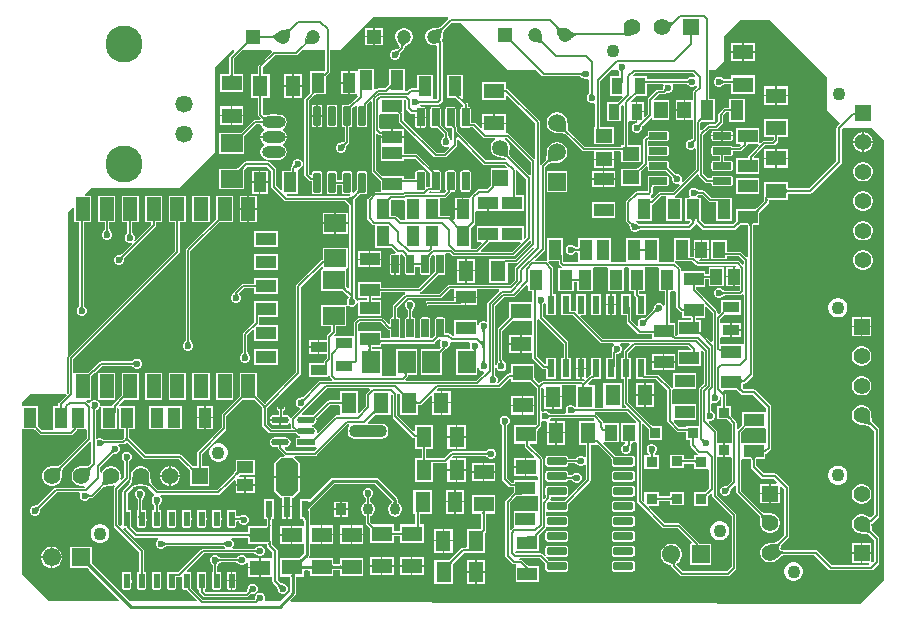
<source format=gtl>
G04*
G04 #@! TF.GenerationSoftware,Altium Limited,Altium Designer,23.2.1 (34)*
G04*
G04 Layer_Physical_Order=1*
G04 Layer_Color=255*
%FSLAX44Y44*%
%MOMM*%
G71*
G04*
G04 #@! TF.SameCoordinates,68E4E8A6-7446-48DA-AA85-862DCAE7E0FD*
G04*
G04*
G04 #@! TF.FilePolarity,Positive*
G04*
G01*
G75*
%ADD13C,0.1270*%
G04:AMPARAMS|DCode=18|XSize=0.55mm|YSize=1.25mm|CornerRadius=0.0495mm|HoleSize=0mm|Usage=FLASHONLY|Rotation=180.000|XOffset=0mm|YOffset=0mm|HoleType=Round|Shape=RoundedRectangle|*
%AMROUNDEDRECTD18*
21,1,0.5500,1.1510,0,0,180.0*
21,1,0.4510,1.2500,0,0,180.0*
1,1,0.0990,-0.2255,0.5755*
1,1,0.0990,0.2255,0.5755*
1,1,0.0990,0.2255,-0.5755*
1,1,0.0990,-0.2255,-0.5755*
%
%ADD18ROUNDEDRECTD18*%
G04:AMPARAMS|DCode=19|XSize=1.55mm|YSize=0.6mm|CornerRadius=0.051mm|HoleSize=0mm|Usage=FLASHONLY|Rotation=90.000|XOffset=0mm|YOffset=0mm|HoleType=Round|Shape=RoundedRectangle|*
%AMROUNDEDRECTD19*
21,1,1.5500,0.4980,0,0,90.0*
21,1,1.4480,0.6000,0,0,90.0*
1,1,0.1020,0.2490,0.7240*
1,1,0.1020,0.2490,-0.7240*
1,1,0.1020,-0.2490,-0.7240*
1,1,0.1020,-0.2490,0.7240*
%
%ADD19ROUNDEDRECTD19*%
%ADD20R,1.4000X0.9500*%
%ADD21R,0.9500X1.4000*%
%ADD22R,1.4500X1.2000*%
G04:AMPARAMS|DCode=23|XSize=1.55mm|YSize=0.6mm|CornerRadius=0.051mm|HoleSize=0mm|Usage=FLASHONLY|Rotation=0.000|XOffset=0mm|YOffset=0mm|HoleType=Round|Shape=RoundedRectangle|*
%AMROUNDEDRECTD23*
21,1,1.5500,0.4980,0,0,0.0*
21,1,1.4480,0.6000,0,0,0.0*
1,1,0.1020,0.7240,-0.2490*
1,1,0.1020,-0.7240,-0.2490*
1,1,0.1020,-0.7240,0.2490*
1,1,0.1020,0.7240,0.2490*
%
%ADD23ROUNDEDRECTD23*%
%ADD24R,1.1000X1.7000*%
%ADD25R,1.7000X1.1000*%
%ADD26R,1.7582X1.3055*%
%ADD27R,1.2000X1.4500*%
%ADD28R,1.9000X1.5000*%
%ADD29R,1.5000X1.9000*%
%ADD30R,1.2000X2.0000*%
%ADD31R,1.7000X1.1000*%
%ADD32R,0.6000X1.5500*%
G04:AMPARAMS|DCode=33|XSize=1.5052mm|YSize=0.5721mm|CornerRadius=0.2861mm|HoleSize=0mm|Usage=FLASHONLY|Rotation=180.000|XOffset=0mm|YOffset=0mm|HoleType=Round|Shape=RoundedRectangle|*
%AMROUNDEDRECTD33*
21,1,1.5052,0.0000,0,0,180.0*
21,1,0.9331,0.5721,0,0,180.0*
1,1,0.5721,-0.4666,0.0000*
1,1,0.5721,0.4666,0.0000*
1,1,0.5721,0.4666,0.0000*
1,1,0.5721,-0.4666,0.0000*
%
%ADD33ROUNDEDRECTD33*%
%ADD34R,1.5052X0.5721*%
G04:AMPARAMS|DCode=35|XSize=0.65mm|YSize=1.65mm|CornerRadius=0.0488mm|HoleSize=0mm|Usage=FLASHONLY|Rotation=270.000|XOffset=0mm|YOffset=0mm|HoleType=Round|Shape=RoundedRectangle|*
%AMROUNDEDRECTD35*
21,1,0.6500,1.5525,0,0,270.0*
21,1,0.5525,1.6500,0,0,270.0*
1,1,0.0975,-0.7763,-0.2763*
1,1,0.0975,-0.7763,0.2763*
1,1,0.0975,0.7763,0.2763*
1,1,0.0975,0.7763,-0.2763*
%
%ADD35ROUNDEDRECTD35*%
%ADD36R,1.3055X1.7582*%
%ADD37R,1.0500X1.3500*%
%ADD38R,0.9500X0.9000*%
%ADD39R,0.9000X0.9500*%
%ADD40R,1.8582X1.5057*%
G04:AMPARAMS|DCode=41|XSize=1.0043mm|YSize=3.1821mm|CornerRadius=0.4369mm|HoleSize=0mm|Usage=FLASHONLY|Rotation=90.000|XOffset=0mm|YOffset=0mm|HoleType=Round|Shape=RoundedRectangle|*
%AMROUNDEDRECTD41*
21,1,1.0043,2.3084,0,0,90.0*
21,1,0.1306,3.1821,0,0,90.0*
1,1,0.8737,1.1542,0.0653*
1,1,0.8737,1.1542,-0.0653*
1,1,0.8737,-1.1542,-0.0653*
1,1,0.8737,-1.1542,0.0653*
%
%ADD41ROUNDEDRECTD41*%
G04:AMPARAMS|DCode=42|XSize=1.0043mm|YSize=0.8721mm|CornerRadius=0.4361mm|HoleSize=0mm|Usage=FLASHONLY|Rotation=90.000|XOffset=0mm|YOffset=0mm|HoleType=Round|Shape=RoundedRectangle|*
%AMROUNDEDRECTD42*
21,1,1.0043,0.0000,0,0,90.0*
21,1,0.1322,0.8721,0,0,90.0*
1,1,0.8721,0.0000,0.0661*
1,1,0.8721,0.0000,-0.0661*
1,1,0.8721,0.0000,-0.0661*
1,1,0.8721,0.0000,0.0661*
%
%ADD42ROUNDEDRECTD42*%
%ADD43R,0.8721X1.0043*%
G04:AMPARAMS|DCode=44|XSize=1.9mm|YSize=3.2mm|CornerRadius=0mm|HoleSize=0mm|Usage=FLASHONLY|Rotation=180.000|XOffset=0mm|YOffset=0mm|HoleType=Round|Shape=Octagon|*
%AMOCTAGOND44*
4,1,8,0.4750,-1.6000,-0.4750,-1.6000,-0.9500,-1.1250,-0.9500,1.1250,-0.4750,1.6000,0.4750,1.6000,0.9500,1.1250,0.9500,-1.1250,0.4750,-1.6000,0.0*
%
%ADD44OCTAGOND44*%

%ADD45R,0.6000X1.4000*%
%ADD46R,0.6000X1.8000*%
G04:AMPARAMS|DCode=47|XSize=0.65mm|YSize=1.65mm|CornerRadius=0.0488mm|HoleSize=0mm|Usage=FLASHONLY|Rotation=0.000|XOffset=0mm|YOffset=0mm|HoleType=Round|Shape=RoundedRectangle|*
%AMROUNDEDRECTD47*
21,1,0.6500,1.5525,0,0,0.0*
21,1,0.5525,1.6500,0,0,0.0*
1,1,0.0975,0.2763,-0.7763*
1,1,0.0975,-0.2763,-0.7763*
1,1,0.0975,-0.2763,0.7763*
1,1,0.0975,0.2763,0.7763*
%
%ADD47ROUNDEDRECTD47*%
%ADD48R,1.3500X1.0500*%
%ADD70C,1.1000*%
%ADD71C,1.4000*%
%ADD72R,1.4000X1.4000*%
%ADD73R,1.4000X1.4000*%
%ADD77C,1.2000*%
%ADD78R,1.2000X1.2000*%
%ADD79C,1.3500*%
%ADD80R,1.3500X1.3500*%
%ADD81C,1.5500*%
%ADD82R,1.5500X1.5500*%
%ADD87C,0.2032*%
%ADD88C,0.2540*%
%ADD89O,2.0000X1.0000*%
%ADD90C,3.1400*%
%ADD91C,1.4700*%
%ADD92C,1.5000*%
%ADD93R,1.5000X1.5000*%
%ADD94O,2.0000X1.0000*%
%ADD95C,0.6000*%
G36*
X552781Y519956D02*
X553508Y519582D01*
X554195Y519297D01*
X554839Y519099D01*
X555442Y518989D01*
X556003Y518968D01*
X556523Y519034D01*
X557001Y519188D01*
X557437Y519430D01*
X557832Y519760D01*
X558163Y518295D01*
X558138Y518236D01*
X558034Y518033D01*
X554414Y511221D01*
X552011Y520417D01*
X552781Y519956D01*
D02*
G37*
G36*
X460409Y515113D02*
X460796Y514861D01*
X461243Y514639D01*
X461749Y514449D01*
X462314Y514289D01*
X462938Y514160D01*
X463622Y514061D01*
X465168Y513956D01*
X466030Y513950D01*
X460090Y508010D01*
X460084Y508872D01*
X459979Y510418D01*
X459880Y511102D01*
X459751Y511726D01*
X459591Y512291D01*
X459401Y512797D01*
X459179Y513244D01*
X458927Y513631D01*
X458645Y513959D01*
X460081Y515395D01*
X460409Y515113D01*
D02*
G37*
G36*
X523139Y507521D02*
X518025Y507594D01*
X514035Y509626D01*
X514628Y509659D01*
X515142Y509758D01*
X515578Y509923D01*
X515935Y510154D01*
X516213Y510451D01*
X516412Y510814D01*
X516533Y511243D01*
X516576Y511738D01*
X516539Y512298D01*
X516424Y512925D01*
X523139Y507521D01*
D02*
G37*
G36*
X363045Y512738D02*
X362763Y512411D01*
X362511Y512024D01*
X362289Y511577D01*
X362099Y511071D01*
X361939Y510506D01*
X361810Y509882D01*
X361711Y509198D01*
X361606Y507652D01*
X361600Y506790D01*
X355660Y512730D01*
X356522Y512736D01*
X358068Y512841D01*
X358752Y512940D01*
X359376Y513069D01*
X359941Y513229D01*
X360447Y513419D01*
X360894Y513641D01*
X361281Y513893D01*
X361609Y514175D01*
X363045Y512738D01*
D02*
G37*
G36*
X234543Y513045D02*
X234304Y512755D01*
X234090Y512391D01*
X233903Y511952D01*
X233743Y511438D01*
X233608Y510850D01*
X233500Y510187D01*
X233362Y508638D01*
X233333Y507751D01*
X233330Y506790D01*
X227390Y512730D01*
X228351Y512733D01*
X230787Y512900D01*
X231450Y513008D01*
X232038Y513143D01*
X232552Y513303D01*
X232991Y513490D01*
X233355Y513704D01*
X233645Y513943D01*
X234543Y513045D01*
D02*
G37*
G36*
X574389Y507538D02*
X574281Y507500D01*
X574186Y507436D01*
X574104Y507347D01*
X574034Y507233D01*
X573977Y507093D01*
X573932Y506928D01*
X573900Y506738D01*
X573881Y506522D01*
X573875Y506281D01*
X572605D01*
X572599Y506522D01*
X572580Y506738D01*
X572548Y506928D01*
X572503Y507093D01*
X572446Y507233D01*
X572376Y507347D01*
X572294Y507436D01*
X572199Y507500D01*
X572091Y507538D01*
X571970Y507551D01*
X574510D01*
X574389Y507538D01*
D02*
G37*
G36*
X207882Y507879D02*
X207921Y507771D01*
X207986Y507676D01*
X208077Y507594D01*
X208194Y507524D01*
X208337Y507467D01*
X208506Y507422D01*
X208701Y507390D01*
X208922Y507371D01*
X209170Y507365D01*
Y506095D01*
X208922Y506089D01*
X208701Y506070D01*
X208506Y506038D01*
X208337Y505993D01*
X208194Y505936D01*
X208077Y505866D01*
X207986Y505784D01*
X207921Y505689D01*
X207882Y505581D01*
X207869Y505460D01*
Y508000D01*
X207882Y507879D01*
D02*
G37*
G36*
X470597Y512032D02*
X472521Y510695D01*
X473095Y510368D01*
X473634Y510101D01*
X474140Y509893D01*
X474611Y509745D01*
X475048Y509656D01*
X475451Y509626D01*
X475679Y507594D01*
X475227Y507561D01*
X474767Y507460D01*
X474299Y507293D01*
X473824Y507058D01*
X473341Y506757D01*
X472850Y506389D01*
X472352Y505954D01*
X471846Y505452D01*
X471332Y504883D01*
X470811Y504247D01*
X469887Y512596D01*
X470597Y512032D01*
D02*
G37*
G36*
X223045Y502530D02*
X222363Y503207D01*
X220523Y504812D01*
X219978Y505204D01*
X219466Y505525D01*
X218990Y505774D01*
X218547Y505952D01*
X218138Y506059D01*
X217764Y506095D01*
Y507365D01*
X218138Y507401D01*
X218547Y507508D01*
X218990Y507686D01*
X219466Y507935D01*
X219978Y508256D01*
X220523Y508648D01*
X221716Y509647D01*
X222363Y510253D01*
X223045Y510930D01*
Y502530D01*
D02*
G37*
G36*
X421188Y503678D02*
X421152Y503561D01*
Y503426D01*
X421188Y503274D01*
X421259Y503103D01*
X421367Y502914D01*
X421511Y502708D01*
X421691Y502483D01*
X422158Y501981D01*
X421259Y501082D01*
X420999Y501334D01*
X420532Y501729D01*
X420326Y501873D01*
X420137Y501981D01*
X419966Y502052D01*
X419814Y502088D01*
X419679D01*
X419562Y502052D01*
X419463Y501981D01*
X421259Y503777D01*
X421188Y503678D01*
D02*
G37*
G36*
X360677Y503509D02*
X360670Y503428D01*
X360685Y503335D01*
X360722Y503231D01*
X360780Y503116D01*
X360860Y502989D01*
X360962Y502851D01*
X361086Y502702D01*
X361398Y502368D01*
X359962Y500932D01*
X359789Y501099D01*
X359479Y501368D01*
X359341Y501470D01*
X359214Y501550D01*
X359099Y501608D01*
X358995Y501645D01*
X358902Y501660D01*
X358821Y501653D01*
X358752Y501624D01*
X360706Y503578D01*
X360677Y503509D01*
D02*
G37*
G36*
X197757Y500760D02*
X197658Y500832D01*
X197541Y500868D01*
X197406D01*
X197254Y500832D01*
X197083Y500760D01*
X196894Y500653D01*
X196688Y500509D01*
X196463Y500329D01*
X195961Y499863D01*
X195063Y500760D01*
X195314Y501021D01*
X195709Y501488D01*
X195853Y501694D01*
X195961Y501883D01*
X196032Y502054D01*
X196068Y502206D01*
Y502341D01*
X196032Y502458D01*
X195961Y502557D01*
X197757Y500760D01*
D02*
G37*
G36*
X446693Y506929D02*
X446860Y504493D01*
X446968Y503830D01*
X447103Y503242D01*
X447263Y502728D01*
X447450Y502289D01*
X447664Y501925D01*
X447903Y501635D01*
X447005Y500737D01*
X446715Y500976D01*
X446351Y501189D01*
X445912Y501376D01*
X445398Y501537D01*
X444810Y501672D01*
X444147Y501780D01*
X442598Y501918D01*
X441711Y501947D01*
X440750Y501950D01*
X446690Y507890D01*
X446693Y506929D01*
D02*
G37*
G36*
X252670Y500730D02*
X251709Y500727D01*
X249273Y500560D01*
X248610Y500452D01*
X248022Y500317D01*
X247508Y500157D01*
X247069Y499969D01*
X246705Y499756D01*
X246415Y499517D01*
X245517Y500415D01*
X245756Y500705D01*
X245970Y501069D01*
X246157Y501508D01*
X246317Y502022D01*
X246452Y502610D01*
X246560Y503273D01*
X246698Y504822D01*
X246727Y505709D01*
X246730Y506670D01*
X252670Y500730D01*
D02*
G37*
G36*
X516172Y478903D02*
X515703Y478351D01*
X515512Y478084D01*
X515351Y477822D01*
X515219Y477566D01*
X515117Y477316D01*
X515044Y477071D01*
X515000Y476832D01*
X514985Y476598D01*
X513715D01*
X513700Y476832D01*
X513656Y477071D01*
X513583Y477316D01*
X513481Y477566D01*
X513349Y477822D01*
X513188Y478084D01*
X512997Y478351D01*
X512777Y478624D01*
X512250Y479188D01*
X516450D01*
X516172Y478903D01*
D02*
G37*
G36*
X263878Y474560D02*
X263703Y474376D01*
X263407Y474011D01*
X263287Y473830D01*
X263185Y473650D01*
X263102Y473471D01*
X263036Y473293D01*
X262989Y473116D01*
X262960Y472939D01*
X262949Y472763D01*
X262980Y476059D01*
X262988Y475954D01*
X263015Y475879D01*
X263060Y475833D01*
X263123Y475818D01*
X263204Y475832D01*
X263303Y475877D01*
X263419Y475952D01*
X263554Y476056D01*
X263707Y476191D01*
X263878Y476356D01*
Y474560D01*
D02*
G37*
G36*
X184791Y474880D02*
X184810Y474659D01*
X184842Y474464D01*
X184887Y474295D01*
X184944Y474152D01*
X185014Y474035D01*
X185096Y473944D01*
X185191Y473879D01*
X185299Y473839D01*
X185420Y473826D01*
X182880D01*
X183001Y473839D01*
X183109Y473879D01*
X183204Y473944D01*
X183286Y474035D01*
X183356Y474152D01*
X183413Y474295D01*
X183458Y474464D01*
X183490Y474659D01*
X183509Y474880D01*
X183515Y475127D01*
X184785D01*
X184791Y474880D01*
D02*
G37*
G36*
X209128Y474604D02*
X209147Y474382D01*
X209179Y474187D01*
X209223Y474018D01*
X209280Y473875D01*
X209350Y473758D01*
X209433Y473667D01*
X209528Y473602D01*
X209636Y473563D01*
X209756Y473550D01*
X207216D01*
X207337Y473563D01*
X207445Y473602D01*
X207540Y473667D01*
X207623Y473758D01*
X207693Y473875D01*
X207750Y474018D01*
X207794Y474187D01*
X207826Y474382D01*
X207845Y474604D01*
X207851Y474851D01*
X209121D01*
X209128Y474604D01*
D02*
G37*
G36*
X481728Y472880D02*
X481443Y473158D01*
X480891Y473627D01*
X480624Y473818D01*
X480362Y473979D01*
X480106Y474111D01*
X479856Y474213D01*
X479611Y474286D01*
X479371Y474330D01*
X479138Y474345D01*
Y475615D01*
X479371Y475630D01*
X479611Y475674D01*
X479856Y475747D01*
X480106Y475849D01*
X480362Y475981D01*
X480624Y476142D01*
X480891Y476333D01*
X481165Y476553D01*
X481728Y477080D01*
Y472880D01*
D02*
G37*
G36*
X576459Y473625D02*
X575739Y472548D01*
X574889Y472900D01*
X573191D01*
X571621Y472250D01*
X571193Y471822D01*
X570958Y471733D01*
X570432Y471241D01*
X570231Y471079D01*
X570034Y470939D01*
X569856Y470830D01*
X569700Y470749D01*
X569567Y470695D01*
X569459Y470662D01*
X569374Y470647D01*
X569222Y470637D01*
X569090Y470572D01*
X535765D01*
X535615Y470639D01*
X535610Y470639D01*
Y473090D01*
X524623D01*
X524097Y474360D01*
X525314Y475578D01*
X574506D01*
X576459Y473625D01*
D02*
G37*
G36*
X514988Y472818D02*
X515037Y472247D01*
X515066Y472107D01*
X515102Y471993D01*
X515144Y471904D01*
X515193Y471840D01*
X515248Y471802D01*
X515309Y471790D01*
X513080Y471759D01*
X513201Y471774D01*
X513309Y471814D01*
X513404Y471880D01*
X513486Y471971D01*
X513556Y472089D01*
X513613Y472231D01*
X513658Y472400D01*
X513690Y472594D01*
X513709Y472814D01*
X513715Y473060D01*
X514985D01*
X514988Y472818D01*
D02*
G37*
G36*
X534292Y469779D02*
X534331Y469671D01*
X534396Y469576D01*
X534487Y469494D01*
X534604Y469424D01*
X534747Y469367D01*
X534916Y469322D01*
X535111Y469290D01*
X535332Y469271D01*
X535579Y469265D01*
Y467995D01*
X535332Y467989D01*
X535111Y467970D01*
X534916Y467938D01*
X534747Y467893D01*
X534604Y467836D01*
X534487Y467766D01*
X534396Y467684D01*
X534331Y467589D01*
X534292Y467481D01*
X534279Y467360D01*
Y469900D01*
X534292Y469779D01*
D02*
G37*
G36*
X324405Y466987D02*
X324050Y467063D01*
X323713Y467112D01*
X323395Y467134D01*
X323096Y467130D01*
X322815Y467099D01*
X322553Y467041D01*
X322309Y466957D01*
X322084Y466845D01*
X321878Y466707D01*
X321690Y466542D01*
X321009Y467657D01*
X321144Y467809D01*
X321276Y467993D01*
X321404Y468206D01*
X321528Y468451D01*
X321649Y468726D01*
X321878Y469367D01*
X321987Y469733D01*
X322193Y470557D01*
X324405Y466987D01*
D02*
G37*
G36*
X571898Y466530D02*
X571613Y466808D01*
X571061Y467277D01*
X570794Y467468D01*
X570532Y467629D01*
X570276Y467761D01*
X570026Y467863D01*
X569781Y467936D01*
X569542Y467980D01*
X569308Y467995D01*
Y469265D01*
X569542Y469280D01*
X569781Y469324D01*
X570026Y469397D01*
X570276Y469499D01*
X570532Y469631D01*
X570794Y469792D01*
X571061Y469983D01*
X571334Y470203D01*
X571898Y470730D01*
Y466530D01*
D02*
G37*
G36*
X318711Y462634D02*
X318702Y462802D01*
X318674Y462932D01*
X318627Y463024D01*
X318562Y463080D01*
X318479Y463099D01*
X318377Y463080D01*
X318256Y463024D01*
X318117Y462932D01*
X317959Y462802D01*
X317782Y462634D01*
Y464431D01*
X317959Y464616D01*
X318256Y464982D01*
X318377Y465163D01*
X318479Y465344D01*
X318562Y465523D01*
X318627Y465700D01*
X318674Y465877D01*
X318702Y466052D01*
X318711Y466227D01*
Y462634D01*
D02*
G37*
G36*
X553690Y460550D02*
X553292Y460546D01*
X552570Y460487D01*
X552247Y460433D01*
X551948Y460362D01*
X551673Y460274D01*
X551424Y460169D01*
X551199Y460048D01*
X550998Y459910D01*
X550823Y459755D01*
X549925Y460653D01*
X550080Y460829D01*
X550218Y461029D01*
X550339Y461254D01*
X550444Y461503D01*
X550532Y461778D01*
X550603Y462077D01*
X550657Y462400D01*
X550695Y462749D01*
X550720Y463520D01*
X553690Y460550D01*
D02*
G37*
G36*
X342241Y459740D02*
X342228Y459861D01*
X342189Y459969D01*
X342124Y460064D01*
X342033Y460146D01*
X341916Y460216D01*
X341773Y460273D01*
X341604Y460318D01*
X341409Y460350D01*
X341188Y460369D01*
X340941Y460375D01*
Y461645D01*
X341188Y461651D01*
X341409Y461670D01*
X341604Y461702D01*
X341773Y461747D01*
X341916Y461804D01*
X342033Y461874D01*
X342124Y461956D01*
X342189Y462051D01*
X342228Y462159D01*
X342241Y462280D01*
Y459740D01*
D02*
G37*
G36*
X415143Y461953D02*
X415182Y461845D01*
X415247Y461750D01*
X415338Y461667D01*
X415455Y461597D01*
X415598Y461540D01*
X415767Y461496D01*
X415962Y461464D01*
X416184Y461445D01*
X416431Y461439D01*
Y460169D01*
X416184Y460162D01*
X415962Y460143D01*
X415767Y460111D01*
X415598Y460067D01*
X415455Y460010D01*
X415338Y459940D01*
X415247Y459857D01*
X415182Y459762D01*
X415143Y459654D01*
X415130Y459534D01*
Y462074D01*
X415143Y461953D01*
D02*
G37*
G36*
X255161Y459140D02*
X254984Y459111D01*
X254807Y459064D01*
X254629Y458998D01*
X254450Y458915D01*
X254270Y458813D01*
X254089Y458693D01*
X253907Y458554D01*
X253724Y458397D01*
X253540Y458223D01*
X251744D01*
X251801Y458285D01*
X251851Y458353D01*
X251895Y458428D01*
X251934Y458508D01*
X251966Y458595D01*
X251993Y458688D01*
X252014Y458787D01*
X252029Y458892D01*
X252038Y459003D01*
X252041Y459120D01*
X255336Y459151D01*
X255161Y459140D01*
D02*
G37*
G36*
X526666Y457850D02*
X526568Y457922D01*
X526451Y457958D01*
X526316D01*
X526164Y457922D01*
X525993Y457850D01*
X525804Y457743D01*
X525598Y457599D01*
X525373Y457419D01*
X524870Y456953D01*
X523973Y457850D01*
X524224Y458111D01*
X524619Y458578D01*
X524763Y458784D01*
X524870Y458973D01*
X524942Y459144D01*
X524978Y459296D01*
Y459431D01*
X524942Y459548D01*
X524870Y459647D01*
X526666Y457850D01*
D02*
G37*
G36*
X489600Y459159D02*
X489644Y458919D01*
X489717Y458674D01*
X489819Y458424D01*
X489951Y458168D01*
X490112Y457906D01*
X490303Y457639D01*
X490523Y457365D01*
X491050Y456802D01*
X486850D01*
X487128Y457087D01*
X487597Y457639D01*
X487788Y457906D01*
X487949Y458168D01*
X488081Y458424D01*
X488183Y458674D01*
X488256Y458919D01*
X488300Y459159D01*
X488315Y459392D01*
X489585D01*
X489600Y459159D01*
D02*
G37*
G36*
X376968Y456372D02*
X376838Y456344D01*
X376746Y456297D01*
X376690Y456232D01*
X376671Y456149D01*
X376690Y456047D01*
X376746Y455926D01*
X376838Y455787D01*
X376968Y455629D01*
X377136Y455452D01*
X375340D01*
X375154Y455629D01*
X374788Y455926D01*
X374607Y456047D01*
X374426Y456149D01*
X374247Y456232D01*
X374070Y456297D01*
X373893Y456344D01*
X373718Y456372D01*
X373543Y456381D01*
X377136D01*
X376968Y456372D01*
D02*
G37*
G36*
X209636Y456047D02*
X209528Y456009D01*
X209433Y455945D01*
X209350Y455856D01*
X209280Y455742D01*
X209223Y455602D01*
X209179Y455437D01*
X209147Y455247D01*
X209128Y455031D01*
X209121Y454789D01*
X207851D01*
X207845Y455031D01*
X207826Y455247D01*
X207794Y455437D01*
X207750Y455602D01*
X207693Y455742D01*
X207623Y455856D01*
X207540Y455945D01*
X207445Y456009D01*
X207337Y456047D01*
X207216Y456059D01*
X209756D01*
X209636Y456047D01*
D02*
G37*
G36*
X587081Y453992D02*
X587100Y453771D01*
X587132Y453576D01*
X587177Y453407D01*
X587234Y453264D01*
X587304Y453147D01*
X587386Y453056D01*
X587481Y452991D01*
X587589Y452952D01*
X587710Y452939D01*
X585170D01*
X585291Y452952D01*
X585399Y452991D01*
X585494Y453056D01*
X585576Y453147D01*
X585646Y453264D01*
X585703Y453407D01*
X585748Y453576D01*
X585780Y453771D01*
X585799Y453992D01*
X585805Y454240D01*
X587075D01*
X587081Y453992D01*
D02*
G37*
G36*
X513667Y450200D02*
X513413Y449936D01*
X513012Y449466D01*
X512865Y449258D01*
X512754Y449069D01*
X512679Y448899D01*
X512640Y448747D01*
X512637Y448614D01*
X512670Y448499D01*
X512739Y448403D01*
X510974Y450169D01*
X511069Y450100D01*
X511184Y450067D01*
X511317Y450070D01*
X511469Y450109D01*
X511639Y450184D01*
X511828Y450295D01*
X512036Y450442D01*
X512262Y450625D01*
X512770Y451097D01*
X513667Y450200D01*
D02*
G37*
G36*
X341382Y453304D02*
X341626Y453137D01*
X341875Y452990D01*
X342127Y452863D01*
X342383Y452755D01*
X342643Y452667D01*
X342907Y452598D01*
X343175Y452549D01*
X343446Y452520D01*
X343722Y452510D01*
X343956Y450478D01*
X343672Y450466D01*
X343399Y450431D01*
X343136Y450373D01*
X342884Y450292D01*
X342642Y450187D01*
X342411Y450059D01*
X342191Y449908D01*
X341981Y449733D01*
X341781Y449535D01*
X341592Y449314D01*
X341142Y453490D01*
X341382Y453304D01*
D02*
G37*
G36*
X297406Y449014D02*
X297434Y448596D01*
X297458Y448421D01*
X297490Y448268D01*
X297528Y448138D01*
X297574Y448031D01*
X297626Y447945D01*
X297686Y447882D01*
X297752Y447842D01*
X295497Y447957D01*
X295618Y447964D01*
X295726Y447998D01*
X295821Y448060D01*
X295904Y448149D01*
X295974Y448266D01*
X296031Y448409D01*
X296075Y448580D01*
X296107Y448779D01*
X296126Y449004D01*
X296133Y449257D01*
X297402D01*
X297406Y449014D01*
D02*
G37*
G36*
X286467Y448129D02*
X286152Y447805D01*
X285454Y446977D01*
X285303Y446748D01*
X285194Y446543D01*
X285125Y446362D01*
X285098Y446205D01*
X285112Y446071D01*
X285167Y445961D01*
X283631Y447957D01*
X283717Y447878D01*
X283824Y447837D01*
X283951Y447834D01*
X284100Y447870D01*
X284269Y447944D01*
X284459Y448056D01*
X284670Y448206D01*
X284901Y448394D01*
X285427Y448885D01*
X286467Y448129D01*
D02*
G37*
G36*
X382911Y447262D02*
X382930Y447041D01*
X382962Y446846D01*
X383007Y446677D01*
X383064Y446534D01*
X383134Y446417D01*
X383216Y446326D01*
X383311Y446261D01*
X383419Y446222D01*
X383540Y446208D01*
X381000D01*
X381121Y446222D01*
X381229Y446261D01*
X381324Y446326D01*
X381406Y446417D01*
X381476Y446534D01*
X381533Y446677D01*
X381578Y446846D01*
X381610Y447041D01*
X381629Y447262D01*
X381635Y447509D01*
X382905D01*
X382911Y447262D01*
D02*
G37*
G36*
X606970Y443230D02*
X606958Y443351D01*
X606920Y443459D01*
X606856Y443554D01*
X606767Y443636D01*
X606653Y443706D01*
X606513Y443763D01*
X606348Y443808D01*
X606158Y443840D01*
X605942Y443859D01*
X605700Y443865D01*
Y445135D01*
X605942Y445141D01*
X606158Y445160D01*
X606348Y445192D01*
X606513Y445237D01*
X606653Y445294D01*
X606767Y445364D01*
X606856Y445446D01*
X606920Y445541D01*
X606958Y445649D01*
X606970Y445770D01*
Y443230D01*
D02*
G37*
G36*
X341191Y442135D02*
X341179Y442256D01*
X341139Y442364D01*
X341074Y442459D01*
X340983Y442541D01*
X340866Y442611D01*
X340723Y442668D01*
X340554Y442713D01*
X340359Y442745D01*
X340138Y442764D01*
X339891Y442770D01*
Y444040D01*
X340138Y444046D01*
X340359Y444065D01*
X340554Y444097D01*
X340723Y444142D01*
X340866Y444199D01*
X340983Y444269D01*
X341074Y444351D01*
X341139Y444446D01*
X341179Y444554D01*
X341191Y444675D01*
Y442135D01*
D02*
G37*
G36*
X328509Y442170D02*
X328441Y442168D01*
X328384Y442162D01*
X328339Y442151D01*
X328306Y442136D01*
X328285Y442116D01*
X328275Y442093D01*
X328277Y442064D01*
X328291Y442032D01*
X328317Y441995D01*
X328354Y441954D01*
X327239Y441273D01*
X327060Y441448D01*
X326583Y441864D01*
X326445Y441967D01*
X326317Y442050D01*
X326199Y442115D01*
X326092Y442162D01*
X325995Y442191D01*
X325909Y442201D01*
X328509Y442170D01*
D02*
G37*
G36*
X711881Y440227D02*
X711869Y440261D01*
X711832Y440291D01*
X711771Y440317D01*
X711685Y440340D01*
X711575Y440359D01*
X711441Y440375D01*
X711099Y440396D01*
X710659Y440403D01*
Y442435D01*
X710891Y442437D01*
X711575Y442479D01*
X711685Y442498D01*
X711771Y442521D01*
X711832Y442547D01*
X711869Y442577D01*
X711881Y442611D01*
Y440227D01*
D02*
G37*
G36*
X210966Y438991D02*
X211146Y438838D01*
X211315Y438713D01*
X211473Y438617D01*
X211621Y438550D01*
X211758Y438511D01*
X211885Y438500D01*
X212001Y438518D01*
X212106Y438565D01*
X212201Y438640D01*
X210410Y436850D01*
X210485Y436944D01*
X210532Y437049D01*
X210550Y437165D01*
X210539Y437292D01*
X210500Y437429D01*
X210433Y437577D01*
X210337Y437735D01*
X210212Y437904D01*
X210059Y438084D01*
X209878Y438274D01*
X210776Y439172D01*
X210966Y438991D01*
D02*
G37*
G36*
X582767Y436031D02*
X582668Y436102D01*
X582551Y436138D01*
X582416D01*
X582264Y436102D01*
X582093Y436031D01*
X581904Y435923D01*
X581698Y435779D01*
X581473Y435599D01*
X580970Y435132D01*
X580073Y436031D01*
X580324Y436291D01*
X580719Y436758D01*
X580863Y436964D01*
X580970Y437153D01*
X581042Y437324D01*
X581078Y437476D01*
Y437611D01*
X581042Y437728D01*
X580970Y437827D01*
X582767Y436031D01*
D02*
G37*
G36*
X688340Y472440D02*
Y444500D01*
X699392Y433448D01*
X696852Y430908D01*
X696347Y430152D01*
X696169Y429260D01*
Y401428D01*
X673198Y378457D01*
X656122D01*
X655989Y378517D01*
X655645Y378526D01*
X655395Y378548D01*
X655221Y378577D01*
Y383924D01*
X635099D01*
Y371498D01*
X634851Y371126D01*
X634673Y370234D01*
Y368031D01*
X634658Y367954D01*
X628697Y361993D01*
X628564Y361944D01*
X627797Y361231D01*
X627513Y361004D01*
X627270Y360835D01*
X627209Y360800D01*
X626805D01*
X626626Y360874D01*
X626521Y360831D01*
X626411Y360857D01*
X626318Y360800D01*
X611260D01*
Y351697D01*
X611234Y351655D01*
X611260Y351545D01*
Y351540D01*
X611216Y351434D01*
X611260Y351329D01*
Y350836D01*
X611242Y350804D01*
X611079Y350573D01*
X610510Y349904D01*
X610135Y349516D01*
X610080Y349376D01*
X608475Y347771D01*
X585165D01*
X581780Y351156D01*
Y352023D01*
X581854Y352197D01*
X581787Y352364D01*
X581814Y352542D01*
X581780Y352588D01*
Y370450D01*
X578945D01*
X578925Y370475D01*
X578735Y370858D01*
X578577Y371720D01*
X578918Y372039D01*
X579119Y372201D01*
X579316Y372341D01*
X579494Y372450D01*
X579650Y372531D01*
X579783Y372585D01*
X579892Y372618D01*
X579976Y372634D01*
X580128Y372643D01*
X580260Y372708D01*
X582510D01*
X588046Y367172D01*
X588677Y366750D01*
X589420Y366603D01*
X594085D01*
X594235Y366536D01*
X594240Y366536D01*
Y350910D01*
X607780D01*
Y370450D01*
X596333D01*
X596145Y370487D01*
X595656D01*
X595574Y370524D01*
X594304Y370554D01*
X594287Y370548D01*
X594271Y370555D01*
X594108Y370487D01*
X590224D01*
X584688Y376023D01*
X584058Y376445D01*
X583315Y376592D01*
X580260D01*
X580128Y376657D01*
X579976Y376666D01*
X579892Y376682D01*
X579783Y376715D01*
X579650Y376769D01*
X579494Y376849D01*
X579316Y376959D01*
X579134Y377089D01*
X578664Y377488D01*
X578414Y377732D01*
X578167Y377832D01*
X577729Y378270D01*
X576159Y378920D01*
X574461D01*
X572891Y378270D01*
X571690Y377069D01*
X571040Y375499D01*
Y373801D01*
X571690Y372231D01*
X572201Y371720D01*
X571675Y370450D01*
X568240D01*
Y350910D01*
X572014D01*
X572404Y349640D01*
X570535Y347771D01*
X530584D01*
X530456Y347830D01*
X530231Y347838D01*
X530069Y347858D01*
X529916Y347889D01*
X529768Y347932D01*
X529625Y347988D01*
X529482Y348057D01*
X529340Y348142D01*
X529197Y348243D01*
X529052Y348363D01*
X528871Y348535D01*
X528631Y348628D01*
X528199Y349060D01*
X526629Y349710D01*
X526798Y350910D01*
X539870D01*
Y364362D01*
X540096Y364462D01*
X540504Y364543D01*
X541134Y364964D01*
X547608Y371438D01*
X551648D01*
X552330Y370450D01*
X552330Y370168D01*
Y350910D01*
X565870D01*
Y370450D01*
X559956D01*
X559818Y370831D01*
X559744Y371720D01*
X560173Y372007D01*
X578544Y390378D01*
X579248Y390086D01*
X579740Y389777D01*
X579865Y389147D01*
X580287Y388517D01*
X585367Y383437D01*
X585997Y383016D01*
X586740Y382868D01*
X586740Y382868D01*
X590225D01*
X590376Y382801D01*
X590385Y382801D01*
Y382320D01*
X590523Y381626D01*
X590917Y381037D01*
X591506Y380643D01*
X592200Y380505D01*
X606680D01*
X607374Y380643D01*
X607963Y381037D01*
X608357Y381626D01*
X608495Y382320D01*
Y387300D01*
X608357Y387994D01*
X607963Y388583D01*
X607374Y388977D01*
X606680Y389115D01*
X592200D01*
X591506Y388977D01*
X590917Y388583D01*
X590523Y387994D01*
X590385Y387300D01*
Y386819D01*
X590376Y386819D01*
X590225Y386752D01*
X587545D01*
X583602Y390695D01*
Y423376D01*
X588815Y428588D01*
X594360D01*
X595103Y428736D01*
X595733Y429157D01*
X599543Y432967D01*
X599964Y433597D01*
X600112Y434340D01*
Y439885D01*
X602785Y442558D01*
X605514D01*
X605664Y442491D01*
X605670Y442491D01*
Y434730D01*
X619210D01*
Y454270D01*
X605670D01*
Y446509D01*
X605664Y446509D01*
X605514Y446442D01*
X601980D01*
X601237Y446295D01*
X600607Y445873D01*
X596797Y442063D01*
X596376Y441433D01*
X596228Y440690D01*
Y435145D01*
X593555Y432472D01*
X588010D01*
X587267Y432324D01*
X586637Y431903D01*
X586637Y431903D01*
X582236Y427503D01*
X581062Y427989D01*
Y433376D01*
X581757Y434070D01*
X581906Y434125D01*
X582372Y434558D01*
X582521Y434677D01*
X582593Y434728D01*
X582767Y434656D01*
X582871Y434699D01*
X582981Y434673D01*
X583075Y434730D01*
X593210D01*
Y454270D01*
X588449D01*
X588449Y454275D01*
X588382Y454425D01*
Y478790D01*
X593090D01*
X600710Y486410D01*
Y506730D01*
X614680Y520700D01*
X640080D01*
X688340Y472440D01*
D02*
G37*
G36*
X209895Y433074D02*
X209881Y433194D01*
X209840Y433301D01*
X209771Y433396D01*
X209674Y433478D01*
X209549Y433547D01*
X209397Y433604D01*
X209217Y433648D01*
X209009Y433680D01*
X208774Y433699D01*
X208511Y433705D01*
Y434975D01*
X208774Y434981D01*
X209009Y435000D01*
X209217Y435032D01*
X209397Y435076D01*
X209549Y435133D01*
X209674Y435202D01*
X209771Y435284D01*
X209840Y435379D01*
X209881Y435486D01*
X209895Y435606D01*
Y433074D01*
D02*
G37*
G36*
X531016Y431854D02*
X530869Y431688D01*
X530733Y431494D01*
X530607Y431273D01*
X530493Y431024D01*
X530389Y430748D01*
X530296Y430444D01*
X530215Y430113D01*
X530084Y429368D01*
X530034Y428955D01*
X527415Y432238D01*
X527794Y432201D01*
X528151Y432186D01*
X528487Y432193D01*
X528800Y432222D01*
X529091Y432273D01*
X529361Y432345D01*
X529609Y432440D01*
X529835Y432557D01*
X530039Y432695D01*
X530221Y432855D01*
X531016Y431854D01*
D02*
G37*
G36*
X385255Y433024D02*
X385290Y432916D01*
X385351Y432821D01*
X385440Y432739D01*
X385557Y432669D01*
X385700Y432612D01*
X385872Y432567D01*
X386070Y432535D01*
X386296Y432516D01*
X386549Y432510D01*
Y431240D01*
X386306Y431236D01*
X385888Y431207D01*
X385712Y431181D01*
X385559Y431148D01*
X385428Y431108D01*
X385319Y431060D01*
X385233Y431005D01*
X385169Y430943D01*
X385127Y430873D01*
X385248Y433145D01*
X385255Y433024D01*
D02*
G37*
G36*
X283089Y431490D02*
X282981Y431451D01*
X282886Y431386D01*
X282804Y431295D01*
X282734Y431178D01*
X282677Y431035D01*
X282632Y430866D01*
X282600Y430671D01*
X282581Y430450D01*
X282575Y430203D01*
X281305D01*
X281299Y430450D01*
X281280Y430671D01*
X281248Y430866D01*
X281203Y431035D01*
X281146Y431178D01*
X281076Y431295D01*
X280994Y431386D01*
X280899Y431451D01*
X280791Y431490D01*
X280670Y431503D01*
X283210D01*
X283089Y431490D01*
D02*
G37*
G36*
X359780Y432421D02*
X359747Y432306D01*
X359750Y432173D01*
X359789Y432021D01*
X359864Y431851D01*
X359975Y431662D01*
X360121Y431455D01*
X360304Y431229D01*
X360777Y430721D01*
X359879Y429823D01*
X359616Y430077D01*
X359145Y430479D01*
X358938Y430625D01*
X358749Y430736D01*
X358578Y430811D01*
X358427Y430850D01*
X358294Y430853D01*
X358179Y430820D01*
X358083Y430751D01*
X359849Y432517D01*
X359780Y432421D01*
D02*
G37*
G36*
X494671Y429748D02*
X494690Y429532D01*
X494722Y429342D01*
X494767Y429177D01*
X494824Y429037D01*
X494894Y428923D01*
X494976Y428834D01*
X495071Y428770D01*
X495179Y428732D01*
X495300Y428719D01*
X492760D01*
X492881Y428732D01*
X492989Y428770D01*
X493084Y428834D01*
X493166Y428923D01*
X493236Y429037D01*
X493293Y429177D01*
X493338Y429342D01*
X493370Y429532D01*
X493389Y429748D01*
X493395Y429990D01*
X494665D01*
X494671Y429748D01*
D02*
G37*
G36*
X467242Y432622D02*
X467435Y429492D01*
X467561Y428648D01*
X467718Y427904D01*
X467906Y427259D01*
X468125Y426714D01*
X468375Y426269D01*
X468655Y425923D01*
X467757Y425025D01*
X467411Y425305D01*
X466966Y425555D01*
X466421Y425774D01*
X465776Y425962D01*
X465032Y426119D01*
X464188Y426245D01*
X462201Y426404D01*
X459815Y426440D01*
X467240Y433865D01*
X467242Y432622D01*
D02*
G37*
G36*
X325660Y440837D02*
X325722Y440792D01*
X325963Y440581D01*
Y435365D01*
X326110Y434622D01*
X326532Y433992D01*
X355497Y405027D01*
X356127Y404605D01*
X356870Y404458D01*
X364490D01*
X365233Y404605D01*
X365863Y405027D01*
X374445Y413608D01*
X374865Y414238D01*
X375013Y414981D01*
Y419274D01*
X376283Y419800D01*
X397407Y398677D01*
X398037Y398256D01*
X398780Y398108D01*
X415756D01*
X417320Y396543D01*
X416834Y395370D01*
X403460D01*
Y380929D01*
X403436Y380888D01*
X403388Y380833D01*
X403252Y380694D01*
X403188Y380535D01*
X400132Y377479D01*
X393317D01*
X393317Y377479D01*
X392574Y377332D01*
X391944Y376911D01*
X391944Y376910D01*
X387247Y372213D01*
X386825Y371583D01*
X386605Y370815D01*
X385559Y370450D01*
X380365D01*
Y360680D01*
X379730D01*
Y360045D01*
X372960D01*
Y352433D01*
X371690Y351907D01*
X369408Y354188D01*
X368778Y354609D01*
X368035Y354757D01*
X360655D01*
X360505Y354824D01*
X360500Y354824D01*
Y370168D01*
X364490D01*
X365233Y370316D01*
X365863Y370737D01*
X369322Y374196D01*
X369322Y374196D01*
X369743Y374826D01*
X369825Y375236D01*
X369908Y375425D01*
X372060D01*
X372755Y375563D01*
X373343Y375957D01*
X373737Y376545D01*
X373875Y377240D01*
Y391720D01*
X373737Y392415D01*
X373343Y393003D01*
X372755Y393397D01*
X372060Y393535D01*
X367080D01*
X366385Y393397D01*
X365797Y393003D01*
X365403Y392415D01*
X365265Y391720D01*
Y377240D01*
X365403Y376545D01*
X365662Y376159D01*
X365678Y376085D01*
X365681Y376048D01*
X363685Y374052D01*
X351833D01*
X351269Y375312D01*
X351760Y375933D01*
X352400D01*
X352547Y375866D01*
X352969Y375853D01*
X353090Y375841D01*
X353141Y375834D01*
X353409Y375740D01*
X353676Y375540D01*
X353748Y375551D01*
X354380Y375425D01*
X359360D01*
X360055Y375563D01*
X360643Y375957D01*
X361037Y376545D01*
X361175Y377240D01*
Y391720D01*
X361037Y392415D01*
X360643Y393003D01*
X360055Y393397D01*
X359360Y393535D01*
X355973D01*
X355872Y393597D01*
X355762Y393570D01*
X355657Y393614D01*
X355484Y393542D01*
X355427Y393582D01*
X355044Y393906D01*
X354816Y394126D01*
X354659Y394188D01*
X342043Y406803D01*
X341413Y407225D01*
X340670Y407372D01*
X329965D01*
X329815Y407439D01*
X329810Y407439D01*
Y414740D01*
X329810D01*
Y414870D01*
X329810D01*
Y421005D01*
X320040D01*
X310270D01*
Y414870D01*
X310270D01*
Y414740D01*
X310270D01*
Y401200D01*
X329810D01*
Y403421D01*
X329815Y403421D01*
X329965Y403488D01*
X339865D01*
X351900Y391453D01*
X351956Y391304D01*
X352388Y390838D01*
X352508Y390689D01*
X352558Y390616D01*
X352486Y390443D01*
X352530Y390339D01*
X352503Y390229D01*
X352565Y390127D01*
Y379884D01*
X352556Y379884D01*
X352406Y379817D01*
X350710D01*
X349967Y379669D01*
X349745Y379521D01*
X348475Y380070D01*
Y391720D01*
X348337Y392415D01*
X347943Y393003D01*
X347355Y393397D01*
X346660Y393535D01*
X341680D01*
X340985Y393397D01*
X340397Y393003D01*
X340003Y392415D01*
X339865Y391720D01*
Y386489D01*
X339856Y386489D01*
X339705Y386422D01*
X334948D01*
X334948Y386422D01*
X334204Y386274D01*
X334149Y386237D01*
X329965D01*
X329815Y386304D01*
X329810Y386304D01*
Y388740D01*
X311889D01*
X311886Y388742D01*
X311879Y388749D01*
X311850Y388761D01*
X311840Y388767D01*
X311824Y388779D01*
X311699Y388885D01*
X311627Y388955D01*
X311470Y389017D01*
X306742Y393745D01*
Y424182D01*
X307916Y424668D01*
X308507Y424077D01*
X308507Y424077D01*
X309137Y423656D01*
X309880Y423508D01*
X310115D01*
X310265Y423441D01*
X310270Y423441D01*
Y422275D01*
X317019D01*
X316977Y422790D01*
X316923Y423113D01*
X316852Y423412D01*
X316764Y423687D01*
X316659Y423936D01*
X316538Y424161D01*
X316400Y424361D01*
X316245Y424537D01*
X317143Y425435D01*
X317318Y425280D01*
X317519Y425142D01*
X317744Y425021D01*
X317993Y424916D01*
X318268Y424828D01*
X318567Y424757D01*
X318890Y424703D01*
X319239Y424665D01*
X319405Y424660D01*
Y428410D01*
X310270D01*
X309282Y429091D01*
Y440188D01*
X310270Y440870D01*
X325610D01*
X325660Y440837D01*
D02*
G37*
G36*
X311601Y424180D02*
X311588Y424301D01*
X311549Y424409D01*
X311484Y424504D01*
X311393Y424586D01*
X311276Y424656D01*
X311133Y424713D01*
X310964Y424758D01*
X310769Y424790D01*
X310548Y424809D01*
X310301Y424815D01*
Y426085D01*
X310548Y426091D01*
X310769Y426110D01*
X310964Y426142D01*
X311133Y426187D01*
X311276Y426244D01*
X311393Y426314D01*
X311484Y426396D01*
X311549Y426491D01*
X311588Y426599D01*
X311601Y426720D01*
Y424180D01*
D02*
G37*
G36*
X194517Y423789D02*
X194266Y423529D01*
X193871Y423062D01*
X193727Y422855D01*
X193619Y422667D01*
X193548Y422496D01*
X193512Y422344D01*
Y422209D01*
X193548Y422092D01*
X193619Y421993D01*
X191823Y423789D01*
X191922Y423718D01*
X192039Y423682D01*
X192174D01*
X192326Y423718D01*
X192497Y423789D01*
X192686Y423897D01*
X192892Y424041D01*
X193117Y424221D01*
X193619Y424688D01*
X194517Y423789D01*
D02*
G37*
G36*
X375920Y422910D02*
X373380Y420370D01*
X373071D01*
Y425759D01*
X375920Y422910D01*
D02*
G37*
G36*
X537857Y420075D02*
X537840Y420147D01*
X537800Y420211D01*
X537738Y420268D01*
X537652Y420317D01*
X537543Y420358D01*
X537412Y420392D01*
X537258Y420418D01*
X537080Y420437D01*
X536657Y420452D01*
Y421722D01*
X536863Y421726D01*
X537207Y421757D01*
X537345Y421785D01*
X537462Y421819D01*
X537556Y421862D01*
X537628Y421913D01*
X537678Y421971D01*
X537706Y422037D01*
X537711Y422111D01*
X537857Y420075D01*
D02*
G37*
G36*
X366410Y422328D02*
X366454Y422089D01*
X366527Y421844D01*
X366629Y421594D01*
X366761Y421338D01*
X366922Y421076D01*
X367113Y420809D01*
X367333Y420536D01*
X367860Y419972D01*
X363660D01*
X363938Y420257D01*
X364407Y420809D01*
X364598Y421076D01*
X364759Y421338D01*
X364891Y421594D01*
X364993Y421844D01*
X365066Y422089D01*
X365110Y422328D01*
X365125Y422562D01*
X366395D01*
X366410Y422328D01*
D02*
G37*
G36*
X417830Y478790D02*
X441703D01*
X446887Y473607D01*
X447517Y473186D01*
X448260Y473038D01*
X478920D01*
X479052Y472973D01*
X479204Y472963D01*
X479288Y472948D01*
X479397Y472915D01*
X479530Y472861D01*
X479686Y472781D01*
X479864Y472671D01*
X480046Y472541D01*
X480516Y472142D01*
X480766Y471898D01*
X481013Y471798D01*
X481451Y471360D01*
X483021Y470710D01*
X484719D01*
X485738Y471132D01*
X487008Y470420D01*
Y459610D01*
X486943Y459478D01*
X486934Y459326D01*
X486918Y459241D01*
X486885Y459133D01*
X486831Y459000D01*
X486751Y458844D01*
X486641Y458666D01*
X486511Y458484D01*
X486112Y458014D01*
X485868Y457764D01*
X485768Y457517D01*
X485330Y457079D01*
X484680Y455509D01*
Y453811D01*
X485330Y452241D01*
X486531Y451040D01*
X488101Y450390D01*
X489799D01*
X490818Y450812D01*
X492088Y450100D01*
Y430176D01*
X492021Y430026D01*
X492021Y430020D01*
X490590D01*
Y415480D01*
X507630D01*
Y430020D01*
X496039D01*
X496039Y430026D01*
X495972Y430176D01*
Y469095D01*
X505667Y478790D01*
X510851D01*
X511158Y478483D01*
X511247Y478248D01*
X511739Y477722D01*
X511901Y477521D01*
X512041Y477324D01*
X512150Y477146D01*
X512231Y476990D01*
X512285Y476857D01*
X512318Y476749D01*
X512333Y476664D01*
X512343Y476512D01*
X512408Y476380D01*
Y473245D01*
X512341Y473095D01*
X512341Y473090D01*
X504570D01*
Y456550D01*
X514714D01*
X515200Y455377D01*
X511982Y452159D01*
X511833Y452103D01*
X511360Y451663D01*
X511206Y451539D01*
X511151Y451500D01*
X511079D01*
X510974Y451544D01*
X510868Y451500D01*
X510858D01*
X510749Y451525D01*
X510709Y451500D01*
X502030D01*
Y434960D01*
X514070D01*
Y448139D01*
X514095Y448179D01*
X514094Y448186D01*
X514523Y448825D01*
X514962Y449277D01*
X514962Y449277D01*
X516218Y448218D01*
Y415096D01*
X516151Y414946D01*
X516151Y414940D01*
X513450D01*
Y413489D01*
X513445Y413489D01*
X513295Y413422D01*
X483004D01*
X469759Y426668D01*
X469723Y426789D01*
X469516Y427043D01*
X469368Y427309D01*
X469207Y427709D01*
X469053Y428239D01*
X468915Y428892D01*
X468803Y429637D01*
X468617Y432666D01*
X468614Y433865D01*
X468614Y433865D01*
X468614Y433865D01*
Y433868D01*
X468510Y434118D01*
Y435095D01*
X467912Y437325D01*
X466758Y439325D01*
X465125Y440958D01*
X463125Y442112D01*
X460895Y442710D01*
X458585D01*
X456355Y442112D01*
X454355Y440958D01*
X452722Y439325D01*
X451568Y437325D01*
X450970Y435095D01*
Y432785D01*
X451568Y430555D01*
X452722Y428555D01*
X454355Y426922D01*
X456355Y425768D01*
X458585Y425170D01*
X459553D01*
X459794Y425066D01*
X462135Y425031D01*
X464030Y424878D01*
X464788Y424765D01*
X465441Y424627D01*
X465971Y424473D01*
X466371Y424312D01*
X466637Y424164D01*
X466891Y423957D01*
X467012Y423921D01*
X480827Y410107D01*
X481457Y409686D01*
X482200Y409538D01*
X490590D01*
Y403385D01*
X499110D01*
Y402750D01*
D01*
Y403385D01*
X507630D01*
Y409538D01*
X513295D01*
X513445Y409471D01*
X513450Y409471D01*
Y400400D01*
X530490D01*
Y414940D01*
X520169D01*
X520169Y414946D01*
X520102Y415096D01*
Y434134D01*
X521030Y434960D01*
X526415D01*
Y443230D01*
Y451500D01*
X522926D01*
X522440Y452673D01*
X525657Y455890D01*
X525806Y455945D01*
X526272Y456378D01*
X526421Y456497D01*
X526493Y456548D01*
X526666Y456476D01*
X526771Y456519D01*
X526881Y456493D01*
X526975Y456550D01*
X535610D01*
Y466621D01*
X535615Y466621D01*
X535765Y466688D01*
X549160D01*
X549872Y465418D01*
X549450Y464399D01*
Y463794D01*
X549346Y463565D01*
X549323Y462846D01*
X549295Y462588D01*
X549255Y462350D01*
X549206Y462147D01*
X549153Y461979D01*
X549150Y461972D01*
X545120D01*
X544377Y461825D01*
X543747Y461404D01*
X543747Y461403D01*
X536910Y454567D01*
X536489Y453937D01*
X536341Y453194D01*
Y440824D01*
X534243Y438726D01*
X533070Y439212D01*
Y442595D01*
X527685D01*
Y434770D01*
X528100Y433690D01*
X528002Y433602D01*
X527919Y433572D01*
X527889Y433573D01*
X527548Y433606D01*
X527299Y433530D01*
X526201D01*
X524631Y432880D01*
X523430Y431679D01*
X522780Y430109D01*
Y428411D01*
X523430Y426841D01*
X524631Y425640D01*
X526201Y424990D01*
X527899D01*
X529469Y425640D01*
X530670Y426841D01*
X531320Y428411D01*
Y428651D01*
X531399Y428792D01*
X531444Y429168D01*
X531560Y429828D01*
X531622Y430078D01*
X531691Y430305D01*
X531762Y430494D01*
X531832Y430645D01*
X531896Y430758D01*
X531949Y430834D01*
X532046Y430943D01*
X532094Y431083D01*
X538990Y437979D01*
X540260Y437453D01*
Y435980D01*
X554800D01*
Y453020D01*
X542516D01*
X542030Y454193D01*
X545925Y458088D01*
X550200D01*
X550943Y458236D01*
X551573Y458657D01*
X551593Y458676D01*
X551732Y458724D01*
X551846Y458825D01*
X551917Y458874D01*
X552017Y458927D01*
X552149Y458983D01*
X552317Y459036D01*
X552520Y459085D01*
X552740Y459122D01*
X553355Y459172D01*
X553705Y459176D01*
X553949Y459280D01*
X554569D01*
X556139Y459930D01*
X557340Y461131D01*
X557990Y462701D01*
Y464399D01*
X557568Y465418D01*
X558280Y466688D01*
X569090D01*
X569222Y466623D01*
X569374Y466614D01*
X569459Y466598D01*
X569567Y466566D01*
X569700Y466511D01*
X569856Y466431D01*
X570034Y466321D01*
X570216Y466191D01*
X570686Y465792D01*
X570936Y465548D01*
X571183Y465448D01*
X571621Y465010D01*
X573191Y464360D01*
X574889D01*
X576459Y465010D01*
X576682Y465233D01*
X578023Y464779D01*
X578123Y464030D01*
X575207Y461113D01*
X574785Y460483D01*
X574638Y459740D01*
Y453020D01*
X568165D01*
Y444500D01*
Y435980D01*
X574638D01*
Y420011D01*
X574573Y419966D01*
X574473Y419913D01*
X574340Y419857D01*
X574173Y419804D01*
X573970Y419755D01*
X573750Y419718D01*
X573135Y419668D01*
X572785Y419664D01*
X572541Y419560D01*
X571921D01*
X570351Y418910D01*
X569150Y417709D01*
X568500Y416139D01*
Y414441D01*
X569150Y412871D01*
X570351Y411670D01*
X571921Y411020D01*
X573619D01*
X575189Y411670D01*
X575908Y412389D01*
X577178Y411863D01*
Y394505D01*
X566335Y383661D01*
X565258Y384381D01*
X565610Y385231D01*
Y386929D01*
X564960Y388499D01*
X563759Y389700D01*
X562189Y390350D01*
X561801D01*
X561610Y390446D01*
X561245Y390473D01*
X560602Y390561D01*
X560364Y390612D01*
X560146Y390672D01*
X559966Y390736D01*
X559822Y390800D01*
X559714Y390860D01*
X559640Y390911D01*
X559529Y391010D01*
X559389Y391058D01*
X555159Y395288D01*
X555103Y395438D01*
X554663Y395911D01*
X554538Y396064D01*
X554495Y396126D01*
Y396180D01*
X554543Y396297D01*
X554498Y396406D01*
X554525Y396521D01*
X554495Y396569D01*
Y400000D01*
X554357Y400695D01*
X553963Y401283D01*
X553374Y401677D01*
X552680Y401815D01*
X538200D01*
X537882Y401752D01*
X536865Y402344D01*
X536612Y402607D01*
Y405113D01*
X536865Y405376D01*
X537882Y405968D01*
X538200Y405905D01*
X552680D01*
X553374Y406043D01*
X553963Y406437D01*
X554357Y407025D01*
X554495Y407720D01*
Y412700D01*
X554357Y413395D01*
X553963Y413983D01*
X553374Y414377D01*
X552680Y414515D01*
X538200D01*
X537882Y414452D01*
X536865Y415044D01*
X536612Y415307D01*
Y417813D01*
X536954Y418169D01*
X537714Y418702D01*
X538200Y418605D01*
X552680D01*
X553374Y418743D01*
X553963Y419137D01*
X554357Y419725D01*
X554495Y420420D01*
Y425400D01*
X554357Y426095D01*
X553963Y426683D01*
X553374Y427077D01*
X552680Y427215D01*
X538200D01*
X537505Y427077D01*
X536917Y426683D01*
X536523Y426095D01*
X536385Y425400D01*
Y422989D01*
X536327Y422964D01*
X535914Y422882D01*
X535284Y422461D01*
X533297Y420473D01*
X532876Y419843D01*
X532728Y419100D01*
Y399925D01*
X528404Y395600D01*
X528254Y395545D01*
X527788Y395112D01*
X527639Y394993D01*
X527566Y394943D01*
X527393Y395014D01*
X527289Y394971D01*
X527179Y394997D01*
X527085Y394940D01*
X513450D01*
Y380400D01*
X530490D01*
Y391535D01*
X530547Y391629D01*
X530521Y391739D01*
X530564Y391843D01*
X530493Y392016D01*
X530532Y392074D01*
X530856Y392457D01*
X531077Y392685D01*
X531138Y392841D01*
X535115Y396818D01*
X536385Y396292D01*
Y395020D01*
X536523Y394325D01*
X536917Y393737D01*
X537505Y393343D01*
X538200Y393205D01*
X551131D01*
X551179Y393175D01*
X551294Y393202D01*
X551403Y393157D01*
X551520Y393205D01*
X551574D01*
X551621Y393172D01*
X552011Y392839D01*
X552243Y392615D01*
X552400Y392553D01*
X556578Y388375D01*
X556624Y388238D01*
X556627Y388237D01*
X556628Y388234D01*
X556730Y388118D01*
X556776Y388051D01*
X556824Y387960D01*
X556871Y387839D01*
X556916Y387687D01*
X556953Y387499D01*
X556978Y387298D01*
X556993Y386713D01*
X556976Y386380D01*
X557070Y386114D01*
Y385231D01*
X557720Y383661D01*
X558921Y382460D01*
X560491Y381810D01*
X562189D01*
X563039Y382162D01*
X563759Y381085D01*
X557995Y375322D01*
X546803D01*
X546803Y375322D01*
X546060Y375174D01*
X545430Y374753D01*
X541071Y370395D01*
X539870Y370450D01*
X539591Y370717D01*
X539556Y370767D01*
X539498Y372372D01*
X540483Y373357D01*
X540988Y374113D01*
X541166Y375005D01*
Y379541D01*
X541220Y379644D01*
X542054Y380505D01*
X552680D01*
X553374Y380643D01*
X553963Y381037D01*
X554357Y381626D01*
X554495Y382320D01*
Y387300D01*
X554357Y387994D01*
X553963Y388583D01*
X553374Y388977D01*
X552680Y389115D01*
X538200D01*
X537505Y388977D01*
X536917Y388583D01*
X536523Y387994D01*
X536385Y387300D01*
Y382320D01*
X536458Y381952D01*
X536444Y379964D01*
X536504Y379817D01*
Y375970D01*
X536245Y375711D01*
X527050D01*
X526158Y375533D01*
X525402Y375028D01*
X518526Y368152D01*
X518021Y367396D01*
X517843Y366504D01*
Y351046D01*
X518021Y350154D01*
X518526Y349398D01*
X520735Y347189D01*
X520784Y347057D01*
X520937Y346892D01*
X521038Y346763D01*
X521124Y346632D01*
X521198Y346498D01*
X521260Y346357D01*
X521311Y346208D01*
X521352Y346047D01*
X521382Y345874D01*
X521400Y345687D01*
X521406Y345437D01*
X521510Y345202D01*
Y344591D01*
X522160Y343021D01*
X523361Y341820D01*
X524931Y341170D01*
X526629D01*
X528199Y341820D01*
X528631Y342252D01*
X528871Y342345D01*
X529052Y342517D01*
X529197Y342637D01*
X529340Y342738D01*
X529482Y342823D01*
X529625Y342892D01*
X529768Y342948D01*
X529916Y342991D01*
X530069Y343022D01*
X530231Y343042D01*
X530456Y343050D01*
X530584Y343109D01*
X571500D01*
X572392Y343287D01*
X573148Y343792D01*
X576658Y347302D01*
X576894Y347654D01*
X578139Y347947D01*
X578430Y347914D01*
X582552Y343792D01*
X583308Y343287D01*
X584200Y343109D01*
X609440D01*
X610332Y343287D01*
X611088Y343792D01*
X613364Y346068D01*
X613497Y346117D01*
X614270Y346837D01*
X614558Y347068D01*
X614804Y347242D01*
X614836Y347260D01*
X615329D01*
X615434Y347216D01*
X615540Y347260D01*
X615545D01*
X615655Y347234D01*
X615696Y347260D01*
X621122D01*
X621148Y347100D01*
X621171Y346843D01*
X621180Y346493D01*
X621239Y346359D01*
Y320564D01*
X619969Y320038D01*
X616053Y323953D01*
X615423Y324375D01*
X614680Y324522D01*
X603576D01*
X603426Y324589D01*
X603420Y324589D01*
Y334410D01*
X590380D01*
Y318370D01*
X603420D01*
Y320571D01*
X603426Y320571D01*
X603576Y320638D01*
X613876D01*
X617818Y316695D01*
Y314293D01*
X616644Y313807D01*
X614281Y316170D01*
X613650Y316591D01*
X612907Y316739D01*
X580331D01*
X580071Y317100D01*
X580720Y318370D01*
X581265D01*
Y325755D01*
X575380D01*
Y320721D01*
X575071Y320467D01*
X572375D01*
X572225Y320534D01*
X572220Y320534D01*
Y336160D01*
X558680D01*
Y316620D01*
X557999Y315632D01*
X546902D01*
X546220Y316620D01*
X546220Y316902D01*
Y336160D01*
X532680D01*
Y336160D01*
X531580D01*
Y336160D01*
X518040D01*
Y316902D01*
X518040Y316620D01*
X517359Y315632D01*
X506261D01*
X505580Y316620D01*
X505580Y316902D01*
Y336160D01*
X492210D01*
X492040Y336160D01*
X490940D01*
X490770Y336160D01*
X477400D01*
Y328399D01*
X477395Y328399D01*
X477245Y328332D01*
X476120D01*
X475988Y328397D01*
X475836Y328406D01*
X475751Y328422D01*
X475643Y328455D01*
X475510Y328509D01*
X475354Y328589D01*
X475176Y328699D01*
X474994Y328829D01*
X474524Y329228D01*
X474274Y329472D01*
X474027Y329572D01*
X473589Y330010D01*
X472019Y330660D01*
X470321D01*
X468751Y330010D01*
X467550Y328809D01*
X466900Y327239D01*
Y325541D01*
X467550Y323971D01*
X468751Y322770D01*
X470321Y322120D01*
X472019D01*
X473589Y322770D01*
X474017Y323198D01*
X474252Y323287D01*
X474778Y323779D01*
X474979Y323941D01*
X475176Y324081D01*
X475354Y324190D01*
X475510Y324271D01*
X475643Y324325D01*
X475751Y324358D01*
X475836Y324374D01*
X475988Y324383D01*
X476120Y324448D01*
X476158D01*
X477400Y323242D01*
Y316902D01*
X477400Y316620D01*
X476718Y315632D01*
X465781D01*
X465045Y316651D01*
X465038Y316667D01*
X465044Y316684D01*
X465014Y317953D01*
X464977Y318036D01*
Y321525D01*
X464940Y321713D01*
Y336160D01*
X451400D01*
Y317805D01*
X451384Y317771D01*
X450151Y316857D01*
X441647D01*
X441161Y318030D01*
X449127Y325997D01*
X449548Y326627D01*
X449696Y327370D01*
Y396149D01*
X452468Y398921D01*
X452589Y398957D01*
X452843Y399164D01*
X453109Y399312D01*
X453509Y399473D01*
X454039Y399627D01*
X454692Y399765D01*
X455437Y399877D01*
X458466Y400063D01*
X459665Y400066D01*
X459665Y400066D01*
X459665Y400066D01*
X459668D01*
X459918Y400170D01*
X460895D01*
X463125Y400768D01*
X465125Y401922D01*
X466758Y403555D01*
X467912Y405555D01*
X468510Y407785D01*
Y410095D01*
X467912Y412325D01*
X466758Y414325D01*
X465125Y415958D01*
X463125Y417112D01*
X460895Y417710D01*
X458585D01*
X456355Y417112D01*
X454355Y415958D01*
X452722Y414325D01*
X451568Y412325D01*
X450970Y410095D01*
Y409127D01*
X450866Y408886D01*
X450831Y406545D01*
X450678Y404650D01*
X450565Y403892D01*
X450428Y403239D01*
X450273Y402709D01*
X450112Y402309D01*
X449964Y402043D01*
X449757Y401789D01*
X449721Y401668D01*
X446442Y398389D01*
X446178Y398407D01*
X445172Y398805D01*
Y434340D01*
X445024Y435083D01*
X444603Y435713D01*
X418140Y462177D01*
X417510Y462598D01*
X416766Y462746D01*
X416616D01*
X416466Y462813D01*
X416461Y462813D01*
Y468601D01*
X396339D01*
Y453006D01*
X416461D01*
Y456703D01*
X417634Y457189D01*
X441288Y433535D01*
Y403995D01*
X440018Y403469D01*
X419203Y424283D01*
X418573Y424705D01*
X417830Y424852D01*
X417472D01*
X416461Y425479D01*
Y432641D01*
X406400D01*
X396339D01*
Y429731D01*
X395166Y429245D01*
X391162Y433248D01*
X391162Y433248D01*
X390532Y433670D01*
X389789Y433817D01*
X386734D01*
X386584Y433884D01*
X386575Y433885D01*
Y445720D01*
X386437Y446414D01*
X386043Y447003D01*
X385454Y447397D01*
X384760Y447535D01*
X384279D01*
X384279Y447544D01*
X384212Y447695D01*
Y449420D01*
X384064Y450163D01*
X383643Y450793D01*
X383643Y450793D01*
X380139Y454298D01*
X380450Y455050D01*
X380450D01*
Y474590D01*
X366910D01*
Y455050D01*
X373383D01*
X373470Y455008D01*
X373573Y455003D01*
X373610Y454997D01*
X373658Y454984D01*
X373719Y454962D01*
X373796Y454926D01*
X373886Y454875D01*
X373973Y454817D01*
X374246Y454596D01*
X374391Y454457D01*
X374545Y454398D01*
X380138Y448805D01*
X379870Y447535D01*
X379780D01*
X379086Y447397D01*
X378497Y447003D01*
X378103Y446414D01*
X377965Y445720D01*
Y431240D01*
X378103Y430546D01*
X378497Y429957D01*
X379086Y429563D01*
X379780Y429425D01*
X384760D01*
X385392Y429551D01*
X385464Y429540D01*
X385731Y429739D01*
X385999Y429834D01*
X386035Y429839D01*
X386365Y429862D01*
X386570Y429865D01*
X386725Y429933D01*
X388984D01*
X397380Y421537D01*
X398010Y421115D01*
X398754Y420968D01*
X398754Y420968D01*
X407133D01*
X407474Y419698D01*
X406556Y419168D01*
X405062Y417674D01*
X404007Y415846D01*
X403460Y413806D01*
Y411694D01*
X404007Y409654D01*
X405062Y407826D01*
X406556Y406332D01*
X408384Y405276D01*
X410371Y404744D01*
X410466Y404689D01*
X410467Y404689D01*
X410468Y404689D01*
X411623Y404536D01*
X413614Y404211D01*
X415187Y403864D01*
X415784Y403693D01*
X416228Y403538D01*
X416347Y403262D01*
X416194Y402853D01*
X415422Y401992D01*
X399585D01*
X374903Y426674D01*
Y429786D01*
X374755Y430529D01*
X374334Y431160D01*
X373875Y431618D01*
Y445720D01*
X373737Y446414D01*
X373343Y447003D01*
X372755Y447397D01*
X372060Y447535D01*
X367080D01*
X366385Y447397D01*
X365797Y447003D01*
X365403Y446414D01*
X365265Y445720D01*
Y431240D01*
X365403Y430546D01*
X365797Y429957D01*
X366385Y429563D01*
X367080Y429425D01*
X370663D01*
X370843Y429157D01*
X371018Y428982D01*
Y425870D01*
X371129Y425313D01*
Y419346D01*
X369859Y419093D01*
X369380Y420249D01*
X368952Y420677D01*
X368863Y420912D01*
X368371Y421438D01*
X368209Y421639D01*
X368069Y421836D01*
X367960Y422014D01*
X367879Y422170D01*
X367825Y422303D01*
X367792Y422411D01*
X367776Y422496D01*
X367767Y422648D01*
X367702Y422780D01*
Y424840D01*
X367702Y424840D01*
X367555Y425583D01*
X367133Y426213D01*
X361839Y431508D01*
X361783Y431658D01*
X361343Y432131D01*
X361218Y432285D01*
X361175Y432346D01*
Y432400D01*
X361223Y432517D01*
X361178Y432626D01*
X361205Y432741D01*
X361175Y432789D01*
Y445720D01*
X361037Y446414D01*
X360643Y447003D01*
X360055Y447397D01*
X359360Y447535D01*
X354380D01*
X353685Y447397D01*
X353097Y447003D01*
X352703Y446414D01*
X352565Y445720D01*
Y431240D01*
X352703Y430546D01*
X353097Y429957D01*
X353685Y429563D01*
X354380Y429425D01*
X357811D01*
X357859Y429395D01*
X357974Y429422D01*
X358083Y429377D01*
X358200Y429425D01*
X358254D01*
X358301Y429392D01*
X358691Y429059D01*
X358923Y428835D01*
X359080Y428773D01*
X363818Y424035D01*
Y422780D01*
X363753Y422648D01*
X363744Y422496D01*
X363728Y422411D01*
X363695Y422303D01*
X363641Y422170D01*
X363561Y422014D01*
X363451Y421836D01*
X363321Y421654D01*
X362922Y421184D01*
X362678Y420934D01*
X362578Y420687D01*
X362140Y420249D01*
X361490Y418679D01*
Y416981D01*
X362140Y415411D01*
X363341Y414210D01*
X364911Y413560D01*
X366609D01*
X367459Y413912D01*
X368178Y412835D01*
X363685Y408342D01*
X357674D01*
X329847Y436170D01*
Y441505D01*
X329810Y441693D01*
Y441981D01*
X329884Y442154D01*
X329872Y442184D01*
X329883Y442214D01*
X329810Y442377D01*
Y453047D01*
X331080Y453573D01*
X332068Y452585D01*
Y446054D01*
X332215Y445311D01*
X332637Y444681D01*
X335286Y442032D01*
X335286Y442032D01*
X335916Y441610D01*
X336659Y441463D01*
X336659Y441463D01*
X339705D01*
X339856Y441396D01*
X339865Y441396D01*
Y439115D01*
X344170D01*
X348475D01*
Y445720D01*
X348337Y446414D01*
X347943Y447003D01*
X347355Y447397D01*
X346660Y447535D01*
X344409D01*
X344198Y447648D01*
X344170Y447668D01*
X344057Y447779D01*
X343756Y448311D01*
X343687Y448670D01*
X343745Y448887D01*
X344113Y449112D01*
X344204Y449163D01*
X358864D01*
X359756Y449341D01*
X360512Y449846D01*
X362328Y451662D01*
X362833Y452418D01*
X363011Y453310D01*
Y501650D01*
X362833Y502542D01*
X362505Y503033D01*
X362401Y503309D01*
X362165Y503561D01*
X362375Y503924D01*
X362870Y505773D01*
Y506533D01*
X362974Y506780D01*
X362980Y507600D01*
X363079Y509053D01*
X363164Y509644D01*
X363275Y510180D01*
X363405Y510641D01*
X363552Y511029D01*
X363707Y511341D01*
X363864Y511583D01*
X364086Y511841D01*
X364125Y511959D01*
X370536Y518369D01*
X378251D01*
X417830Y478790D01*
D02*
G37*
G36*
X576565Y418187D02*
X576410Y418012D01*
X576272Y417811D01*
X576151Y417586D01*
X576046Y417337D01*
X575958Y417062D01*
X575887Y416763D01*
X575833Y416440D01*
X575795Y416091D01*
X575770Y415320D01*
X572800Y418290D01*
X573198Y418294D01*
X573920Y418353D01*
X574243Y418407D01*
X574542Y418478D01*
X574817Y418566D01*
X575066Y418671D01*
X575291Y418792D01*
X575491Y418930D01*
X575667Y419085D01*
X576565Y418187D01*
D02*
G37*
G36*
X518801Y414668D02*
X518820Y414452D01*
X518852Y414262D01*
X518897Y414097D01*
X518954Y413957D01*
X519024Y413843D01*
X519106Y413754D01*
X519201Y413690D01*
X519309Y413652D01*
X519430Y413639D01*
X516890D01*
X517011Y413652D01*
X517119Y413690D01*
X517214Y413754D01*
X517296Y413843D01*
X517366Y413957D01*
X517423Y414097D01*
X517468Y414262D01*
X517500Y414452D01*
X517519Y414668D01*
X517525Y414910D01*
X518795D01*
X518801Y414668D01*
D02*
G37*
G36*
X280655Y415647D02*
X280500Y415471D01*
X280362Y415271D01*
X280241Y415046D01*
X280136Y414797D01*
X280048Y414522D01*
X279977Y414223D01*
X279923Y413900D01*
X279885Y413551D01*
X279860Y412780D01*
X276890Y415750D01*
X277288Y415754D01*
X278010Y415813D01*
X278333Y415867D01*
X278632Y415938D01*
X278907Y416026D01*
X279156Y416131D01*
X279381Y416252D01*
X279582Y416390D01*
X279757Y416545D01*
X280655Y415647D01*
D02*
G37*
G36*
X514781Y410210D02*
X514768Y410331D01*
X514729Y410439D01*
X514664Y410534D01*
X514573Y410616D01*
X514456Y410686D01*
X514313Y410743D01*
X514144Y410788D01*
X513949Y410820D01*
X513728Y410839D01*
X513480Y410845D01*
Y412115D01*
X513728Y412121D01*
X513949Y412140D01*
X514144Y412172D01*
X514313Y412217D01*
X514456Y412274D01*
X514573Y412344D01*
X514664Y412426D01*
X514729Y412521D01*
X514768Y412629D01*
X514781Y412750D01*
Y410210D01*
D02*
G37*
G36*
X328492Y406579D02*
X328531Y406471D01*
X328596Y406376D01*
X328687Y406294D01*
X328804Y406224D01*
X328947Y406167D01*
X329116Y406122D01*
X329311Y406090D01*
X329532Y406071D01*
X329780Y406065D01*
Y404795D01*
X329532Y404789D01*
X329311Y404770D01*
X329116Y404738D01*
X328947Y404693D01*
X328804Y404636D01*
X328687Y404566D01*
X328596Y404484D01*
X328531Y404389D01*
X328492Y404281D01*
X328479Y404160D01*
Y406700D01*
X328492Y406579D01*
D02*
G37*
G36*
X418030Y410759D02*
X417907Y408934D01*
X417915Y408135D01*
X417968Y407412D01*
X418068Y406764D01*
X418214Y406192D01*
X418405Y405696D01*
X418643Y405276D01*
X418927Y404931D01*
X417908Y404154D01*
X417631Y404378D01*
X417253Y404594D01*
X416777Y404803D01*
X416200Y405004D01*
X415524Y405197D01*
X413873Y405562D01*
X411823Y405896D01*
X410649Y406051D01*
X418161Y411785D01*
X418030Y410759D01*
D02*
G37*
G36*
X459665Y401440D02*
X458422Y401438D01*
X455293Y401245D01*
X454449Y401119D01*
X453704Y400962D01*
X453059Y400774D01*
X452514Y400555D01*
X452069Y400305D01*
X451723Y400025D01*
X450825Y400923D01*
X451105Y401269D01*
X451355Y401714D01*
X451574Y402259D01*
X451762Y402904D01*
X451919Y403648D01*
X452045Y404492D01*
X452204Y406479D01*
X452240Y408865D01*
X459665Y401440D01*
D02*
G37*
G36*
X240000Y395780D02*
X239602Y395776D01*
X238880Y395717D01*
X238557Y395663D01*
X238258Y395592D01*
X237983Y395504D01*
X237734Y395399D01*
X237509Y395278D01*
X237309Y395140D01*
X237133Y394985D01*
X236235Y395883D01*
X236390Y396059D01*
X236528Y396259D01*
X236649Y396484D01*
X236754Y396733D01*
X236842Y397008D01*
X236913Y397307D01*
X236967Y397630D01*
X237005Y397979D01*
X237030Y398750D01*
X240000Y395780D01*
D02*
G37*
G36*
X194226Y394953D02*
X193664Y394307D01*
X193556Y394149D01*
X193489Y394019D01*
X193462Y393919D01*
X193474Y393847D01*
X193527Y393804D01*
X193619Y393789D01*
X188746D01*
X189033Y393804D01*
X189321Y393847D01*
X189608Y393919D01*
X189895Y394019D01*
X190183Y394149D01*
X190470Y394307D01*
X190757Y394494D01*
X191045Y394709D01*
X191332Y394953D01*
X191619Y395226D01*
X194493D01*
X194226Y394953D01*
D02*
G37*
G36*
X553100Y396201D02*
X553067Y396086D01*
X553070Y395953D01*
X553109Y395802D01*
X553184Y395631D01*
X553295Y395442D01*
X553441Y395235D01*
X553624Y395009D01*
X554097Y394501D01*
X553199Y393603D01*
X552936Y393857D01*
X552465Y394259D01*
X552258Y394405D01*
X552069Y394516D01*
X551898Y394591D01*
X551747Y394630D01*
X551614Y394633D01*
X551499Y394600D01*
X551403Y394532D01*
X553168Y396297D01*
X553100Y396201D01*
D02*
G37*
G36*
X530088Y393639D02*
X529836Y393379D01*
X529441Y392912D01*
X529297Y392705D01*
X529189Y392517D01*
X529118Y392346D01*
X529082Y392194D01*
Y392059D01*
X529118Y391942D01*
X529189Y391843D01*
X527393Y393639D01*
X527492Y393568D01*
X527609Y393532D01*
X527744D01*
X527896Y393568D01*
X528067Y393639D01*
X528256Y393747D01*
X528462Y393891D01*
X528687Y394071D01*
X529189Y394538D01*
X530088Y393639D01*
D02*
G37*
G36*
X237203Y393032D02*
X237222Y392811D01*
X237254Y392616D01*
X237298Y392447D01*
X237355Y392304D01*
X237425Y392187D01*
X237508Y392096D01*
X237603Y392031D01*
X237711Y391992D01*
X237832Y391979D01*
X235292D01*
X235412Y391992D01*
X235520Y392031D01*
X235616Y392096D01*
X235698Y392187D01*
X235768Y392304D01*
X235825Y392447D01*
X235870Y392616D01*
X235901Y392811D01*
X235920Y393032D01*
X235927Y393279D01*
X237197D01*
X237203Y393032D01*
D02*
G37*
G36*
X354121Y392886D02*
X354588Y392491D01*
X354795Y392347D01*
X354983Y392239D01*
X355154Y392167D01*
X355307Y392131D01*
X355442D01*
X355558Y392167D01*
X355657Y392239D01*
X353861Y390443D01*
X353933Y390542D01*
X353969Y390658D01*
Y390793D01*
X353933Y390946D01*
X353861Y391116D01*
X353753Y391305D01*
X353610Y391512D01*
X353430Y391736D01*
X352963Y392239D01*
X353861Y393137D01*
X354121Y392886D01*
D02*
G37*
G36*
X437478Y400516D02*
Y390025D01*
X436208Y389499D01*
X420048Y405659D01*
X420020Y405764D01*
X419996Y405778D01*
X419988Y405805D01*
X419781Y406057D01*
X419651Y406286D01*
X419525Y406611D01*
X419416Y407039D01*
X419335Y407567D01*
X419289Y408192D01*
X419282Y408895D01*
X419399Y410626D01*
X419524Y411612D01*
X419500Y411701D01*
Y413806D01*
X418954Y415846D01*
X417898Y417674D01*
X416404Y419168D01*
X415486Y419698D01*
X415827Y420968D01*
X417025D01*
X437478Y400516D01*
D02*
G37*
G36*
X558789Y389829D02*
X558986Y389692D01*
X559209Y389568D01*
X559458Y389458D01*
X559734Y389360D01*
X560036Y389277D01*
X560365Y389206D01*
X561101Y389106D01*
X561508Y389075D01*
X558349Y386308D01*
X558369Y386695D01*
X558350Y387400D01*
X558311Y387718D01*
X558252Y388013D01*
X558173Y388285D01*
X558075Y388534D01*
X557956Y388760D01*
X557818Y388963D01*
X557659Y389142D01*
X558618Y389980D01*
X558789Y389829D01*
D02*
G37*
G36*
X253313Y384810D02*
X253300Y384931D01*
X253261Y385039D01*
X253196Y385134D01*
X253105Y385216D01*
X252988Y385286D01*
X252845Y385343D01*
X252676Y385388D01*
X252481Y385420D01*
X252260Y385439D01*
X252013Y385445D01*
Y386715D01*
X252260Y386721D01*
X252481Y386740D01*
X252676Y386772D01*
X252845Y386817D01*
X252988Y386874D01*
X253105Y386944D01*
X253196Y387026D01*
X253261Y387121D01*
X253300Y387229D01*
X253313Y387350D01*
Y384810D01*
D02*
G37*
G36*
X310776Y387866D02*
X310974Y387697D01*
X311069Y387629D01*
X311160Y387571D01*
X311248Y387524D01*
X311333Y387487D01*
X311416Y387461D01*
X311495Y387445D01*
X311570Y387439D01*
X311601Y384374D01*
X311590Y384549D01*
X311561Y384726D01*
X311514Y384903D01*
X311448Y385081D01*
X311364Y385261D01*
X311262Y385441D01*
X311142Y385622D01*
X311004Y385803D01*
X310847Y385986D01*
X310672Y386170D01*
Y387966D01*
X310776Y387866D01*
D02*
G37*
G36*
X591712Y383540D02*
X591698Y383661D01*
X591659Y383769D01*
X591594Y383864D01*
X591503Y383946D01*
X591386Y384016D01*
X591243Y384073D01*
X591074Y384118D01*
X590879Y384150D01*
X590658Y384169D01*
X590411Y384175D01*
Y385445D01*
X590658Y385451D01*
X590879Y385470D01*
X591074Y385502D01*
X591243Y385547D01*
X591386Y385604D01*
X591503Y385674D01*
X591594Y385756D01*
X591659Y385851D01*
X591698Y385959D01*
X591712Y386080D01*
Y383540D01*
D02*
G37*
G36*
X341191Y383210D02*
X341179Y383331D01*
X341139Y383439D01*
X341074Y383534D01*
X340983Y383616D01*
X340866Y383686D01*
X340723Y383743D01*
X340554Y383788D01*
X340359Y383820D01*
X340138Y383839D01*
X339891Y383845D01*
Y385115D01*
X340138Y385121D01*
X340359Y385140D01*
X340554Y385172D01*
X340723Y385217D01*
X340866Y385274D01*
X340983Y385344D01*
X341074Y385426D01*
X341139Y385521D01*
X341179Y385629D01*
X341191Y385750D01*
Y383210D01*
D02*
G37*
G36*
X328492Y385444D02*
X328531Y385336D01*
X328596Y385241D01*
X328687Y385159D01*
X328804Y385089D01*
X328947Y385032D01*
X329116Y384987D01*
X329311Y384955D01*
X329532Y384936D01*
X329780Y384930D01*
Y383660D01*
X329532Y383654D01*
X329311Y383635D01*
X329116Y383603D01*
X328947Y383558D01*
X328804Y383501D01*
X328687Y383431D01*
X328596Y383349D01*
X328531Y383254D01*
X328492Y383146D01*
X328479Y383025D01*
Y385565D01*
X328492Y385444D01*
D02*
G37*
G36*
X278713Y381960D02*
X278700Y382081D01*
X278661Y382189D01*
X278596Y382284D01*
X278505Y382366D01*
X278388Y382436D01*
X278245Y382493D01*
X278076Y382538D01*
X277881Y382570D01*
X277660Y382589D01*
X277413Y382595D01*
Y383865D01*
X277660Y383871D01*
X277881Y383890D01*
X278076Y383922D01*
X278245Y383967D01*
X278388Y384024D01*
X278505Y384094D01*
X278596Y384176D01*
X278661Y384271D01*
X278700Y384379D01*
X278713Y384500D01*
Y381960D01*
D02*
G37*
G36*
X271667Y385052D02*
X272219Y384583D01*
X272467Y384406D01*
Y384500D01*
X272478Y384398D01*
X272486Y384392D01*
X272748Y384231D01*
X273004Y384099D01*
X273254Y383997D01*
X273499Y383924D01*
X273738Y383880D01*
X273972Y383865D01*
Y382595D01*
X273738Y382580D01*
X273499Y382536D01*
X273254Y382463D01*
X273004Y382361D01*
X272748Y382229D01*
X272486Y382068D01*
X272478Y382062D01*
X272467Y381960D01*
Y382054D01*
X272219Y381877D01*
X271945Y381657D01*
X271382Y381130D01*
Y385330D01*
X271667Y385052D01*
D02*
G37*
G36*
X540867Y381832D02*
X540674Y381818D01*
X540501Y381762D01*
X540349Y381663D01*
X540217Y381521D01*
X540105Y381336D01*
X540014Y381109D01*
X539943Y380838D01*
X539892Y380524D01*
X539861Y380168D01*
X539851Y379769D01*
X537819Y379955D01*
X537833Y381953D01*
X540867Y381832D01*
D02*
G37*
G36*
X407647Y380621D02*
X407467Y380595D01*
X407288Y380550D01*
X407108Y380487D01*
X406928Y380406D01*
X406749Y380307D01*
X406569Y380191D01*
X406390Y380056D01*
X406210Y379903D01*
X406031Y379733D01*
X404234D01*
X404401Y379903D01*
X404750Y380307D01*
X404815Y380406D01*
X404855Y380487D01*
X404869Y380550D01*
X404859Y380595D01*
X404822Y380621D01*
X404761Y380630D01*
X407826D01*
X407647Y380621D01*
D02*
G37*
G36*
X354013Y376873D02*
X353971Y376943D01*
X353908Y377005D01*
X353821Y377060D01*
X353713Y377108D01*
X353582Y377148D01*
X353428Y377181D01*
X353252Y377207D01*
X353054Y377225D01*
X352591Y377240D01*
Y378510D01*
X352844Y378516D01*
X353070Y378535D01*
X353269Y378567D01*
X353440Y378612D01*
X353583Y378669D01*
X353700Y378739D01*
X353789Y378821D01*
X353850Y378916D01*
X353885Y379024D01*
X353891Y379145D01*
X354013Y376873D01*
D02*
G37*
G36*
X369101Y376752D02*
X369003Y376744D01*
X368915Y376712D01*
X368837Y376656D01*
X368770Y376575D01*
X368713Y376469D01*
X368667Y376338D01*
X368630Y376183D01*
X368605Y376003D01*
X368589Y375798D01*
X368584Y375569D01*
X367314D01*
X367309Y375811D01*
X367268Y376220D01*
X367233Y376387D01*
X367188Y376529D01*
X367132Y376647D01*
X367066Y376739D01*
X366991Y376806D01*
X366905Y376849D01*
X366809Y376866D01*
X369101Y376752D01*
D02*
G37*
G36*
X294256Y375003D02*
X294101Y375115D01*
X293917Y375170D01*
X293703Y375167D01*
X293459Y375106D01*
X293186Y374988D01*
X292885Y374813D01*
X292553Y374580D01*
X292192Y374289D01*
X291383Y373536D01*
X289946Y374973D01*
X290351Y375392D01*
X290990Y376143D01*
X291223Y376474D01*
X291398Y376777D01*
X291516Y377049D01*
X291577Y377293D01*
X291580Y377507D01*
X291525Y377691D01*
X291413Y377846D01*
X294256Y375003D01*
D02*
G37*
G36*
X653941Y377965D02*
X654002Y377793D01*
X654103Y377640D01*
X654246Y377508D01*
X654429Y377396D01*
X654652Y377305D01*
X654916Y377234D01*
X655221Y377183D01*
X655566Y377153D01*
X655953Y377142D01*
Y375110D01*
X655566Y375100D01*
X655221Y375070D01*
X654916Y375019D01*
X654652Y374948D01*
X654429Y374856D01*
X654246Y374745D01*
X654103Y374613D01*
X654002Y374460D01*
X653941Y374287D01*
X653921Y374094D01*
Y378158D01*
X653941Y377965D01*
D02*
G37*
G36*
X367544Y521970D02*
X360829Y515255D01*
X360711Y515216D01*
X360453Y514994D01*
X360211Y514837D01*
X359898Y514682D01*
X359511Y514536D01*
X359050Y514405D01*
X358514Y514294D01*
X357923Y514209D01*
X356470Y514110D01*
X355650Y514104D01*
X355403Y514000D01*
X354643D01*
X352794Y513505D01*
X351136Y512547D01*
X349783Y511194D01*
X348825Y509536D01*
X348330Y507687D01*
Y505773D01*
X348825Y503924D01*
X349783Y502266D01*
X351136Y500913D01*
X352794Y499955D01*
X354643Y499460D01*
X356557D01*
X357342Y499670D01*
X358349Y498897D01*
Y454276D01*
X357898Y453825D01*
X354558D01*
X354450Y455050D01*
X354450D01*
Y474590D01*
X340910D01*
Y463019D01*
X340905Y463019D01*
X340755Y462952D01*
X335764D01*
X335021Y462804D01*
X334391Y462383D01*
X334391Y462383D01*
X332420Y460412D01*
X330920D01*
Y479670D01*
X317380D01*
Y466387D01*
X317338Y466300D01*
X317333Y466197D01*
X317327Y466160D01*
X317314Y466112D01*
X317292Y466051D01*
X317256Y465974D01*
X317205Y465884D01*
X317147Y465797D01*
X316926Y465524D01*
X316787Y465379D01*
X316728Y465225D01*
X314456Y462952D01*
X307776D01*
X307033Y462804D01*
X306402Y462383D01*
X306093Y462074D01*
X304920Y462560D01*
Y479670D01*
X291380D01*
Y477770D01*
X290280Y477360D01*
X290110Y477360D01*
X284145D01*
Y467590D01*
Y457820D01*
X290158D01*
X290280Y457820D01*
X290713Y457709D01*
X291013Y456320D01*
X284639Y449946D01*
X284489Y449890D01*
X283998Y449431D01*
X283839Y449302D01*
X283809Y449320D01*
X283689Y449288D01*
X283574Y449330D01*
X283475Y449284D01*
X279177D01*
X278492Y449148D01*
X277910Y448760D01*
X277522Y448178D01*
X277386Y447492D01*
Y431968D01*
X277522Y431282D01*
X277910Y430700D01*
X278492Y430312D01*
X279177Y430176D01*
X279931D01*
X279931Y430168D01*
X279998Y430017D01*
Y418634D01*
X278987Y417624D01*
X278848Y417576D01*
X278734Y417475D01*
X278663Y417426D01*
X278563Y417373D01*
X278430Y417317D01*
X278263Y417264D01*
X278060Y417215D01*
X277840Y417178D01*
X277225Y417128D01*
X276875Y417124D01*
X276631Y417020D01*
X276011D01*
X274441Y416370D01*
X273240Y415169D01*
X272590Y413599D01*
Y411901D01*
X273240Y410331D01*
X274441Y409130D01*
X276011Y408480D01*
X277709D01*
X279279Y409130D01*
X280480Y410331D01*
X281130Y411901D01*
Y412506D01*
X281234Y412735D01*
X281257Y413454D01*
X281285Y413712D01*
X281325Y413950D01*
X281374Y414153D01*
X281427Y414320D01*
X281483Y414453D01*
X281536Y414553D01*
X281585Y414624D01*
X281686Y414738D01*
X281734Y414877D01*
X283313Y416457D01*
X283734Y417087D01*
X283882Y417830D01*
X283882Y417830D01*
Y430017D01*
X283949Y430168D01*
X283949Y430176D01*
X284702D01*
X285388Y430312D01*
X285970Y430700D01*
X286358Y431282D01*
X286494Y431968D01*
Y445722D01*
X286530Y445784D01*
X286494Y445915D01*
Y446058D01*
X286557Y446153D01*
X287171Y446881D01*
X287452Y447170D01*
X287490Y447266D01*
X287578Y447320D01*
X287601Y447414D01*
X289358Y449171D01*
X290344Y448361D01*
X290222Y448178D01*
X290086Y447492D01*
Y431968D01*
X290222Y431282D01*
X290610Y430700D01*
X291192Y430312D01*
X291877Y430176D01*
X297402D01*
X298088Y430312D01*
X298670Y430700D01*
X299058Y431282D01*
X299194Y431968D01*
Y447492D01*
X299075Y448092D01*
X299087Y448170D01*
X298886Y448444D01*
X298818Y448637D01*
X298814Y448656D01*
X298802Y448737D01*
X298780Y449070D01*
X298777Y449264D01*
X301684Y452172D01*
X302858Y451686D01*
Y392940D01*
X303006Y392197D01*
X303427Y391567D01*
X309618Y385376D01*
X309677Y385221D01*
X309827Y385064D01*
X309935Y384939D01*
X310022Y384824D01*
X310091Y384721D01*
X310142Y384630D01*
X310178Y384552D01*
X310202Y384488D01*
X310216Y384436D01*
X310222Y384395D01*
X310229Y384289D01*
X310270Y384205D01*
Y375237D01*
X305985D01*
X305242Y375089D01*
X304612Y374668D01*
X299617Y369673D01*
X299195Y369043D01*
X299048Y368300D01*
Y353060D01*
X299195Y352317D01*
X299617Y351687D01*
X303426Y347877D01*
X303427Y347877D01*
X304057Y347455D01*
X304800Y347308D01*
X305350D01*
Y328050D01*
X316797D01*
X316985Y328013D01*
X317474D01*
X317556Y327976D01*
X318827Y327946D01*
X318843Y327952D01*
X318860Y327945D01*
X319022Y328013D01*
X319480D01*
X323148Y324345D01*
X322622Y323075D01*
X320090D01*
X319396Y322937D01*
X318807Y322543D01*
X318413Y321954D01*
X318275Y321260D01*
Y314655D01*
X322580D01*
X326885D01*
Y321260D01*
X326852Y321424D01*
X327651Y322585D01*
X327717Y322635D01*
X328580Y322723D01*
X330310Y320993D01*
X330366Y320844D01*
X330798Y320378D01*
X330918Y320229D01*
X330968Y320156D01*
X330896Y319983D01*
X330940Y319879D01*
X330913Y319769D01*
X330975Y319667D01*
Y306780D01*
X331113Y306085D01*
X331507Y305497D01*
X332095Y305103D01*
X332790Y304965D01*
X337770D01*
X338465Y305103D01*
X339053Y305497D01*
X339447Y306085D01*
X339585Y306780D01*
Y312011D01*
X339594Y312011D01*
X339745Y312078D01*
X343515D01*
X343666Y312011D01*
X343675Y312011D01*
Y306780D01*
X343813Y306085D01*
X344207Y305497D01*
X344795Y305103D01*
X345490Y304965D01*
X350470D01*
X351165Y305103D01*
X351753Y305497D01*
X352147Y306085D01*
X352285Y306780D01*
Y319528D01*
X352323Y319598D01*
X352405Y319720D01*
X353035Y320466D01*
X353318Y320757D01*
X353381Y320914D01*
X354816Y322349D01*
X355342Y322280D01*
X356375Y321260D01*
Y308329D01*
X356345Y308281D01*
X356372Y308166D01*
X356327Y308057D01*
X356375Y307940D01*
Y307886D01*
X356342Y307839D01*
X356009Y307449D01*
X355785Y307217D01*
X355723Y307060D01*
X342705Y294042D01*
X310915D01*
X310765Y294109D01*
X310760Y294109D01*
Y298870D01*
X291220D01*
Y285330D01*
X298981D01*
X298981Y285324D01*
X299048Y285174D01*
Y284085D01*
X298981Y283935D01*
X298981Y283930D01*
X291220D01*
Y282958D01*
X290020Y282789D01*
X289370Y284359D01*
X288938Y284791D01*
X288845Y285031D01*
X288673Y285212D01*
X288553Y285357D01*
X288451Y285500D01*
X288367Y285643D01*
X288298Y285785D01*
X288242Y285928D01*
X288199Y286076D01*
X288168Y286229D01*
X288148Y286391D01*
X288140Y286616D01*
X288134Y286628D01*
X288298Y287452D01*
Y366926D01*
X288357Y367055D01*
X288370Y367404D01*
X288401Y367689D01*
X288453Y367958D01*
X288523Y368215D01*
X288613Y368461D01*
X288724Y368699D01*
X288856Y368931D01*
X289010Y369158D01*
X289188Y369381D01*
X289426Y369637D01*
X289476Y369770D01*
X292186Y372480D01*
X292319Y372530D01*
X293093Y373249D01*
X293380Y373481D01*
X293626Y373654D01*
X293664Y373676D01*
X294143D01*
X294256Y373629D01*
X294364Y373673D01*
X294477Y373647D01*
X294524Y373676D01*
X297402D01*
X298088Y373812D01*
X298670Y374200D01*
X299058Y374782D01*
X299194Y375467D01*
Y390993D01*
X299058Y391678D01*
X298670Y392260D01*
X298088Y392648D01*
X297402Y392785D01*
X291877D01*
X291192Y392648D01*
X290610Y392260D01*
X290222Y391678D01*
X290086Y390993D01*
Y378114D01*
X290056Y378067D01*
X290083Y377954D01*
X290039Y377846D01*
X290086Y377733D01*
Y377254D01*
X290064Y377216D01*
X289902Y376985D01*
X289333Y376316D01*
X288958Y375928D01*
X288903Y375789D01*
X287515Y374401D01*
X286422Y375105D01*
X286494Y375467D01*
Y390993D01*
X286358Y391678D01*
X285970Y392260D01*
X285388Y392648D01*
X284702Y392785D01*
X279177D01*
X278492Y392648D01*
X277910Y392260D01*
X277522Y391678D01*
X277386Y390993D01*
Y385239D01*
X277377Y385239D01*
X277227Y385172D01*
X274190D01*
X274058Y385237D01*
X273906Y385247D01*
X273822Y385262D01*
X273794Y385270D01*
Y390993D01*
X273658Y391678D01*
X273270Y392260D01*
X272688Y392648D01*
X272003Y392785D01*
X266478D01*
X265792Y392648D01*
X265210Y392260D01*
X264822Y391678D01*
X264686Y390993D01*
Y375467D01*
X264822Y374782D01*
X265210Y374200D01*
X265792Y373812D01*
X266478Y373676D01*
X272003D01*
X272688Y373812D01*
X273270Y374200D01*
X273658Y374782D01*
X273794Y375467D01*
Y381190D01*
X273822Y381198D01*
X273906Y381213D01*
X274058Y381223D01*
X274190Y381288D01*
X277227D01*
X277377Y381221D01*
X277386Y381221D01*
Y375467D01*
X277522Y374782D01*
X277910Y374200D01*
X278492Y373812D01*
X279177Y373676D01*
X283814D01*
X284164Y373485D01*
X284326Y373309D01*
X284657Y372406D01*
X284417Y372056D01*
X284368Y372043D01*
X284099Y371991D01*
X283814Y371960D01*
X283465Y371947D01*
X283336Y371888D01*
X231206D01*
X230712Y372512D01*
X231275Y373770D01*
X240750D01*
Y393310D01*
X240750D01*
X240879Y394510D01*
X242449Y395160D01*
X243650Y396361D01*
X244300Y397931D01*
Y399629D01*
X243650Y401199D01*
X242449Y402400D01*
X240879Y403050D01*
X239181D01*
X237611Y402400D01*
X236410Y401199D01*
X235760Y399629D01*
Y399024D01*
X235656Y398795D01*
X235633Y398076D01*
X235605Y397818D01*
X235565Y397580D01*
X235516Y397377D01*
X235463Y397210D01*
X235407Y397077D01*
X235354Y396977D01*
X235305Y396906D01*
X235204Y396792D01*
X235145Y396621D01*
X234767Y396055D01*
X234619Y395312D01*
Y393465D01*
X234552Y393315D01*
X234552Y393310D01*
X227210D01*
Y377301D01*
X226037Y376815D01*
X222041Y380811D01*
Y393700D01*
X221863Y394592D01*
X221358Y395348D01*
X216278Y400428D01*
X215522Y400933D01*
X214630Y401111D01*
X196610D01*
X195718Y400933D01*
X194962Y400428D01*
X190809Y396275D01*
X190673Y396223D01*
X190413Y395976D01*
X190187Y395784D01*
X189970Y395621D01*
X189763Y395487D01*
X189568Y395380D01*
X189385Y395297D01*
X189214Y395237D01*
X189051Y395197D01*
X188897Y395173D01*
X188677Y395162D01*
X188524Y395090D01*
X173380D01*
Y377550D01*
X194920D01*
Y393484D01*
X194978Y393579D01*
X194952Y393687D01*
X194956Y393699D01*
X195236Y394021D01*
X195475Y394264D01*
X195532Y394406D01*
X197575Y396449D01*
X213665D01*
X217379Y392735D01*
Y379846D01*
X217557Y378954D01*
X218062Y378198D01*
X228351Y367909D01*
X229107Y367404D01*
X229999Y367226D01*
X279799D01*
X283636Y363389D01*
Y294476D01*
X283121Y294196D01*
X282649Y294047D01*
X282367Y294037D01*
X281711Y294743D01*
X281484Y295027D01*
X281315Y295270D01*
X281280Y295331D01*
Y295735D01*
X281354Y295914D01*
X281311Y296019D01*
X281337Y296129D01*
X281280Y296222D01*
Y309179D01*
X281280Y309280D01*
X281524Y310449D01*
X282341D01*
Y328046D01*
X261219D01*
Y317914D01*
X260993Y317813D01*
X260585Y317732D01*
X259954Y317311D01*
X239408Y296765D01*
X238988Y296135D01*
X238840Y295392D01*
Y222426D01*
X212943Y196530D01*
X212090Y196063D01*
X211237Y196530D01*
X210508Y197259D01*
X210286Y197590D01*
X206188Y201688D01*
X206127Y201845D01*
X205900Y202080D01*
X205732Y202270D01*
X205606Y202427D01*
X205540Y202523D01*
Y202563D01*
X205612Y202771D01*
X205564Y202869D01*
X205583Y202977D01*
X205540Y203039D01*
Y222020D01*
X191000D01*
Y202841D01*
X190975Y202801D01*
X191000Y202692D01*
Y202682D01*
X190956Y202577D01*
X191000Y202471D01*
Y202399D01*
X190972Y202359D01*
X190639Y201968D01*
X190414Y201736D01*
X190352Y201579D01*
X176427Y187653D01*
X176005Y187023D01*
X175858Y186280D01*
Y176064D01*
X155707Y155913D01*
X155286Y155283D01*
X155138Y154540D01*
Y143045D01*
X155071Y142895D01*
X155071Y142890D01*
X152171D01*
X152131Y142915D01*
X152022Y142890D01*
X152012D01*
X151907Y142934D01*
X151801Y142890D01*
X151729D01*
X151689Y142918D01*
X151298Y143251D01*
X151066Y143476D01*
X150909Y143538D01*
X141943Y152503D01*
X141313Y152924D01*
X140570Y153072D01*
X111294D01*
X97845Y166522D01*
X97789Y166672D01*
X97654Y166817D01*
X97566Y166926D01*
X97493Y167034D01*
X97432Y167142D01*
X97381Y167253D01*
X97339Y167367D01*
X97306Y167487D01*
X97281Y167615D01*
X97266Y167753D01*
X97259Y167952D01*
X97192Y168098D01*
Y174225D01*
X97259Y174375D01*
X97259Y174380D01*
X102020D01*
Y193920D01*
X89243D01*
X88717Y195190D01*
X92986Y199459D01*
X93093Y199480D01*
X105540D01*
Y222020D01*
X91000D01*
Y202898D01*
X90792Y202758D01*
X83717Y195683D01*
X83295Y195053D01*
X83148Y194310D01*
X81942Y193920D01*
X73673D01*
X73540Y193920D01*
X72403Y194241D01*
Y195500D01*
X71753Y197069D01*
X70552Y198270D01*
X68983Y198920D01*
X67284D01*
X65714Y198270D01*
X64513Y197069D01*
X64367Y196716D01*
X62869Y196418D01*
X61077Y198210D01*
X61078Y198268D01*
X61469Y199480D01*
X65540D01*
Y218615D01*
X65597Y218709D01*
X65571Y218819D01*
X65614Y218923D01*
X65542Y219097D01*
X65582Y219154D01*
X65906Y219537D01*
X66126Y219765D01*
X66188Y219921D01*
X67977Y221710D01*
X68053Y221726D01*
X68683Y222147D01*
X74465Y227928D01*
X99190D01*
X99322Y227863D01*
X99474Y227854D01*
X99558Y227838D01*
X99667Y227806D01*
X99800Y227751D01*
X99956Y227671D01*
X100134Y227561D01*
X100316Y227431D01*
X100786Y227032D01*
X101036Y226788D01*
X101283Y226688D01*
X101721Y226250D01*
X103291Y225600D01*
X104989D01*
X106559Y226250D01*
X107760Y227451D01*
X108410Y229021D01*
Y230719D01*
X107760Y232289D01*
X106559Y233490D01*
X104989Y234140D01*
X103291D01*
X101721Y233490D01*
X101293Y233062D01*
X101058Y232973D01*
X100532Y232481D01*
X100331Y232319D01*
X100134Y232179D01*
X99956Y232069D01*
X99800Y231989D01*
X99667Y231935D01*
X99558Y231902D01*
X99474Y231887D01*
X99322Y231877D01*
X99190Y231812D01*
X73660D01*
X72917Y231665D01*
X72287Y231243D01*
X72287Y231243D01*
X66373Y225330D01*
X66297Y225315D01*
X65667Y224893D01*
X63453Y222680D01*
X63304Y222625D01*
X62838Y222192D01*
X62689Y222073D01*
X62617Y222022D01*
X62443Y222094D01*
X62339Y222051D01*
X62229Y222077D01*
X62135Y222020D01*
X51472D01*
X51000Y222020D01*
X50202Y222960D01*
Y233516D01*
X139643Y322957D01*
X140064Y323587D01*
X140212Y324331D01*
Y349325D01*
X140279Y349475D01*
X140279Y349480D01*
X145540D01*
Y372020D01*
X131000D01*
Y349480D01*
X136261D01*
X136261Y349475D01*
X136328Y349325D01*
Y325135D01*
X46887Y235694D01*
X46466Y235064D01*
X46318Y234321D01*
Y205264D01*
X45365Y204311D01*
X44288Y205031D01*
X44549Y205660D01*
Y235049D01*
X45720Y236220D01*
Y356870D01*
Y358140D01*
X49819Y362512D01*
X51000Y362045D01*
Y349480D01*
X55141D01*
X55141Y349475D01*
X55208Y349325D01*
Y279270D01*
X55143Y279138D01*
X55134Y278986D01*
X55118Y278902D01*
X55086Y278793D01*
X55031Y278660D01*
X54951Y278504D01*
X54841Y278326D01*
X54711Y278144D01*
X54312Y277674D01*
X54068Y277424D01*
X53968Y277177D01*
X53530Y276739D01*
X52880Y275169D01*
Y273471D01*
X53530Y271901D01*
X54731Y270700D01*
X56301Y270050D01*
X57999D01*
X59569Y270700D01*
X60770Y271901D01*
X61420Y273471D01*
Y275169D01*
X60770Y276739D01*
X60342Y277167D01*
X60253Y277402D01*
X59761Y277928D01*
X59599Y278129D01*
X59459Y278326D01*
X59349Y278504D01*
X59269Y278660D01*
X59215Y278793D01*
X59182Y278902D01*
X59166Y278986D01*
X59157Y279138D01*
X59092Y279270D01*
Y349325D01*
X59159Y349475D01*
X59159Y349480D01*
X65540D01*
Y372020D01*
X60330D01*
X59825Y373185D01*
X64770Y378460D01*
X139700D01*
X170180Y408940D01*
Y481330D01*
X184150Y495300D01*
X186094D01*
X186580Y494127D01*
X182777Y490323D01*
X182355Y489693D01*
X182208Y488950D01*
Y475313D01*
X182141Y475162D01*
X182141Y475158D01*
X174089D01*
Y459562D01*
X194211D01*
Y475158D01*
X186159D01*
X186159Y475162D01*
X186092Y475313D01*
Y488145D01*
X193247Y495300D01*
X217796D01*
X218183Y494465D01*
X218233Y494030D01*
X207113Y482910D01*
X206692Y482280D01*
X206544Y481536D01*
Y475036D01*
X206477Y474886D01*
X206477Y474881D01*
X200689D01*
Y454759D01*
X206477D01*
X206477Y454753D01*
X206544Y454603D01*
Y440564D01*
X206692Y439820D01*
X207113Y439190D01*
X208683Y437620D01*
X208569Y436884D01*
X208129Y436282D01*
X204170D01*
X203427Y436134D01*
X202797Y435713D01*
X202796Y435713D01*
X192833Y425750D01*
X192684Y425695D01*
X192218Y425262D01*
X192069Y425143D01*
X191996Y425093D01*
X191823Y425164D01*
X191719Y425121D01*
X191609Y425147D01*
X191515Y425090D01*
X173380D01*
Y407550D01*
X194920D01*
Y421685D01*
X194977Y421779D01*
X194951Y421889D01*
X194994Y421993D01*
X194923Y422166D01*
X194962Y422224D01*
X195286Y422607D01*
X195506Y422835D01*
X195568Y422991D01*
X204974Y432398D01*
X208327D01*
X208478Y432331D01*
X208702Y432325D01*
X208718Y432324D01*
X208804Y431894D01*
X210190Y429820D01*
X211872Y428696D01*
X211908Y428591D01*
Y427389D01*
X211872Y427284D01*
X210190Y426160D01*
X208804Y424086D01*
X208444Y422275D01*
X219710D01*
X230977D01*
X230616Y424086D01*
X229230Y426160D01*
X227548Y427284D01*
X227512Y427389D01*
Y428591D01*
X227548Y428696D01*
X229230Y429820D01*
X230616Y431894D01*
X231103Y434340D01*
X230616Y436786D01*
X229230Y438860D01*
X227156Y440246D01*
X224710Y440733D01*
X222637D01*
X222412Y440863D01*
X220632Y441340D01*
X218788D01*
X217008Y440863D01*
X216783Y440733D01*
X214710D01*
X212264Y440246D01*
X211899Y440002D01*
X211886Y440013D01*
X211724Y440167D01*
X211570Y440227D01*
X210429Y441368D01*
Y454603D01*
X210496Y454753D01*
X210496Y454759D01*
X216284D01*
Y474881D01*
X210496D01*
X210496Y474886D01*
X210429Y475036D01*
Y480732D01*
X220515Y490818D01*
X238760D01*
X239503Y490965D01*
X240133Y491387D01*
X244047Y495300D01*
X263488D01*
Y478603D01*
X263297Y478154D01*
X262863Y477429D01*
X262729Y477360D01*
X250740D01*
Y459321D01*
X250666Y459155D01*
X250664Y459075D01*
X250662Y459043D01*
X250660Y459030D01*
X250655Y459020D01*
X250654Y459011D01*
X250647Y458991D01*
X250647Y458982D01*
X250645Y458974D01*
X250645Y458972D01*
X246277Y454603D01*
X245856Y453973D01*
X245708Y453230D01*
Y389890D01*
X245856Y389147D01*
X246277Y388517D01*
X250087Y384707D01*
X250717Y384286D01*
X251460Y384138D01*
X251827D01*
X251978Y384071D01*
X251986Y384071D01*
Y375467D01*
X252122Y374782D01*
X252510Y374200D01*
X253092Y373812D01*
X253778Y373676D01*
X259303D01*
X259988Y373812D01*
X260570Y374200D01*
X260958Y374782D01*
X261094Y375467D01*
Y390993D01*
X260958Y391678D01*
X260570Y392260D01*
X259988Y392648D01*
X259303Y392785D01*
X253778D01*
X253092Y392648D01*
X252510Y392260D01*
X252122Y391678D01*
X251986Y390993D01*
Y389961D01*
X250812Y389475D01*
X249592Y390695D01*
Y452425D01*
X254335Y457168D01*
X254489Y457227D01*
X254646Y457378D01*
X254771Y457485D01*
X254886Y457572D01*
X254990Y457641D01*
X255081Y457692D01*
X255158Y457728D01*
X255222Y457752D01*
X255274Y457766D01*
X255315Y457772D01*
X255420Y457779D01*
X255505Y457820D01*
X264280D01*
Y472595D01*
X264321Y472679D01*
X264328Y472785D01*
X264334Y472826D01*
X264348Y472878D01*
X264372Y472942D01*
X264408Y473019D01*
X264459Y473110D01*
X264517Y473196D01*
X264736Y473468D01*
X264873Y473611D01*
X264932Y473765D01*
X266803Y475637D01*
X267225Y476267D01*
X267372Y477010D01*
Y495300D01*
X275590D01*
X303530Y523240D01*
X367018D01*
X367544Y521970D01*
D02*
G37*
G36*
X577737Y376472D02*
X578289Y376003D01*
X578556Y375812D01*
X578818Y375651D01*
X579074Y375519D01*
X579324Y375417D01*
X579569Y375344D01*
X579809Y375300D01*
X580042Y375285D01*
Y374015D01*
X579809Y374000D01*
X579569Y373956D01*
X579324Y373883D01*
X579074Y373781D01*
X578818Y373649D01*
X578556Y373488D01*
X578289Y373297D01*
X578016Y373077D01*
X577452Y372550D01*
Y376750D01*
X577737Y376472D01*
D02*
G37*
G36*
X423551Y372552D02*
X423570Y372331D01*
X423602Y372136D01*
X423647Y371967D01*
X423704Y371824D01*
X423774Y371707D01*
X423856Y371616D01*
X423951Y371551D01*
X424059Y371512D01*
X424180Y371499D01*
X421640D01*
X421761Y371512D01*
X421869Y371551D01*
X421964Y371616D01*
X422046Y371707D01*
X422116Y371824D01*
X422173Y371967D01*
X422218Y372136D01*
X422250Y372331D01*
X422269Y372552D01*
X422275Y372799D01*
X423545D01*
X423551Y372552D01*
D02*
G37*
G36*
X318487Y369150D02*
X318233Y368886D01*
X317832Y368416D01*
X317685Y368208D01*
X317574Y368019D01*
X317499Y367849D01*
X317460Y367697D01*
X317457Y367564D01*
X317490Y367449D01*
X317559Y367353D01*
X315793Y369119D01*
X315889Y369050D01*
X316004Y369017D01*
X316137Y369020D01*
X316289Y369059D01*
X316459Y369134D01*
X316648Y369245D01*
X316856Y369392D01*
X317082Y369575D01*
X317589Y370047D01*
X318487Y369150D01*
D02*
G37*
G36*
X638843Y369637D02*
X638670Y369574D01*
X638518Y369469D01*
X638386Y369324D01*
X638274Y369138D01*
X638182Y368912D01*
X638111Y368644D01*
X638060Y368336D01*
X638030Y367987D01*
X638020Y367597D01*
X635988D01*
X636399Y369629D01*
X639036Y369660D01*
X638843Y369637D01*
D02*
G37*
G36*
X595541Y369150D02*
X595571Y367275D01*
X595556Y367396D01*
X595516Y367504D01*
X595450Y367599D01*
X595358Y367681D01*
X595241Y367751D01*
X595098Y367808D01*
X594929Y367853D01*
X594735Y367885D01*
X594516Y367904D01*
X594271Y367910D01*
Y369180D01*
X595541Y369150D01*
D02*
G37*
G36*
X538551Y367424D02*
X538588Y367329D01*
X538649Y367245D01*
X538735Y367173D01*
X538844Y367112D01*
X538979Y367062D01*
X539138Y367023D01*
X539321Y366995D01*
X539529Y366978D01*
X539761Y366973D01*
Y365703D01*
X539529Y365697D01*
X539321Y365681D01*
X539138Y365653D01*
X538979Y365614D01*
X538844Y365564D01*
X538735Y365503D01*
X538649Y365430D01*
X538588Y365347D01*
X538551Y365252D01*
X538539Y365146D01*
Y367529D01*
X538551Y367424D01*
D02*
G37*
G36*
X288420Y370573D02*
X288147Y370280D01*
X287903Y369975D01*
X287687Y369658D01*
X287501Y369329D01*
X287342Y368988D01*
X287213Y368635D01*
X287113Y368270D01*
X287041Y367893D01*
X286998Y367505D01*
X286983Y367104D01*
X285967Y366807D01*
Y363437D01*
X285750Y363220D01*
X279400Y369570D01*
X283221D01*
X283514Y370573D01*
X283915Y370588D01*
X284303Y370631D01*
X284680Y370703D01*
X285045Y370803D01*
X285398Y370933D01*
X285739Y371091D01*
X286068Y371277D01*
X286385Y371493D01*
X286690Y371737D01*
X286983Y372010D01*
X288420Y370573D01*
D02*
G37*
G36*
X536546Y364021D02*
X536383Y363835D01*
X536244Y363629D01*
X536131Y363404D01*
X536043Y363158D01*
X535980Y362893D01*
X535942Y362608D01*
X535929Y362303D01*
X535942Y361979D01*
X535979Y361634D01*
X536041Y361270D01*
X532569Y363633D01*
X532991Y363714D01*
X534083Y363999D01*
X534388Y364107D01*
X534664Y364221D01*
X534910Y364342D01*
X535127Y364470D01*
X535315Y364603D01*
X535473Y364744D01*
X536546Y364021D01*
D02*
G37*
G36*
X630936Y359500D02*
X630534Y359083D01*
X629902Y358336D01*
X629672Y358005D01*
X629500Y357704D01*
X629385Y357430D01*
X629327Y357186D01*
Y356971D01*
X629385Y356784D01*
X629500Y356626D01*
X626626Y359500D01*
X626784Y359385D01*
X626971Y359327D01*
X627186D01*
X627430Y359385D01*
X627703Y359500D01*
X628005Y359672D01*
X628336Y359902D01*
X628695Y360189D01*
X629500Y360936D01*
X630936Y359500D01*
D02*
G37*
G36*
X433668Y386545D02*
Y336870D01*
X432583Y335786D01*
X431410Y336272D01*
Y346830D01*
X411870D01*
Y346830D01*
X411090D01*
Y346830D01*
X391550D01*
Y333290D01*
X395550D01*
X396036Y332117D01*
X390981Y327062D01*
X387481D01*
X386800Y328050D01*
Y344229D01*
X386825Y344269D01*
X386800Y344378D01*
Y344388D01*
X386844Y344493D01*
X386800Y344599D01*
Y344671D01*
X386828Y344711D01*
X387161Y345102D01*
X387386Y345334D01*
X387448Y345491D01*
X389993Y348036D01*
X389993Y348037D01*
X390415Y348667D01*
X390562Y349410D01*
Y358609D01*
X391550Y359290D01*
X400685D01*
Y366060D01*
X401955D01*
Y359290D01*
X411090D01*
Y359290D01*
X411870D01*
Y359290D01*
X431410D01*
Y372830D01*
X424919D01*
X424919Y372835D01*
X424852Y372985D01*
Y393565D01*
X425168Y393820D01*
X426056Y394157D01*
X433668Y386545D01*
D02*
G37*
G36*
X359184Y353964D02*
X359224Y353856D01*
X359290Y353761D01*
X359382Y353679D01*
X359499Y353609D01*
X359642Y353552D01*
X359811Y353507D01*
X360005Y353475D01*
X360224Y353456D01*
X360470Y353450D01*
Y352180D01*
X359199Y352211D01*
X359169Y354085D01*
X359184Y353964D01*
D02*
G37*
G36*
X317574D02*
X317614Y353856D01*
X317680Y353761D01*
X317772Y353679D01*
X317889Y353609D01*
X318032Y353552D01*
X318201Y353507D01*
X318395Y353475D01*
X318614Y353456D01*
X318860Y353450D01*
Y352180D01*
X317589Y352211D01*
X317559Y354085D01*
X317574Y353964D01*
D02*
G37*
G36*
X331350Y367710D02*
Y351192D01*
X327195D01*
X324198Y354188D01*
X323568Y354609D01*
X322825Y354757D01*
X319045D01*
X318895Y354824D01*
X318890Y354824D01*
Y367089D01*
X318915Y367129D01*
X318890Y367238D01*
Y367248D01*
X318934Y367353D01*
X318890Y367459D01*
Y367531D01*
X318918Y367571D01*
X319251Y367962D01*
X319476Y368194D01*
X319538Y368351D01*
X320000Y368813D01*
X330381D01*
X331350Y367710D01*
D02*
G37*
G36*
X580480Y352211D02*
X580412Y352194D01*
X580352Y352143D01*
X580298Y352059D01*
X580252Y351942D01*
X580213Y351791D01*
X580181Y351606D01*
X580156Y351388D01*
X580128Y350851D01*
X580124Y350532D01*
X578092D01*
X578086Y350855D01*
X578033Y351401D01*
X577986Y351623D01*
X577927Y351810D01*
X577854Y351964D01*
X577767Y352084D01*
X577668Y352170D01*
X577556Y352223D01*
X577430Y352241D01*
X580480Y352211D01*
D02*
G37*
G36*
X576849Y352220D02*
X576676Y352159D01*
X576524Y352055D01*
X576392Y351911D01*
X576280Y351725D01*
X576189Y351498D01*
X576117Y351230D01*
X576067Y350921D01*
X576036Y350570D01*
X576026Y350178D01*
X573994D01*
X573984Y350570D01*
X573953Y350921D01*
X573903Y351230D01*
X573831Y351498D01*
X573740Y351725D01*
X573628Y351911D01*
X573496Y352055D01*
X573344Y352159D01*
X573171Y352220D01*
X572978Y352241D01*
X577042D01*
X576849Y352220D01*
D02*
G37*
G36*
X139419Y350798D02*
X139311Y350759D01*
X139216Y350694D01*
X139134Y350603D01*
X139064Y350486D01*
X139007Y350343D01*
X138962Y350174D01*
X138930Y349979D01*
X138911Y349758D01*
X138905Y349510D01*
X137635D01*
X137629Y349758D01*
X137610Y349979D01*
X137578Y350174D01*
X137533Y350343D01*
X137476Y350486D01*
X137406Y350603D01*
X137324Y350694D01*
X137229Y350759D01*
X137121Y350798D01*
X137000Y350811D01*
X139540D01*
X139419Y350798D01*
D02*
G37*
G36*
X58299D02*
X58191Y350759D01*
X58096Y350694D01*
X58014Y350603D01*
X57944Y350486D01*
X57887Y350343D01*
X57842Y350174D01*
X57810Y349979D01*
X57791Y349758D01*
X57785Y349510D01*
X56515D01*
X56509Y349758D01*
X56490Y349979D01*
X56458Y350174D01*
X56413Y350343D01*
X56356Y350486D01*
X56286Y350603D01*
X56204Y350694D01*
X56109Y350759D01*
X56001Y350798D01*
X55880Y350811D01*
X58420D01*
X58299Y350798D01*
D02*
G37*
G36*
X615434Y348591D02*
X615279Y348703D01*
X615094Y348757D01*
X614880Y348754D01*
X614637Y348694D01*
X614364Y348576D01*
X614062Y348400D01*
X613731Y348167D01*
X613370Y347877D01*
X612561Y347124D01*
X611124Y348560D01*
X611529Y348980D01*
X612167Y349731D01*
X612400Y350062D01*
X612576Y350364D01*
X612694Y350637D01*
X612754Y350880D01*
X612757Y351094D01*
X612703Y351279D01*
X612591Y351434D01*
X615434Y348591D01*
D02*
G37*
G36*
X625409Y348570D02*
X625236Y348508D01*
X625084Y348405D01*
X624952Y348261D01*
X624840Y348075D01*
X624749Y347849D01*
X624677Y347580D01*
X624627Y347271D01*
X624596Y346920D01*
X624586Y346529D01*
X622554D01*
X622544Y346920D01*
X622513Y347271D01*
X622463Y347580D01*
X622391Y347849D01*
X622300Y348075D01*
X622188Y348261D01*
X622056Y348405D01*
X621904Y348508D01*
X621731Y348570D01*
X621538Y348591D01*
X625602D01*
X625409Y348570D01*
D02*
G37*
G36*
X386398Y346289D02*
X386143Y346026D01*
X385742Y345556D01*
X385595Y345348D01*
X385484Y345159D01*
X385409Y344989D01*
X385370Y344837D01*
X385367Y344704D01*
X385400Y344590D01*
X385469Y344493D01*
X383703Y346259D01*
X383800Y346190D01*
X383914Y346157D01*
X384047Y346160D01*
X384199Y346199D01*
X384369Y346274D01*
X384558Y346385D01*
X384766Y346532D01*
X384992Y346715D01*
X385499Y347188D01*
X386398Y346289D01*
D02*
G37*
G36*
X523435Y349237D02*
X523651Y349067D01*
X523878Y348917D01*
X524114Y348788D01*
X524361Y348679D01*
X524618Y348591D01*
X524886Y348522D01*
X525163Y348475D01*
X525452Y348447D01*
X525750Y348440D01*
X522780Y345470D01*
X522773Y345768D01*
X522746Y346057D01*
X522698Y346334D01*
X522630Y346602D01*
X522541Y346859D01*
X522432Y347106D01*
X522303Y347342D01*
X522153Y347569D01*
X521983Y347785D01*
X521793Y347990D01*
X523230Y349427D01*
X523435Y349237D01*
D02*
G37*
G36*
X374821Y346936D02*
X375288Y346541D01*
X375494Y346397D01*
X375683Y346289D01*
X375854Y346218D01*
X376006Y346182D01*
X376141D01*
X376258Y346218D01*
X376357Y346289D01*
X374561Y344493D01*
X374632Y344592D01*
X374668Y344709D01*
Y344844D01*
X374632Y344996D01*
X374561Y345167D01*
X374453Y345355D01*
X374309Y345562D01*
X374129Y345787D01*
X373662Y346289D01*
X374561Y347188D01*
X374821Y346936D01*
D02*
G37*
G36*
X528139Y347334D02*
X528362Y347150D01*
X528592Y346987D01*
X528829Y346846D01*
X529074Y346727D01*
X529325Y346629D01*
X529584Y346554D01*
X529850Y346499D01*
X530123Y346467D01*
X530403Y346456D01*
Y344424D01*
X530123Y344413D01*
X529850Y344381D01*
X529584Y344326D01*
X529325Y344251D01*
X529074Y344153D01*
X528829Y344034D01*
X528592Y343893D01*
X528362Y343730D01*
X528139Y343546D01*
X527922Y343340D01*
Y347540D01*
X528139Y347334D01*
D02*
G37*
G36*
X401151Y334579D02*
X401056Y334543D01*
X400973Y334483D01*
X400900Y334400D01*
X400839Y334293D01*
X400789Y334161D01*
X400750Y334007D01*
X400722Y333828D01*
X400705Y333625D01*
X400700Y333399D01*
X399430D01*
X399424Y333625D01*
X399408Y333828D01*
X399380Y334007D01*
X399341Y334161D01*
X399291Y334293D01*
X399230Y334400D01*
X399157Y334483D01*
X399074Y334543D01*
X398979Y334579D01*
X398873Y334590D01*
X401256D01*
X401151Y334579D01*
D02*
G37*
G36*
X428914Y332117D02*
X421320Y324522D01*
X395594D01*
X395108Y325696D01*
X401438Y332025D01*
X401859Y332656D01*
X401940Y333064D01*
X402041Y333290D01*
X411090D01*
Y333290D01*
X411870D01*
Y333290D01*
X428428D01*
X428914Y332117D01*
D02*
G37*
G36*
X317574Y331104D02*
X317614Y330996D01*
X317680Y330901D01*
X317772Y330819D01*
X317889Y330749D01*
X318032Y330692D01*
X318201Y330647D01*
X318395Y330615D01*
X318614Y330596D01*
X318860Y330590D01*
Y329320D01*
X317589Y329351D01*
X317559Y331225D01*
X317574Y331104D01*
D02*
G37*
G36*
X354209Y329368D02*
X354101Y329329D01*
X354006Y329264D01*
X353924Y329173D01*
X353854Y329056D01*
X353797Y328913D01*
X353752Y328744D01*
X353720Y328549D01*
X353701Y328328D01*
X353695Y328080D01*
X352425D01*
X352419Y328328D01*
X352400Y328549D01*
X352368Y328744D01*
X352323Y328913D01*
X352266Y329056D01*
X352196Y329173D01*
X352114Y329264D01*
X352019Y329329D01*
X351911Y329368D01*
X351790Y329381D01*
X354330D01*
X354209Y329368D01*
D02*
G37*
G36*
X533980Y325120D02*
X533968Y325241D01*
X533930Y325349D01*
X533866Y325444D01*
X533777Y325526D01*
X533663Y325596D01*
X533523Y325653D01*
X533358Y325698D01*
X533168Y325730D01*
X532952Y325749D01*
X532710Y325755D01*
Y327025D01*
X532952Y327031D01*
X533168Y327050D01*
X533358Y327082D01*
X533523Y327127D01*
X533663Y327184D01*
X533777Y327254D01*
X533866Y327336D01*
X533930Y327431D01*
X533968Y327539D01*
X533980Y327660D01*
Y325120D01*
D02*
G37*
G36*
X530292Y327539D02*
X530330Y327431D01*
X530394Y327336D01*
X530483Y327254D01*
X530597Y327184D01*
X530737Y327127D01*
X530902Y327082D01*
X531092Y327050D01*
X531308Y327031D01*
X531549Y327025D01*
Y325755D01*
X531308Y325749D01*
X531092Y325730D01*
X530902Y325698D01*
X530737Y325653D01*
X530597Y325596D01*
X530483Y325526D01*
X530394Y325444D01*
X530330Y325349D01*
X530292Y325241D01*
X530280Y325120D01*
Y327660D01*
X530292Y327539D01*
D02*
G37*
G36*
X478731Y325120D02*
X478718Y325241D01*
X478679Y325349D01*
X478614Y325444D01*
X478523Y325526D01*
X478406Y325596D01*
X478263Y325653D01*
X478094Y325698D01*
X477899Y325730D01*
X477678Y325749D01*
X477430Y325755D01*
Y327025D01*
X477678Y327031D01*
X477899Y327050D01*
X478094Y327082D01*
X478263Y327127D01*
X478406Y327184D01*
X478523Y327254D01*
X478614Y327336D01*
X478679Y327431D01*
X478718Y327539D01*
X478731Y327660D01*
Y325120D01*
D02*
G37*
G36*
X527237Y328212D02*
X527789Y327743D01*
X528056Y327552D01*
X528318Y327391D01*
X528574Y327259D01*
X528824Y327157D01*
X529069Y327084D01*
X529309Y327040D01*
X529542Y327025D01*
Y325755D01*
X529309Y325740D01*
X529069Y325696D01*
X528824Y325623D01*
X528574Y325521D01*
X528318Y325389D01*
X528056Y325228D01*
X527789Y325037D01*
X527515Y324817D01*
X526952Y324290D01*
Y328490D01*
X527237Y328212D01*
D02*
G37*
G36*
X473597D02*
X474149Y327743D01*
X474416Y327552D01*
X474678Y327391D01*
X474934Y327259D01*
X475184Y327157D01*
X475429Y327084D01*
X475668Y327040D01*
X475902Y327025D01*
Y325755D01*
X475668Y325740D01*
X475429Y325696D01*
X475184Y325623D01*
X474934Y325521D01*
X474678Y325389D01*
X474416Y325228D01*
X474149Y325037D01*
X473876Y324817D01*
X473312Y324290D01*
Y328490D01*
X473597Y328212D01*
D02*
G37*
G36*
X352333Y321715D02*
X352017Y321390D01*
X351305Y320549D01*
X351148Y320313D01*
X351030Y320100D01*
X350953Y319910D01*
X350915Y319741D01*
X350917Y319596D01*
X350959Y319473D01*
X349703Y321749D01*
X349776Y321657D01*
X349872Y321605D01*
X349991Y321594D01*
X350132Y321623D01*
X350297Y321692D01*
X350484Y321801D01*
X350694Y321950D01*
X350927Y322139D01*
X351461Y322639D01*
X352333Y321715D01*
D02*
G37*
G36*
X602132Y323729D02*
X602170Y323621D01*
X602234Y323526D01*
X602323Y323444D01*
X602437Y323374D01*
X602577Y323317D01*
X602742Y323272D01*
X602932Y323240D01*
X603148Y323221D01*
X603390Y323215D01*
Y321945D01*
X603148Y321939D01*
X602932Y321920D01*
X602742Y321888D01*
X602577Y321843D01*
X602437Y321786D01*
X602323Y321716D01*
X602234Y321634D01*
X602170Y321539D01*
X602132Y321431D01*
X602119Y321310D01*
Y323850D01*
X602132Y323729D01*
D02*
G37*
G36*
X437292Y333468D02*
X437421Y332217D01*
X423912Y318708D01*
X417933D01*
X417771Y318776D01*
X417770Y318775D01*
X417769Y318776D01*
X417528Y318776D01*
X417518Y318771D01*
X417507Y318775D01*
X416593Y318761D01*
X416555Y318744D01*
X416516Y318757D01*
X416452Y318753D01*
X416411Y318732D01*
X416366Y318744D01*
X416328Y318738D01*
X416277Y318708D01*
X415896D01*
X415896Y318708D01*
X415708Y318671D01*
X402206D01*
Y298549D01*
X417801D01*
Y314757D01*
X417806Y314757D01*
X417957Y314824D01*
X424716D01*
X425459Y314972D01*
X426090Y315393D01*
X439116Y328419D01*
X440494Y328002D01*
X440549Y327726D01*
X424527Y311704D01*
X424106Y311074D01*
X423958Y310331D01*
Y300757D01*
X419783Y296582D01*
X368300D01*
X367557Y296434D01*
X366927Y296013D01*
X359875Y288962D01*
X344010D01*
X343885Y290232D01*
X344253Y290306D01*
X344883Y290727D01*
X358458Y304301D01*
X358608Y304357D01*
X359081Y304797D01*
X359235Y304922D01*
X359296Y304965D01*
X359350D01*
X359467Y304917D01*
X359576Y304962D01*
X359691Y304935D01*
X359739Y304965D01*
X363170D01*
X363865Y305103D01*
X364453Y305497D01*
X364847Y306085D01*
X364985Y306780D01*
Y321260D01*
X364856Y321908D01*
X364850Y321960D01*
X365557Y323178D01*
X368983D01*
X370955Y321207D01*
X370955Y321207D01*
X371585Y320785D01*
X372328Y320638D01*
X422124D01*
X422867Y320785D01*
X423498Y321207D01*
X436208Y333917D01*
X437292Y333468D01*
D02*
G37*
G36*
X332531Y322426D02*
X332998Y322030D01*
X333205Y321887D01*
X333394Y321779D01*
X333564Y321707D01*
X333717Y321671D01*
X333852D01*
X333968Y321707D01*
X334067Y321779D01*
X332271Y319983D01*
X332343Y320082D01*
X332379Y320199D01*
Y320333D01*
X332343Y320486D01*
X332271Y320657D01*
X332163Y320845D01*
X332020Y321052D01*
X331840Y321276D01*
X331373Y321779D01*
X332271Y322677D01*
X332531Y322426D01*
D02*
G37*
G36*
X570904Y319674D02*
X570944Y319566D01*
X571010Y319471D01*
X571102Y319389D01*
X571219Y319319D01*
X571362Y319262D01*
X571531Y319217D01*
X571725Y319185D01*
X571944Y319166D01*
X572189Y319160D01*
Y317890D01*
X570919Y317920D01*
X570889Y319795D01*
X570904Y319674D01*
D02*
G37*
G36*
X463639Y317920D02*
X463670Y316651D01*
X462400D01*
X462394Y316896D01*
X462375Y317115D01*
X462343Y317309D01*
X462298Y317478D01*
X462241Y317621D01*
X462171Y317738D01*
X462089Y317830D01*
X461994Y317896D01*
X461886Y317936D01*
X461765Y317951D01*
X463639Y317920D01*
D02*
G37*
G36*
X417771Y316131D02*
X417525Y316125D01*
X417306Y316106D01*
X417112Y316074D01*
X416943Y316029D01*
X416800Y315972D01*
X416683Y315903D01*
X416591Y315820D01*
X416525Y315725D01*
X416485Y315617D01*
X416470Y315496D01*
X416501Y317371D01*
X416513Y317376D01*
X416551Y317382D01*
X416615Y317386D01*
X417529Y317401D01*
X417771Y317401D01*
Y316131D01*
D02*
G37*
G36*
X262519Y314746D02*
X262507Y314852D01*
X262472Y314947D01*
X262412Y315030D01*
X262329Y315103D01*
X262222Y315164D01*
X262090Y315214D01*
X261936Y315253D01*
X261757Y315281D01*
X261554Y315297D01*
X261328Y315303D01*
Y316573D01*
X261554Y316578D01*
X261757Y316595D01*
X261936Y316623D01*
X262090Y316662D01*
X262222Y316712D01*
X262329Y316773D01*
X262412Y316845D01*
X262472Y316929D01*
X262507Y317024D01*
X262519Y317129D01*
Y314746D01*
D02*
G37*
G36*
X345001Y312750D02*
X344989Y312871D01*
X344949Y312979D01*
X344884Y313074D01*
X344793Y313156D01*
X344676Y313226D01*
X344533Y313283D01*
X344364Y313328D01*
X344169Y313360D01*
X343948Y313379D01*
X343701Y313385D01*
Y314655D01*
X343948Y314661D01*
X344169Y314680D01*
X344364Y314712D01*
X344533Y314757D01*
X344676Y314814D01*
X344793Y314884D01*
X344884Y314966D01*
X344949Y315061D01*
X344989Y315169D01*
X345001Y315290D01*
Y312750D01*
D02*
G37*
G36*
X338271Y315169D02*
X338311Y315061D01*
X338376Y314966D01*
X338467Y314884D01*
X338584Y314814D01*
X338727Y314757D01*
X338896Y314712D01*
X339091Y314680D01*
X339312Y314661D01*
X339559Y314655D01*
Y313385D01*
X339312Y313379D01*
X339091Y313360D01*
X338896Y313328D01*
X338727Y313283D01*
X338584Y313226D01*
X338467Y313156D01*
X338376Y313074D01*
X338311Y312979D01*
X338271Y312871D01*
X338259Y312750D01*
Y315290D01*
X338271Y315169D01*
D02*
G37*
G36*
X359467Y306292D02*
X359371Y306360D01*
X359256Y306393D01*
X359123Y306390D01*
X358971Y306351D01*
X358801Y306276D01*
X358612Y306165D01*
X358405Y306019D01*
X358179Y305836D01*
X357671Y305363D01*
X356773Y306261D01*
X357028Y306524D01*
X357429Y306995D01*
X357575Y307202D01*
X357686Y307391D01*
X357761Y307561D01*
X357800Y307713D01*
X357803Y307846D01*
X357770Y307961D01*
X357701Y308057D01*
X359467Y306292D01*
D02*
G37*
G36*
X589260Y302260D02*
X589248Y302381D01*
X589210Y302489D01*
X589146Y302584D01*
X589057Y302666D01*
X588943Y302736D01*
X588803Y302793D01*
X588638Y302838D01*
X588448Y302870D01*
X588232Y302889D01*
X587990Y302895D01*
Y304165D01*
X588232Y304171D01*
X588448Y304190D01*
X588638Y304222D01*
X588803Y304267D01*
X588943Y304324D01*
X589057Y304394D01*
X589146Y304476D01*
X589210Y304571D01*
X589248Y304679D01*
X589260Y304800D01*
Y302260D01*
D02*
G37*
G36*
X583762Y304679D02*
X583801Y304571D01*
X583866Y304476D01*
X583957Y304394D01*
X584074Y304324D01*
X584217Y304267D01*
X584386Y304222D01*
X584581Y304190D01*
X584802Y304171D01*
X585050Y304165D01*
Y302895D01*
X584802Y302889D01*
X584581Y302870D01*
X584386Y302838D01*
X584217Y302793D01*
X584074Y302736D01*
X583957Y302666D01*
X583866Y302584D01*
X583801Y302489D01*
X583762Y302381D01*
X583749Y302260D01*
Y304800D01*
X583762Y304679D01*
D02*
G37*
G36*
X478101Y299720D02*
X478088Y299841D01*
X478050Y299949D01*
X477986Y300044D01*
X477897Y300126D01*
X477783Y300196D01*
X477643Y300253D01*
X477478Y300298D01*
X477288Y300330D01*
X477072Y300349D01*
X476830Y300355D01*
Y301625D01*
X477072Y301631D01*
X477288Y301650D01*
X477478Y301682D01*
X477643Y301727D01*
X477783Y301784D01*
X477897Y301854D01*
X477986Y301936D01*
X478050Y302031D01*
X478088Y302139D01*
X478101Y302260D01*
Y299720D01*
D02*
G37*
G36*
X473112Y302139D02*
X473151Y302031D01*
X473216Y301936D01*
X473307Y301854D01*
X473424Y301784D01*
X473567Y301727D01*
X473736Y301682D01*
X473931Y301650D01*
X474152Y301631D01*
X474399Y301625D01*
Y300355D01*
X474152Y300349D01*
X473931Y300330D01*
X473736Y300298D01*
X473567Y300253D01*
X473424Y300196D01*
X473307Y300126D01*
X473216Y300044D01*
X473151Y299949D01*
X473112Y299841D01*
X473099Y299720D01*
Y302260D01*
X473112Y302139D01*
D02*
G37*
G36*
X470087Y302812D02*
X470639Y302343D01*
X470906Y302152D01*
X471168Y301991D01*
X471424Y301859D01*
X471674Y301757D01*
X471919Y301684D01*
X472159Y301640D01*
X472392Y301625D01*
Y300355D01*
X472159Y300340D01*
X471919Y300296D01*
X471674Y300223D01*
X471424Y300121D01*
X471168Y299989D01*
X470906Y299828D01*
X470639Y299637D01*
X470365Y299417D01*
X469802Y298890D01*
Y303090D01*
X470087Y302812D01*
D02*
G37*
G36*
X528872Y298563D02*
X528403Y298011D01*
X528212Y297744D01*
X528051Y297482D01*
X527919Y297226D01*
X527817Y296976D01*
X527744Y296731D01*
X527700Y296492D01*
X527685Y296258D01*
X526415D01*
X526400Y296492D01*
X526356Y296731D01*
X526283Y296976D01*
X526181Y297226D01*
X526049Y297482D01*
X525888Y297744D01*
X525697Y298011D01*
X525477Y298284D01*
X524950Y298848D01*
X529150D01*
X528872Y298563D01*
D02*
G37*
G36*
X570315Y316583D02*
X570804D01*
X570886Y316546D01*
X572156Y316516D01*
X572173Y316522D01*
X572189Y316515D01*
X572352Y316583D01*
X574266D01*
X577425Y313424D01*
X577425Y313424D01*
X578056Y313002D01*
X578799Y312855D01*
X578799Y312855D01*
X610914D01*
X610937Y312820D01*
X610258Y311550D01*
X610115D01*
Y303530D01*
Y295510D01*
X614693D01*
Y292320D01*
X613876Y291502D01*
X601850D01*
X601718Y291567D01*
X601566Y291576D01*
X601482Y291592D01*
X601373Y291625D01*
X601240Y291679D01*
X601084Y291759D01*
X600906Y291869D01*
X600724Y291999D01*
X600254Y292398D01*
X600004Y292642D01*
X599757Y292742D01*
X599319Y293180D01*
X597749Y293830D01*
X596051D01*
X594481Y293180D01*
X593280Y291979D01*
X592630Y290409D01*
Y288711D01*
X593280Y287141D01*
X594481Y285940D01*
X596051Y285290D01*
X597749D01*
X599319Y285940D01*
X599747Y286368D01*
X599982Y286457D01*
X600508Y286949D01*
X600709Y287111D01*
X600906Y287251D01*
X601084Y287360D01*
X601240Y287441D01*
X601373Y287495D01*
X601482Y287528D01*
X601566Y287544D01*
X601718Y287553D01*
X601850Y287618D01*
X614680D01*
X615423Y287766D01*
X616053Y288187D01*
X616644Y288778D01*
X617818Y288291D01*
Y247481D01*
X616830Y246800D01*
X597817D01*
Y251732D01*
X598790Y252450D01*
X599087Y252450D01*
X606425D01*
Y258470D01*
Y264490D01*
X599087D01*
X598790Y264490D01*
X597817Y265208D01*
Y267731D01*
X600877Y270791D01*
X601027Y270847D01*
X601500Y271287D01*
X601654Y271411D01*
X601709Y271450D01*
X601781D01*
X601887Y271406D01*
X601992Y271450D01*
X602002D01*
X602111Y271425D01*
X602151Y271450D01*
X615330D01*
Y283490D01*
X598790D01*
Y274811D01*
X598765Y274771D01*
X598790Y274662D01*
Y274652D01*
X598746Y274547D01*
X598790Y274441D01*
Y274369D01*
X598762Y274329D01*
X598429Y273938D01*
X598204Y273706D01*
X598142Y273549D01*
X596451Y271857D01*
X595277Y272344D01*
Y273959D01*
X595130Y274702D01*
X594708Y275333D01*
X577252Y292789D01*
Y294364D01*
X577319Y294514D01*
X577319Y294520D01*
X585080D01*
Y301521D01*
X585085Y301521D01*
X585235Y301588D01*
X587804D01*
X587954Y301521D01*
X587960Y301521D01*
Y295510D01*
X601000D01*
Y311550D01*
X587960D01*
Y305539D01*
X587954Y305539D01*
X587804Y305472D01*
X585235D01*
X585085Y305539D01*
X585080Y305539D01*
Y308060D01*
X565540D01*
X564552Y308741D01*
Y309880D01*
X564404Y310623D01*
X563983Y311253D01*
X560173Y315063D01*
X559744Y315350D01*
X559818Y316239D01*
X559956Y316620D01*
X570127D01*
X570315Y316583D01*
D02*
G37*
G36*
X576459Y295808D02*
X576351Y295770D01*
X576256Y295706D01*
X576174Y295617D01*
X576104Y295503D01*
X576047Y295363D01*
X576002Y295198D01*
X575970Y295008D01*
X575951Y294792D01*
X575945Y294550D01*
X574675D01*
X574669Y294792D01*
X574650Y295008D01*
X574618Y295198D01*
X574573Y295363D01*
X574516Y295503D01*
X574446Y295617D01*
X574364Y295706D01*
X574269Y295770D01*
X574161Y295808D01*
X574040Y295821D01*
X576580D01*
X576459Y295808D01*
D02*
G37*
G36*
X279865Y295756D02*
X279807Y295569D01*
Y295354D01*
X279865Y295110D01*
X279979Y294837D01*
X280152Y294535D01*
X280382Y294204D01*
X280669Y293845D01*
X281416Y293041D01*
X279979Y291604D01*
X279563Y292006D01*
X278816Y292638D01*
X278485Y292868D01*
X278183Y293041D01*
X277910Y293155D01*
X277666Y293213D01*
X277451D01*
X277264Y293155D01*
X277106Y293041D01*
X279979Y295914D01*
X279865Y295756D01*
D02*
G37*
G36*
X554199Y292538D02*
X554091Y292499D01*
X553996Y292434D01*
X553914Y292343D01*
X553844Y292226D01*
X553787Y292083D01*
X553742Y291914D01*
X553710Y291719D01*
X553691Y291498D01*
X553685Y291250D01*
X552415D01*
X552409Y291498D01*
X552390Y291719D01*
X552358Y291914D01*
X552313Y292083D01*
X552256Y292226D01*
X552186Y292343D01*
X552104Y292434D01*
X552009Y292499D01*
X551901Y292538D01*
X551780Y292551D01*
X554320D01*
X554199Y292538D01*
D02*
G37*
G36*
X528199D02*
X528091Y292499D01*
X527996Y292434D01*
X527914Y292343D01*
X527844Y292226D01*
X527787Y292083D01*
X527742Y291914D01*
X527710Y291719D01*
X527691Y291498D01*
X527685Y291250D01*
X526415D01*
X526409Y291498D01*
X526390Y291719D01*
X526358Y291914D01*
X526313Y292083D01*
X526256Y292226D01*
X526186Y292343D01*
X526104Y292434D01*
X526009Y292499D01*
X525901Y292538D01*
X525780Y292551D01*
X528320D01*
X528199Y292538D01*
D02*
G37*
G36*
X442014D02*
X441906Y292499D01*
X441811Y292434D01*
X441729Y292343D01*
X441659Y292226D01*
X441602Y292083D01*
X441557Y291914D01*
X441525Y291719D01*
X441506Y291498D01*
X441500Y291250D01*
X440230D01*
X440224Y291498D01*
X440205Y291719D01*
X440173Y291914D01*
X440128Y292083D01*
X440071Y292226D01*
X440001Y292343D01*
X439919Y292434D01*
X439824Y292499D01*
X439716Y292538D01*
X439595Y292551D01*
X442135D01*
X442014Y292538D01*
D02*
G37*
G36*
X309442Y293249D02*
X309481Y293141D01*
X309546Y293046D01*
X309637Y292964D01*
X309754Y292894D01*
X309897Y292837D01*
X310066Y292792D01*
X310261Y292760D01*
X310482Y292741D01*
X310730Y292735D01*
Y291465D01*
X310482Y291459D01*
X310261Y291440D01*
X310066Y291408D01*
X309897Y291363D01*
X309754Y291306D01*
X309637Y291236D01*
X309546Y291154D01*
X309481Y291059D01*
X309442Y290951D01*
X309429Y290830D01*
Y293370D01*
X309442Y293249D01*
D02*
G37*
G36*
X455301Y288633D02*
X455320Y288417D01*
X455352Y288227D01*
X455397Y288062D01*
X455454Y287922D01*
X455524Y287808D01*
X455606Y287719D01*
X455701Y287655D01*
X455809Y287617D01*
X455930Y287605D01*
X453390D01*
X453511Y287617D01*
X453619Y287655D01*
X453714Y287719D01*
X453796Y287808D01*
X453866Y287922D01*
X453923Y288062D01*
X453968Y288227D01*
X454000Y288417D01*
X454019Y288633D01*
X454025Y288874D01*
X455295D01*
X455301Y288633D01*
D02*
G37*
G36*
X599327Y291382D02*
X599879Y290913D01*
X600146Y290722D01*
X600408Y290561D01*
X600664Y290429D01*
X600914Y290327D01*
X601159Y290254D01*
X601399Y290210D01*
X601632Y290195D01*
Y288925D01*
X601399Y288910D01*
X601159Y288866D01*
X600914Y288793D01*
X600664Y288691D01*
X600408Y288559D01*
X600146Y288398D01*
X599879Y288207D01*
X599605Y287987D01*
X599042Y287460D01*
Y291660D01*
X599327Y291382D01*
D02*
G37*
G36*
X410819Y291428D02*
X401217Y281826D01*
X400796Y281195D01*
X400648Y280452D01*
Y266180D01*
X399378Y265468D01*
X398359Y265890D01*
X396661D01*
X395091Y265240D01*
X393890Y264039D01*
X393240Y262469D01*
X392040Y262638D01*
Y266820D01*
X372500D01*
X372500Y253619D01*
X371360Y252966D01*
X369263Y255063D01*
X368507Y255568D01*
X367615Y255746D01*
X365949D01*
X365846Y255800D01*
X364985Y256634D01*
Y267260D01*
X364847Y267955D01*
X364453Y268543D01*
X363865Y268937D01*
X363170Y269075D01*
X358190D01*
X357495Y268937D01*
X356907Y268543D01*
X356513Y267955D01*
X356375Y267260D01*
Y255404D01*
X356345Y255355D01*
X356371Y255242D01*
X356327Y255135D01*
X356375Y255018D01*
Y254544D01*
X356352Y254505D01*
X356190Y254274D01*
X355621Y253604D01*
X355246Y253216D01*
X355191Y253077D01*
X353997Y251883D01*
X353297Y252000D01*
X352285Y252780D01*
Y267260D01*
X352147Y267955D01*
X351753Y268543D01*
X351165Y268937D01*
X350470Y269075D01*
X345490D01*
X344795Y268937D01*
X344207Y268543D01*
X343813Y267955D01*
X343675Y267260D01*
Y252780D01*
X343727Y252521D01*
X343086Y251459D01*
X342844Y251251D01*
X340416D01*
X340174Y251459D01*
X339533Y252521D01*
X339585Y252780D01*
Y267260D01*
X339447Y267955D01*
X339053Y268543D01*
X338465Y268937D01*
X337770Y269075D01*
X337289D01*
X337289Y269084D01*
X337222Y269235D01*
Y274450D01*
X337287Y274582D01*
X337296Y274734D01*
X337312Y274818D01*
X337345Y274927D01*
X337399Y275060D01*
X337479Y275216D01*
X337589Y275394D01*
X337719Y275576D01*
X338118Y276046D01*
X338362Y276296D01*
X338462Y276543D01*
X338900Y276981D01*
X339550Y278551D01*
Y280249D01*
X338900Y281819D01*
X337699Y283020D01*
X336129Y283670D01*
X334431D01*
X332861Y283020D01*
X331660Y281819D01*
X331010Y280249D01*
Y278551D01*
X331660Y276981D01*
X332088Y276553D01*
X332177Y276318D01*
X332669Y275792D01*
X332831Y275591D01*
X332971Y275394D01*
X333080Y275216D01*
X333161Y275060D01*
X333215Y274927D01*
X333248Y274818D01*
X333264Y274734D01*
X333273Y274582D01*
X333338Y274450D01*
Y269235D01*
X333271Y269084D01*
X333271Y269075D01*
X332790D01*
X332095Y268937D01*
X331507Y268543D01*
X331113Y267955D01*
X330975Y267260D01*
Y252780D01*
X331027Y252521D01*
X330386Y251459D01*
X330144Y251251D01*
X327716D01*
X327474Y251459D01*
X326833Y252521D01*
X326885Y252780D01*
Y267260D01*
X326747Y267955D01*
X326353Y268543D01*
X325765Y268937D01*
X325070Y269075D01*
X324589D01*
X324589Y269084D01*
X324522Y269235D01*
Y277325D01*
X332275Y285078D01*
X360680D01*
X361423Y285226D01*
X362053Y285647D01*
X369104Y292698D01*
X372500D01*
Y286685D01*
X392040D01*
Y292698D01*
X410293D01*
X410819Y291428D01*
D02*
G37*
G36*
X527994Y288252D02*
X528450Y287856D01*
X528648Y287711D01*
X528826Y287600D01*
X528984Y287525D01*
X529122Y287485D01*
X529240Y287479D01*
X529338Y287509D01*
X529417Y287574D01*
X527921Y285769D01*
X527973Y285859D01*
X527993Y285968D01*
X527981Y286093D01*
X527936Y286235D01*
X527859Y286395D01*
X527750Y286571D01*
X527609Y286765D01*
X527436Y286976D01*
X526992Y287449D01*
X527735Y288503D01*
X527994Y288252D01*
D02*
G37*
G36*
X302139Y286618D02*
X302031Y286580D01*
X301936Y286516D01*
X301854Y286427D01*
X301784Y286313D01*
X301727Y286173D01*
X301682Y286008D01*
X301650Y285818D01*
X301631Y285602D01*
X301625Y285361D01*
X300355D01*
X300349Y285602D01*
X300330Y285818D01*
X300298Y286008D01*
X300253Y286173D01*
X300196Y286313D01*
X300126Y286427D01*
X300044Y286516D01*
X299949Y286580D01*
X299841Y286618D01*
X299720Y286630D01*
X302260D01*
X302139Y286618D01*
D02*
G37*
G36*
X286777Y286283D02*
X286809Y286010D01*
X286864Y285744D01*
X286939Y285485D01*
X287037Y285234D01*
X287156Y284989D01*
X287297Y284752D01*
X287460Y284522D01*
X287644Y284298D01*
X287850Y284082D01*
X283650D01*
X283856Y284298D01*
X284040Y284522D01*
X284203Y284752D01*
X284344Y284989D01*
X284463Y285234D01*
X284561Y285485D01*
X284636Y285744D01*
X284691Y286010D01*
X284723Y286283D01*
X284734Y286563D01*
X286766D01*
X286777Y286283D01*
D02*
G37*
G36*
X301631Y283652D02*
X301650Y283431D01*
X301682Y283236D01*
X301727Y283067D01*
X301784Y282924D01*
X301854Y282807D01*
X301936Y282716D01*
X302031Y282651D01*
X302139Y282612D01*
X302260Y282599D01*
X299720D01*
X299841Y282612D01*
X299949Y282651D01*
X300044Y282716D01*
X300126Y282807D01*
X300196Y282924D01*
X300253Y283067D01*
X300298Y283236D01*
X300330Y283431D01*
X300349Y283652D01*
X300355Y283899D01*
X301625D01*
X301631Y283652D01*
D02*
G37*
G36*
X447592Y281433D02*
X447123Y280881D01*
X446932Y280614D01*
X446771Y280352D01*
X446639Y280096D01*
X446537Y279846D01*
X446464Y279601D01*
X446420Y279361D01*
X446405Y279128D01*
X445135D01*
X445120Y279361D01*
X445076Y279601D01*
X445003Y279846D01*
X444901Y280096D01*
X444769Y280352D01*
X444608Y280614D01*
X444417Y280881D01*
X444197Y281154D01*
X443670Y281718D01*
X447870D01*
X447592Y281433D01*
D02*
G37*
G36*
X546280Y310760D02*
Y291220D01*
X551041D01*
X551041Y291215D01*
X551108Y291065D01*
Y279247D01*
X549838Y278994D01*
X549720Y279279D01*
X548519Y280480D01*
X546949Y281130D01*
X545251D01*
X543681Y280480D01*
X542480Y279279D01*
X541830Y277709D01*
Y277588D01*
X541771Y277492D01*
X541709Y277096D01*
X541647Y276767D01*
X541494Y276160D01*
X541422Y275940D01*
X541345Y275744D01*
X541270Y275588D01*
X541203Y275471D01*
X541148Y275394D01*
X541054Y275287D01*
X541005Y275147D01*
X536171Y270313D01*
X535130Y271068D01*
Y288905D01*
X529616D01*
X529545Y288943D01*
X529050Y289954D01*
X529465Y291220D01*
X533820D01*
Y310478D01*
X533820Y310760D01*
X534501Y311748D01*
X545598D01*
X546280Y310760D01*
D02*
G37*
G36*
X57800Y278818D02*
X57844Y278579D01*
X57917Y278334D01*
X58019Y278084D01*
X58151Y277828D01*
X58312Y277566D01*
X58503Y277299D01*
X58723Y277026D01*
X59250Y276462D01*
X55050D01*
X55328Y276747D01*
X55797Y277299D01*
X55988Y277566D01*
X56149Y277828D01*
X56281Y278084D01*
X56383Y278334D01*
X56456Y278579D01*
X56500Y278818D01*
X56515Y279052D01*
X57785D01*
X57800Y278818D01*
D02*
G37*
G36*
X469134Y277426D02*
X468895Y277167D01*
X468684Y276910D01*
X468501Y276654D01*
X468347Y276400D01*
X468220Y276147D01*
X468122Y275896D01*
X468051Y275647D01*
X468009Y275399D01*
X467995Y275153D01*
X466725D01*
X466711Y275399D01*
X466669Y275647D01*
X466598Y275896D01*
X466500Y276147D01*
X466373Y276400D01*
X466219Y276654D01*
X466036Y276910D01*
X465825Y277167D01*
X465586Y277426D01*
X465318Y277687D01*
X469402D01*
X469134Y277426D01*
D02*
G37*
G36*
X337102Y276973D02*
X336633Y276421D01*
X336442Y276154D01*
X336281Y275892D01*
X336149Y275636D01*
X336047Y275386D01*
X335974Y275141D01*
X335930Y274902D01*
X335915Y274668D01*
X334645D01*
X334630Y274902D01*
X334586Y275141D01*
X334513Y275386D01*
X334411Y275636D01*
X334279Y275892D01*
X334118Y276154D01*
X333927Y276421D01*
X333707Y276695D01*
X333180Y277258D01*
X337380D01*
X337102Y276973D01*
D02*
G37*
G36*
X566871Y274020D02*
X566858Y274141D01*
X566819Y274249D01*
X566754Y274344D01*
X566663Y274426D01*
X566546Y274496D01*
X566403Y274553D01*
X566234Y274598D01*
X566039Y274630D01*
X565818Y274649D01*
X565570Y274655D01*
Y275925D01*
X565818Y275931D01*
X566039Y275950D01*
X566234Y275982D01*
X566403Y276027D01*
X566546Y276084D01*
X566663Y276154D01*
X566754Y276236D01*
X566819Y276331D01*
X566858Y276439D01*
X566871Y276560D01*
Y274020D01*
D02*
G37*
G36*
X545621Y273898D02*
X545250Y273948D01*
X544899Y273975D01*
X544568Y273978D01*
X544259Y273957D01*
X543971Y273913D01*
X543703Y273845D01*
X543457Y273754D01*
X543231Y273639D01*
X543026Y273500D01*
X542841Y273339D01*
X542083Y274376D01*
X542227Y274538D01*
X542362Y274729D01*
X542488Y274949D01*
X542606Y275196D01*
X542715Y275472D01*
X542816Y275777D01*
X542990Y276471D01*
X543064Y276861D01*
X543129Y277279D01*
X545621Y273898D01*
D02*
G37*
G36*
X601887Y272781D02*
X601791Y272850D01*
X601676Y272883D01*
X601543Y272880D01*
X601391Y272841D01*
X601221Y272766D01*
X601032Y272655D01*
X600824Y272508D01*
X600598Y272325D01*
X600090Y271852D01*
X599193Y272750D01*
X599447Y273014D01*
X599848Y273484D01*
X599995Y273692D01*
X600106Y273881D01*
X600181Y274051D01*
X600220Y274203D01*
X600223Y274336D01*
X600190Y274450D01*
X600121Y274547D01*
X601887Y272781D01*
D02*
G37*
G36*
X470314Y273919D02*
X470354Y273811D01*
X470420Y273716D01*
X470512Y273634D01*
X470629Y273564D01*
X470772Y273507D01*
X470941Y273462D01*
X471135Y273430D01*
X471354Y273411D01*
X471600Y273405D01*
Y272135D01*
X470330Y272166D01*
X470299Y274040D01*
X470314Y273919D01*
D02*
G37*
G36*
X521129Y272166D02*
X521135Y272153D01*
X521141Y272115D01*
X521145Y272051D01*
X521160Y271137D01*
X521160Y270896D01*
X519890D01*
X519884Y271141D01*
X519865Y271360D01*
X519833Y271554D01*
X519788Y271723D01*
X519731Y271866D01*
X519661Y271983D01*
X519579Y272075D01*
X519484Y272141D01*
X519376Y272181D01*
X519255Y272196D01*
X521129Y272166D01*
D02*
G37*
G36*
X331095Y288888D02*
X330727Y288815D01*
X330097Y288393D01*
X321207Y279503D01*
X320785Y278873D01*
X320638Y278130D01*
Y269235D01*
X320571Y269084D01*
X320571Y269075D01*
X320090D01*
X319396Y268937D01*
X318807Y268543D01*
X318413Y267955D01*
X318275Y267260D01*
Y263981D01*
X317102Y263495D01*
X312523Y268073D01*
X311893Y268494D01*
X311150Y268642D01*
X292100D01*
X291357Y268494D01*
X290727Y268073D01*
X290727Y268073D01*
X288187Y265533D01*
X287766Y264903D01*
X287618Y264160D01*
Y253010D01*
X271523D01*
X270903Y254186D01*
X271883Y255167D01*
X272304Y255797D01*
X272452Y256540D01*
Y261584D01*
X272519Y261734D01*
X272519Y261740D01*
X281280D01*
Y278575D01*
X282550Y279101D01*
X283331Y278320D01*
X284901Y277670D01*
X286599D01*
X288169Y278320D01*
X289370Y279521D01*
X290020Y281091D01*
X291220Y280922D01*
Y270390D01*
X310760D01*
Y283930D01*
X302999D01*
X302999Y283935D01*
X302932Y284085D01*
Y285174D01*
X302999Y285324D01*
X302999Y285330D01*
X310760D01*
Y290091D01*
X310765Y290091D01*
X310915Y290158D01*
X330970D01*
X331095Y288888D01*
D02*
G37*
G36*
X576459Y269808D02*
X576351Y269770D01*
X576256Y269706D01*
X576174Y269617D01*
X576104Y269503D01*
X576047Y269363D01*
X576002Y269198D01*
X575970Y269008D01*
X575951Y268792D01*
X575945Y268550D01*
X574675D01*
X574669Y268792D01*
X574650Y269008D01*
X574618Y269198D01*
X574573Y269363D01*
X574516Y269503D01*
X574446Y269617D01*
X574364Y269706D01*
X574269Y269770D01*
X574161Y269808D01*
X574040Y269820D01*
X576580D01*
X576459Y269808D01*
D02*
G37*
G36*
X461026Y316615D02*
X461093Y316465D01*
Y315475D01*
X461241Y314732D01*
X461662Y314102D01*
X463447Y312317D01*
X463876Y312030D01*
X463802Y311141D01*
X463664Y310760D01*
X460890D01*
Y291220D01*
X474430D01*
Y298981D01*
X474435Y298981D01*
X474585Y299048D01*
X476644D01*
X476794Y298981D01*
X476800Y298981D01*
Y291220D01*
X490340D01*
Y310478D01*
X490340Y310760D01*
X491021Y311748D01*
X502118D01*
X502800Y310760D01*
X502800Y310478D01*
Y291220D01*
X516340D01*
Y310478D01*
X516340Y310760D01*
X517021Y311748D01*
X519599D01*
X520280Y310760D01*
X520280Y310478D01*
Y291220D01*
X525041D01*
X525041Y291215D01*
X525108Y291065D01*
Y288290D01*
X525256Y287547D01*
X525677Y286917D01*
X525932Y286661D01*
X525989Y286510D01*
X526402Y286069D01*
X526522Y285923D01*
X526590Y285830D01*
Y285762D01*
X526552Y285640D01*
X526590Y285569D01*
Y270865D01*
X534927D01*
X535682Y269823D01*
X534672Y268814D01*
X534577Y268791D01*
X534543Y268735D01*
X534481Y268714D01*
X534362Y268610D01*
X534300Y268568D01*
X534221Y268528D01*
X534118Y268489D01*
X533986Y268456D01*
X533820Y268431D01*
X533622Y268417D01*
X533389Y268419D01*
X533124Y268439D01*
X532792Y268484D01*
X532588Y268430D01*
X531281D01*
X529711Y267780D01*
X528510Y266579D01*
X527860Y265009D01*
Y263311D01*
X528212Y262461D01*
X527135Y261742D01*
X522467Y266410D01*
Y270733D01*
X522535Y270896D01*
X522534Y270896D01*
X522535Y270897D01*
X522534Y271138D01*
X522530Y271149D01*
X522534Y271159D01*
X522519Y272073D01*
X522503Y272111D01*
X522516Y272150D01*
X522512Y272213D01*
X522491Y272255D01*
X522503Y272300D01*
X522497Y272338D01*
X522467Y272390D01*
Y277520D01*
X522430Y277708D01*
Y288905D01*
X513890D01*
Y270865D01*
X518516D01*
X518516Y270860D01*
X518583Y270709D01*
Y265605D01*
X518731Y264862D01*
X519152Y264232D01*
X528217Y255167D01*
X528847Y254746D01*
X529590Y254598D01*
X529590Y254598D01*
X539985D01*
X540135Y254531D01*
X540140Y254531D01*
Y250862D01*
X498385D01*
X479556Y269692D01*
X480042Y270865D01*
X484330D01*
Y288905D01*
X475790D01*
Y280734D01*
Y275213D01*
X474520Y274534D01*
X474474Y274564D01*
X473731Y274712D01*
X471785D01*
X471635Y274779D01*
X471630Y274779D01*
Y288905D01*
X463090D01*
Y280734D01*
Y270865D01*
X469537D01*
X469725Y270828D01*
X470214D01*
X470297Y270791D01*
X471567Y270761D01*
X471583Y270767D01*
X471600Y270760D01*
X471762Y270828D01*
X472926D01*
X496207Y247547D01*
X496208Y247547D01*
X496838Y247125D01*
X497581Y246978D01*
X497581Y246978D01*
X507113D01*
X507639Y245708D01*
X506920Y244989D01*
X506270Y243419D01*
Y241721D01*
X506390Y241432D01*
X506370Y241250D01*
X506455Y240958D01*
X506503Y240739D01*
X506528Y240553D01*
X506535Y240401D01*
X506527Y240283D01*
X506512Y240196D01*
X506492Y240133D01*
X506469Y240086D01*
X506441Y240043D01*
X506342Y239930D01*
X506292Y239783D01*
X506171Y239685D01*
X506150Y239498D01*
X506031Y239318D01*
X505883Y238575D01*
Y235061D01*
X505816Y234911D01*
X505816Y234905D01*
X501190D01*
Y216865D01*
X509730D01*
Y228062D01*
X509767Y228250D01*
Y233489D01*
X509804Y233571D01*
X509834Y234841D01*
X509828Y234858D01*
X509835Y234874D01*
X509767Y235037D01*
Y237582D01*
X509939Y237681D01*
X510110Y237763D01*
X511432Y238264D01*
X511830Y238390D01*
X511830Y238390D01*
X511831Y238390D01*
X512048Y238573D01*
X512959Y238950D01*
X514160Y240151D01*
X514810Y241721D01*
Y243419D01*
X514160Y244989D01*
X513441Y245708D01*
X513967Y246978D01*
X520701D01*
X521188Y245804D01*
X516787Y241403D01*
X516366Y240773D01*
X516218Y240030D01*
Y235061D01*
X516151Y234911D01*
X516151Y234905D01*
X513890D01*
Y216865D01*
X516151D01*
X516151Y216860D01*
X516218Y216710D01*
Y196590D01*
X516366Y195847D01*
X516787Y195217D01*
X518291Y193712D01*
X517765Y192442D01*
X515509D01*
X514528Y193139D01*
X514528Y193712D01*
Y213261D01*
X498932D01*
Y193712D01*
X498932Y193139D01*
X497951Y192442D01*
X491461D01*
Y211991D01*
X486579D01*
X486093Y213164D01*
X489648Y216720D01*
X489663Y216721D01*
X489702Y216740D01*
X489744Y216729D01*
X489826Y216740D01*
X489861Y216760D01*
X489893D01*
X489917Y216755D01*
X489941Y216760D01*
X490395D01*
X490924Y216865D01*
X497030D01*
Y234905D01*
X488490D01*
Y220566D01*
X488140Y220497D01*
X487510Y220075D01*
X485503Y218068D01*
X484330Y218554D01*
Y225250D01*
X480695D01*
Y216865D01*
X482640D01*
X483126Y215692D01*
X482934Y215499D01*
X481825Y214884D01*
X481716Y214896D01*
X481329Y215154D01*
X480586Y215302D01*
X447523D01*
X446780Y215154D01*
X446149Y214733D01*
X445353Y213937D01*
X444500Y213470D01*
X443647Y213937D01*
X441250Y216334D01*
X441194Y216484D01*
X440754Y216956D01*
X440630Y217110D01*
X440591Y217165D01*
Y217237D01*
X440635Y217343D01*
X440591Y217448D01*
Y217458D01*
X440616Y217567D01*
X440591Y217607D01*
Y229841D01*
X420469D01*
Y221719D01*
X420463Y221719D01*
X420313Y221652D01*
X419100D01*
X419100Y221652D01*
X418357Y221504D01*
X417727Y221083D01*
X410125Y213482D01*
X409048Y214201D01*
X409400Y215051D01*
Y216749D01*
X408750Y218319D01*
X408322Y218747D01*
X408233Y218982D01*
X407741Y219508D01*
X407579Y219709D01*
X407439Y219906D01*
X407329Y220084D01*
X407249Y220240D01*
X407195Y220373D01*
X407162Y220481D01*
X407146Y220566D01*
X407137Y220718D01*
X407072Y220850D01*
Y226566D01*
X408305Y226656D01*
X408955Y225086D01*
X410156Y223885D01*
X411726Y223235D01*
X413424D01*
X414994Y223885D01*
X416195Y225086D01*
X416845Y226656D01*
Y228354D01*
X416195Y229924D01*
X415255Y230864D01*
X415152Y231040D01*
X414885Y231241D01*
X414684Y231414D01*
X414518Y231576D01*
X414387Y231724D01*
X414289Y231858D01*
X414219Y231975D01*
X414174Y232074D01*
X414146Y232157D01*
X414132Y232231D01*
X414122Y232388D01*
X414092Y232449D01*
X414108Y232516D01*
X414057Y232598D01*
Y232616D01*
X413909Y233359D01*
X413489Y233989D01*
X413422Y234055D01*
Y257793D01*
X421285Y265656D01*
X421435Y265711D01*
X421901Y266144D01*
X422050Y266263D01*
X422122Y266314D01*
X422295Y266242D01*
X422400Y266285D01*
X422510Y266259D01*
X422604Y266316D01*
X438923D01*
Y254384D01*
X429895D01*
Y246586D01*
X429260D01*
D01*
X429895D01*
Y238789D01*
X438923D01*
Y234775D01*
X439071Y234032D01*
X439492Y233402D01*
X446937Y225957D01*
X447567Y225536D01*
X448310Y225388D01*
X449754D01*
X449886Y225323D01*
X450053Y225313D01*
X450104Y225302D01*
X450132Y225292D01*
X450151Y225282D01*
X450174Y225264D01*
X450209Y225228D01*
X450258Y225160D01*
X450318Y225053D01*
X450383Y224902D01*
X450390Y224879D01*
Y216865D01*
X458930D01*
Y234905D01*
X450390D01*
Y229339D01*
X450385Y229339D01*
X450235Y229272D01*
X449114D01*
X442807Y235579D01*
Y267025D01*
X443061Y267234D01*
X444397Y267522D01*
X465418Y246500D01*
Y235061D01*
X465351Y234911D01*
X465351Y234905D01*
X463090D01*
Y216865D01*
X471630D01*
Y234905D01*
X469369D01*
X469369Y234911D01*
X469302Y235061D01*
Y247305D01*
X469302Y247305D01*
X469155Y248048D01*
X468733Y248678D01*
X468733Y248678D01*
X447712Y269700D01*
Y278910D01*
X447777Y279042D01*
X447786Y279194D01*
X447802Y279279D01*
X447835Y279387D01*
X447889Y279520D01*
X447969Y279676D01*
X448079Y279854D01*
X448209Y280036D01*
X448608Y280506D01*
X448852Y280756D01*
X448952Y281003D01*
X449120Y281171D01*
X450369Y280796D01*
X450390Y280782D01*
Y270865D01*
X458930D01*
Y288905D01*
X456669D01*
X456669Y288911D01*
X456602Y289061D01*
Y310406D01*
X456602Y310406D01*
X456455Y311149D01*
X456033Y311779D01*
X452463Y315350D01*
X452989Y316620D01*
X461026D01*
X461026Y316615D01*
D02*
G37*
G36*
X335921Y268802D02*
X335940Y268581D01*
X335972Y268386D01*
X336017Y268217D01*
X336074Y268074D01*
X336144Y267957D01*
X336226Y267866D01*
X336321Y267801D01*
X336429Y267761D01*
X336550Y267749D01*
X334010D01*
X334131Y267761D01*
X334239Y267801D01*
X334334Y267866D01*
X334416Y267957D01*
X334486Y268074D01*
X334543Y268217D01*
X334588Y268386D01*
X334620Y268581D01*
X334639Y268802D01*
X334645Y269049D01*
X335915D01*
X335921Y268802D01*
D02*
G37*
G36*
X323221D02*
X323240Y268581D01*
X323272Y268386D01*
X323317Y268217D01*
X323374Y268074D01*
X323444Y267957D01*
X323526Y267866D01*
X323621Y267801D01*
X323729Y267761D01*
X323850Y267749D01*
X321310D01*
X321431Y267761D01*
X321539Y267801D01*
X321634Y267866D01*
X321716Y267957D01*
X321786Y268074D01*
X321843Y268217D01*
X321888Y268386D01*
X321920Y268581D01*
X321939Y268802D01*
X321945Y269049D01*
X323215D01*
X323221Y268802D01*
D02*
G37*
G36*
X422295Y267617D02*
X422197Y267688D01*
X422080Y267724D01*
X421945D01*
X421793Y267688D01*
X421622Y267617D01*
X421433Y267509D01*
X421227Y267365D01*
X421002Y267185D01*
X420499Y266719D01*
X419601Y267617D01*
X419853Y267877D01*
X420248Y268344D01*
X420392Y268551D01*
X420499Y268739D01*
X420571Y268910D01*
X420607Y269062D01*
Y269197D01*
X420571Y269314D01*
X420499Y269413D01*
X422295Y267617D01*
D02*
G37*
G36*
X536147Y266644D02*
X536003Y266482D01*
X535868Y266291D01*
X535742Y266071D01*
X535624Y265824D01*
X535515Y265548D01*
X535415Y265243D01*
X535240Y264549D01*
X535166Y264159D01*
X535101Y263741D01*
X532609Y267122D01*
X532980Y267072D01*
X533331Y267045D01*
X533661Y267042D01*
X533971Y267063D01*
X534259Y267107D01*
X534527Y267175D01*
X534773Y267266D01*
X534999Y267381D01*
X535204Y267520D01*
X535388Y267682D01*
X536147Y266644D01*
D02*
G37*
G36*
X575951Y266842D02*
X575970Y266621D01*
X576002Y266426D01*
X576047Y266257D01*
X576104Y266114D01*
X576174Y265997D01*
X576256Y265906D01*
X576351Y265841D01*
X576459Y265802D01*
X576580Y265789D01*
X574040D01*
X574161Y265802D01*
X574269Y265841D01*
X574364Y265906D01*
X574446Y265997D01*
X574516Y266114D01*
X574573Y266257D01*
X574618Y266426D01*
X574650Y266621D01*
X574669Y266842D01*
X574675Y267090D01*
X575945D01*
X575951Y266842D01*
D02*
G37*
G36*
X553691Y263632D02*
X553710Y263411D01*
X553742Y263216D01*
X553787Y263047D01*
X553844Y262904D01*
X553914Y262787D01*
X553996Y262696D01*
X554091Y262631D01*
X554199Y262592D01*
X554320Y262579D01*
X551780D01*
X551901Y262592D01*
X552009Y262631D01*
X552104Y262696D01*
X552186Y262787D01*
X552256Y262904D01*
X552313Y263047D01*
X552358Y263216D01*
X552390Y263411D01*
X552409Y263632D01*
X552415Y263880D01*
X553685D01*
X553691Y263632D01*
D02*
G37*
G36*
X271659Y263028D02*
X271551Y262990D01*
X271456Y262926D01*
X271374Y262837D01*
X271304Y262723D01*
X271247Y262583D01*
X271202Y262418D01*
X271170Y262228D01*
X271151Y262012D01*
X271145Y261770D01*
X269875D01*
X269869Y262012D01*
X269850Y262228D01*
X269818Y262418D01*
X269773Y262583D01*
X269716Y262723D01*
X269646Y262837D01*
X269564Y262926D01*
X269469Y262990D01*
X269361Y263028D01*
X269240Y263041D01*
X271780D01*
X271659Y263028D01*
D02*
G37*
G36*
X319601Y258750D02*
X319589Y258871D01*
X319549Y258979D01*
X319484Y259074D01*
X319393Y259156D01*
X319276Y259226D01*
X319133Y259283D01*
X318964Y259328D01*
X318769Y259360D01*
X318548Y259379D01*
X318301Y259385D01*
Y260655D01*
X318548Y260661D01*
X318769Y260680D01*
X318964Y260712D01*
X319133Y260757D01*
X319276Y260814D01*
X319393Y260884D01*
X319484Y260966D01*
X319549Y261061D01*
X319589Y261169D01*
X319601Y261290D01*
Y258750D01*
D02*
G37*
G36*
X399404Y259261D02*
X399220Y259038D01*
X399057Y258808D01*
X398916Y258571D01*
X398797Y258326D01*
X398699Y258075D01*
X398624Y257816D01*
X398569Y257550D01*
X398537Y257277D01*
X398526Y256997D01*
X396494D01*
X396483Y257277D01*
X396451Y257550D01*
X396396Y257816D01*
X396321Y258075D01*
X396223Y258326D01*
X396104Y258571D01*
X395963Y258808D01*
X395800Y259038D01*
X395616Y259261D01*
X395410Y259478D01*
X399610D01*
X399404Y259261D01*
D02*
G37*
G36*
X541471Y255270D02*
X541458Y255391D01*
X541419Y255499D01*
X541354Y255594D01*
X541263Y255676D01*
X541146Y255746D01*
X541003Y255803D01*
X540834Y255848D01*
X540639Y255880D01*
X540418Y255899D01*
X540171Y255905D01*
Y257175D01*
X540418Y257181D01*
X540639Y257200D01*
X540834Y257232D01*
X541003Y257277D01*
X541146Y257334D01*
X541263Y257404D01*
X541354Y257486D01*
X541419Y257581D01*
X541458Y257689D01*
X541471Y257810D01*
Y255270D01*
D02*
G37*
G36*
X559820Y291220D02*
X560668Y290301D01*
Y278130D01*
X560816Y277387D01*
X561237Y276757D01*
X564076Y273917D01*
X564077Y273917D01*
X564707Y273496D01*
X565332Y273371D01*
X565535Y273281D01*
X565540Y273281D01*
Y268520D01*
X573301D01*
X573301Y268514D01*
X573368Y268364D01*
Y267275D01*
X573301Y267125D01*
X573301Y267120D01*
X561730D01*
Y254065D01*
X560460Y253651D01*
X559680Y254258D01*
Y263910D01*
X555059D01*
X555059Y263915D01*
X554992Y264065D01*
Y289978D01*
X556198Y291220D01*
X559820D01*
D02*
G37*
G36*
X363672Y255254D02*
X363728Y255081D01*
X363827Y254929D01*
X363969Y254797D01*
X364154Y254685D01*
X364381Y254594D01*
X364652Y254522D01*
X364966Y254472D01*
X365322Y254441D01*
X365721Y254431D01*
X365535Y252399D01*
X363537Y252413D01*
X363658Y255447D01*
X363672Y255254D01*
D02*
G37*
G36*
X360545Y252292D02*
X360389Y252403D01*
X360205Y252458D01*
X359991Y252455D01*
X359747Y252394D01*
X359475Y252276D01*
X359173Y252101D01*
X358841Y251868D01*
X358480Y251577D01*
X357671Y250824D01*
X356234Y252261D01*
X356640Y252680D01*
X357278Y253431D01*
X357511Y253763D01*
X357686Y254065D01*
X357804Y254337D01*
X357865Y254581D01*
X357868Y254795D01*
X357813Y254979D01*
X357701Y255135D01*
X360545Y252292D01*
D02*
G37*
G36*
X316457Y258647D02*
X317087Y258225D01*
X317830Y258078D01*
X318115D01*
X318266Y258011D01*
X318275Y258011D01*
Y252780D01*
X318327Y252521D01*
X317686Y251459D01*
X317444Y251251D01*
X311661D01*
X311527Y251310D01*
X311177Y251319D01*
X310920Y251342D01*
X310760Y251368D01*
Y257930D01*
X291502D01*
Y263356D01*
X292904Y264758D01*
X310345D01*
X316457Y258647D01*
D02*
G37*
G36*
X398526Y245242D02*
X396494Y242789D01*
X396480Y243189D01*
X396437Y243578D01*
X396365Y243955D01*
X396264Y244319D01*
X396135Y244672D01*
X395977Y245013D01*
X395790Y245342D01*
X395574Y245659D01*
X395330Y245964D01*
X395057Y246258D01*
Y249131D01*
X395330Y248879D01*
X395574Y248695D01*
X395790Y248581D01*
X395977Y248537D01*
X396135Y248562D01*
X396264Y248656D01*
X396365Y248820D01*
X396437Y249053D01*
X396480Y249355D01*
X396494Y249727D01*
X398526Y245242D01*
D02*
G37*
G36*
X591393Y273155D02*
Y248974D01*
X590219Y248487D01*
X581848Y256858D01*
X581270Y257245D01*
Y267120D01*
X577319D01*
X577319Y267125D01*
X577252Y267275D01*
Y268364D01*
X577319Y268514D01*
X577319Y268520D01*
X585080D01*
Y277808D01*
X586253Y278294D01*
X591393Y273155D01*
D02*
G37*
G36*
X309450Y250759D02*
X309512Y250586D01*
X309615Y250434D01*
X309759Y250302D01*
X309945Y250190D01*
X310172Y250099D01*
X310440Y250027D01*
X310749Y249977D01*
X311100Y249946D01*
X311492Y249936D01*
Y247904D01*
X311100Y247894D01*
X310749Y247863D01*
X310440Y247813D01*
X310172Y247741D01*
X309945Y247650D01*
X309759Y247538D01*
X309615Y247406D01*
X309512Y247254D01*
X309450Y247081D01*
X309429Y246888D01*
Y250952D01*
X309450Y250759D01*
D02*
G37*
G36*
X302829Y245670D02*
X302656Y245609D01*
X302504Y245508D01*
X302372Y245365D01*
X302260Y245182D01*
X302169Y244959D01*
X302097Y244695D01*
X302047Y244390D01*
X302016Y244045D01*
X302006Y243659D01*
X299974D01*
X299964Y244045D01*
X299933Y244390D01*
X299883Y244695D01*
X299811Y244959D01*
X299720Y245182D01*
X299608Y245365D01*
X299476Y245508D01*
X299324Y245609D01*
X299151Y245670D01*
X298958Y245690D01*
X303022D01*
X302829Y245670D01*
D02*
G37*
G36*
X274886Y242301D02*
X274761Y242341D01*
X274624Y242351D01*
X274475Y242332D01*
X274313Y242283D01*
X274139Y242205D01*
X273954Y242097D01*
X273756Y241960D01*
X273546Y241794D01*
X273324Y241598D01*
X273090Y241373D01*
X271532Y241611D01*
X271816Y241903D01*
X272256Y242412D01*
X272413Y242630D01*
X272527Y242822D01*
X272598Y242989D01*
X272628Y243131D01*
X272614Y243248D01*
X272559Y243340D01*
X272461Y243407D01*
X274886Y242301D01*
D02*
G37*
G36*
X302016Y242250D02*
X302047Y241899D01*
X302097Y241590D01*
X302169Y241322D01*
X302260Y241095D01*
X302372Y240909D01*
X302504Y240765D01*
X302656Y240662D01*
X302829Y240600D01*
X303022Y240579D01*
X298958D01*
X299151Y240600D01*
X299324Y240662D01*
X299476Y240765D01*
X299608Y240909D01*
X299720Y241095D01*
X299811Y241322D01*
X299883Y241590D01*
X299933Y241899D01*
X299964Y242250D01*
X299974Y242642D01*
X302006D01*
X302016Y242250D01*
D02*
G37*
G36*
X361668Y240609D02*
X361413Y240346D01*
X361012Y239876D01*
X360865Y239668D01*
X360754Y239479D01*
X360679Y239309D01*
X360640Y239157D01*
X360637Y239024D01*
X360670Y238909D01*
X360739Y238813D01*
X358974Y240579D01*
X359070Y240510D01*
X359184Y240477D01*
X359317Y240480D01*
X359469Y240519D01*
X359639Y240594D01*
X359828Y240705D01*
X360036Y240852D01*
X360262Y241035D01*
X360770Y241507D01*
X361668Y240609D01*
D02*
G37*
G36*
X391712Y242683D02*
X391243Y242131D01*
X391052Y241864D01*
X390891Y241602D01*
X390759Y241346D01*
X390657Y241096D01*
X390595Y240889D01*
X390613Y240813D01*
X390645Y240724D01*
X390681Y240660D01*
X390723Y240622D01*
X390770Y240609D01*
X390539Y240606D01*
X390525Y240378D01*
X389255D01*
X389242Y240588D01*
X388620Y240579D01*
X388741Y240594D01*
X388849Y240634D01*
X388944Y240700D01*
X389026Y240791D01*
X389096Y240909D01*
X389144Y241027D01*
X389123Y241096D01*
X389021Y241346D01*
X388889Y241602D01*
X388728Y241864D01*
X388537Y242131D01*
X388317Y242404D01*
X387790Y242968D01*
X391990D01*
X391712Y242683D01*
D02*
G37*
G36*
X598621Y239830D02*
X598609Y239936D01*
X598572Y240030D01*
X598511Y240114D01*
X598425Y240186D01*
X598316Y240247D01*
X598181Y240297D01*
X598022Y240336D01*
X597839Y240364D01*
X597631Y240381D01*
X597399Y240387D01*
Y241656D01*
X597631Y241662D01*
X597839Y241679D01*
X598022Y241707D01*
X598181Y241745D01*
X598316Y241796D01*
X598425Y241857D01*
X598511Y241929D01*
X598572Y242013D01*
X598609Y242107D01*
X598621Y242213D01*
Y239830D01*
D02*
G37*
G36*
X575940Y240842D02*
X575959Y240621D01*
X575991Y240426D01*
X576036Y240257D01*
X576093Y240114D01*
X576163Y239997D01*
X576245Y239906D01*
X576340Y239841D01*
X576448Y239802D01*
X576569Y239789D01*
X574029D01*
X574150Y239802D01*
X574258Y239841D01*
X574353Y239906D01*
X574435Y239997D01*
X574505Y240114D01*
X574562Y240257D01*
X574607Y240426D01*
X574639Y240621D01*
X574658Y240842D01*
X574664Y241089D01*
X575934D01*
X575940Y240842D01*
D02*
G37*
G36*
X511416Y239701D02*
X510981Y239564D01*
X509568Y239028D01*
X509296Y238897D01*
X508851Y238640D01*
X508677Y238513D01*
X508536Y238388D01*
X507376Y239024D01*
X507537Y239209D01*
X507670Y239410D01*
X507774Y239629D01*
X507849Y239865D01*
X507894Y240117D01*
X507911Y240387D01*
X507899Y240674D01*
X507858Y240978D01*
X507788Y241299D01*
X507689Y241636D01*
X511416Y239701D01*
D02*
G37*
G36*
X518801Y234633D02*
X518820Y234417D01*
X518852Y234227D01*
X518897Y234062D01*
X518954Y233922D01*
X519024Y233808D01*
X519106Y233719D01*
X519201Y233655D01*
X519309Y233617D01*
X519430Y233605D01*
X516890D01*
X517011Y233617D01*
X517119Y233655D01*
X517214Y233719D01*
X517296Y233808D01*
X517366Y233922D01*
X517423Y234062D01*
X517468Y234227D01*
X517500Y234417D01*
X517519Y234633D01*
X517525Y234874D01*
X518795D01*
X518801Y234633D01*
D02*
G37*
G36*
X508429Y233605D02*
X506555D01*
X506676Y233617D01*
X506784Y233655D01*
X506879Y233719D01*
X506961Y233808D01*
X507031Y233922D01*
X507088Y234062D01*
X507133Y234227D01*
X507165Y234417D01*
X507184Y234633D01*
X507190Y234874D01*
X508460D01*
X508429Y233605D01*
D02*
G37*
G36*
X468001Y234633D02*
X468020Y234417D01*
X468052Y234227D01*
X468097Y234062D01*
X468154Y233922D01*
X468224Y233808D01*
X468306Y233719D01*
X468401Y233655D01*
X468509Y233617D01*
X468630Y233605D01*
X466090D01*
X466211Y233617D01*
X466319Y233655D01*
X466414Y233719D01*
X466496Y233808D01*
X466566Y233922D01*
X466623Y234062D01*
X466668Y234227D01*
X466700Y234417D01*
X466719Y234633D01*
X466725Y234874D01*
X467995D01*
X468001Y234633D01*
D02*
G37*
G36*
X286382Y232590D02*
X286420Y232483D01*
X286484Y232388D01*
X286573Y232307D01*
X286687Y232237D01*
X286827Y232181D01*
X286992Y232137D01*
X287182Y232105D01*
X287398Y232086D01*
X287640Y232080D01*
Y230810D01*
X287394Y230804D01*
X287174Y230785D01*
X286980Y230753D01*
X286811Y230708D01*
X286668Y230651D01*
X286551Y230581D01*
X286459Y230499D01*
X286394Y230404D01*
X286353Y230296D01*
X286339Y230175D01*
X286369Y232710D01*
X286382Y232590D01*
D02*
G37*
G36*
X398537Y231848D02*
X398569Y231575D01*
X398624Y231309D01*
X398699Y231050D01*
X398797Y230799D01*
X398916Y230554D01*
X399057Y230317D01*
X399220Y230087D01*
X399404Y229863D01*
X399610Y229647D01*
X395410D01*
X395616Y229863D01*
X395800Y230087D01*
X395963Y230317D01*
X396104Y230554D01*
X396223Y230799D01*
X396321Y231050D01*
X396396Y231309D01*
X396451Y231575D01*
X396483Y231848D01*
X396494Y232128D01*
X398526D01*
X398537Y231848D01*
D02*
G37*
G36*
X264779Y229510D02*
X262905Y229479D01*
X263026Y229494D01*
X263134Y229534D01*
X263229Y229600D01*
X263311Y229692D01*
X263381Y229809D01*
X263438Y229952D01*
X263483Y230121D01*
X263515Y230315D01*
X263534Y230534D01*
X263540Y230779D01*
X264810D01*
X264779Y229510D01*
D02*
G37*
G36*
X412766Y232055D02*
X412813Y231812D01*
X412892Y231571D01*
X413002Y231332D01*
X413143Y231096D01*
X413316Y230861D01*
X413520Y230629D01*
X413756Y230399D01*
X414023Y230170D01*
X414322Y229944D01*
X410171Y229300D01*
X410420Y229643D01*
X411009Y230589D01*
X411153Y230876D01*
X411271Y231148D01*
X411362Y231407D01*
X411428Y231651D01*
X411467Y231882D01*
X411480Y232098D01*
X412750Y232300D01*
X412766Y232055D01*
D02*
G37*
G36*
X388605Y231497D02*
X388450Y231322D01*
X388312Y231121D01*
X388191Y230896D01*
X388086Y230647D01*
X387998Y230372D01*
X387927Y230073D01*
X387873Y229750D01*
X387835Y229401D01*
X387810Y228630D01*
X384840Y231600D01*
X385238Y231604D01*
X385960Y231663D01*
X386283Y231717D01*
X386582Y231788D01*
X386857Y231876D01*
X387106Y231981D01*
X387331Y232102D01*
X387532Y232240D01*
X387707Y232395D01*
X388605Y231497D01*
D02*
G37*
G36*
X434890Y295864D02*
Y291220D01*
X438856D01*
X438856Y291215D01*
X438923Y291065D01*
Y281911D01*
X419199D01*
Y269721D01*
X419142Y269627D01*
X419168Y269517D01*
X419125Y269413D01*
X419196Y269240D01*
X419157Y269182D01*
X418833Y268799D01*
X418612Y268571D01*
X418551Y268415D01*
X410107Y259971D01*
X409686Y259340D01*
X409538Y258597D01*
Y233251D01*
X409686Y232508D01*
X410077Y231922D01*
X410048Y231815D01*
X409990Y231651D01*
X409907Y231457D01*
X409809Y231262D01*
X409279Y230411D01*
X409058Y230106D01*
X409033Y230002D01*
X408955Y229924D01*
X408305Y228354D01*
X407072Y228444D01*
Y278596D01*
X414824Y286348D01*
X422910D01*
X423653Y286495D01*
X424283Y286917D01*
X433717Y296350D01*
X434890Y295864D01*
D02*
G37*
G36*
X451771Y225077D02*
X451671Y225384D01*
X451554Y225659D01*
X451419Y225902D01*
X451266Y226112D01*
X451095Y226290D01*
X450906Y226436D01*
X450699Y226549D01*
X450474Y226630D01*
X450232Y226679D01*
X449971Y226695D01*
X450420Y227480D01*
Y227965D01*
X450668Y227971D01*
X450889Y227990D01*
X451084Y228022D01*
X451253Y228067D01*
X451396Y228124D01*
X451513Y228194D01*
X451604Y228276D01*
X451669Y228371D01*
X451708Y228479D01*
X451721Y228600D01*
Y228130D01*
X452147Y228238D01*
X453688Y228723D01*
X451771Y225077D01*
D02*
G37*
G36*
X101998Y227770D02*
X101713Y228048D01*
X101161Y228517D01*
X100894Y228708D01*
X100632Y228869D01*
X100376Y229001D01*
X100126Y229103D01*
X99881Y229176D01*
X99642Y229220D01*
X99408Y229235D01*
Y230505D01*
X99642Y230520D01*
X99881Y230564D01*
X100126Y230637D01*
X100376Y230739D01*
X100632Y230871D01*
X100894Y231032D01*
X101161Y231223D01*
X101434Y231443D01*
X101998Y231970D01*
Y227770D01*
D02*
G37*
G36*
X65138Y220720D02*
X64886Y220459D01*
X64491Y219992D01*
X64347Y219786D01*
X64240Y219597D01*
X64168Y219426D01*
X64132Y219274D01*
Y219139D01*
X64168Y219022D01*
X64240Y218923D01*
X62443Y220720D01*
X62542Y220648D01*
X62659Y220612D01*
X62794D01*
X62946Y220648D01*
X63117Y220720D01*
X63306Y220827D01*
X63512Y220971D01*
X63737Y221151D01*
X64240Y221618D01*
X65138Y220720D01*
D02*
G37*
G36*
X332619Y221688D02*
X332511Y221649D01*
X332416Y221584D01*
X332334Y221493D01*
X332264Y221376D01*
X332207Y221233D01*
X332162Y221064D01*
X332130Y220869D01*
X332111Y220648D01*
X332105Y220401D01*
X330835D01*
X330829Y220648D01*
X330810Y220869D01*
X330778Y221064D01*
X330733Y221233D01*
X330676Y221376D01*
X330606Y221493D01*
X330524Y221584D01*
X330429Y221649D01*
X330321Y221688D01*
X330200Y221701D01*
X332740D01*
X332619Y221688D01*
D02*
G37*
G36*
X421769Y218440D02*
X421757Y218561D01*
X421719Y218669D01*
X421655Y218764D01*
X421566Y218846D01*
X421452Y218916D01*
X421312Y218973D01*
X421147Y219018D01*
X420957Y219050D01*
X420741Y219069D01*
X420499Y219075D01*
Y220345D01*
X420741Y220351D01*
X420957Y220370D01*
X421147Y220402D01*
X421312Y220447D01*
X421452Y220504D01*
X421566Y220574D01*
X421655Y220656D01*
X421719Y220751D01*
X421757Y220859D01*
X421769Y220980D01*
Y218440D01*
D02*
G37*
G36*
X489790Y218165D02*
X489781Y218147D01*
X489754Y218130D01*
X489709Y218115D01*
X489645Y218102D01*
X489564Y218092D01*
X489346Y218076D01*
X488884Y218067D01*
Y219337D01*
X489061Y219340D01*
X489359Y219362D01*
X489481Y219381D01*
X489584Y219405D01*
X489668Y219435D01*
X489734Y219470D01*
X489782Y219511D01*
X489811Y219557D01*
X489821Y219609D01*
X489790Y218165D01*
D02*
G37*
G36*
X405780Y220399D02*
X405824Y220159D01*
X405897Y219914D01*
X405999Y219664D01*
X406131Y219408D01*
X406292Y219146D01*
X406483Y218879D01*
X406703Y218605D01*
X407230Y218042D01*
X403030D01*
X403308Y218327D01*
X403777Y218879D01*
X403968Y219146D01*
X404129Y219408D01*
X404261Y219664D01*
X404363Y219914D01*
X404436Y220159D01*
X404480Y220399D01*
X404495Y220632D01*
X405765D01*
X405780Y220399D01*
D02*
G37*
G36*
X533814Y219764D02*
X533855Y219656D01*
X533921Y219561D01*
X534012Y219479D01*
X534130Y219409D01*
X534273Y219352D01*
X534441Y219307D01*
X534635Y219275D01*
X534855Y219256D01*
X535099Y219250D01*
Y217980D01*
X533829Y218165D01*
X533799Y219885D01*
X533814Y219764D01*
D02*
G37*
G36*
X519309Y218183D02*
X519201Y218144D01*
X519106Y218079D01*
X519024Y217988D01*
X518954Y217871D01*
X518897Y217728D01*
X518852Y217559D01*
X518820Y217364D01*
X518801Y217143D01*
X518795Y216896D01*
X517525D01*
X517519Y217143D01*
X517500Y217364D01*
X517468Y217559D01*
X517423Y217728D01*
X517366Y217871D01*
X517296Y217988D01*
X517214Y218079D01*
X517119Y218144D01*
X517011Y218183D01*
X516890Y218196D01*
X519430D01*
X519309Y218183D01*
D02*
G37*
G36*
X360545Y250917D02*
X360972Y250636D01*
X361192Y249706D01*
X361109Y249037D01*
X360870Y248799D01*
X360220Y247229D01*
Y245531D01*
X360870Y243961D01*
X361122Y243709D01*
X359982Y242569D01*
X359832Y242513D01*
X359360Y242073D01*
X359206Y241949D01*
X359151Y241910D01*
X359079D01*
X358974Y241954D01*
X358868Y241910D01*
X358858D01*
X358749Y241935D01*
X358709Y241910D01*
X344530D01*
Y220370D01*
X362070D01*
Y238549D01*
X362095Y238589D01*
X362070Y238698D01*
Y238708D01*
X362114Y238813D01*
X362070Y238919D01*
Y238991D01*
X362098Y239031D01*
X362431Y239422D01*
X362656Y239654D01*
X362718Y239811D01*
X364958Y242052D01*
X364958Y242052D01*
X364997Y242110D01*
X365339D01*
X366909Y242760D01*
X368110Y243961D01*
X368760Y245531D01*
Y247229D01*
X368679Y247426D01*
X369705Y248268D01*
X369742Y248243D01*
X370634Y248065D01*
X385147D01*
X385966Y246795D01*
X385620Y245959D01*
Y244261D01*
X386068Y243180D01*
X385446Y242011D01*
X385324Y241910D01*
X374530D01*
Y220370D01*
X392070D01*
Y226162D01*
X393340Y226414D01*
X393890Y225086D01*
X395091Y223885D01*
X396661Y223235D01*
X397254D01*
X397780Y221965D01*
X391226Y215411D01*
X331714D01*
X331188Y216681D01*
X332843Y218337D01*
X332843Y218337D01*
X333265Y218967D01*
X333412Y219710D01*
Y220215D01*
X333479Y220365D01*
X333479Y220370D01*
X341270D01*
Y241910D01*
X323730D01*
Y220370D01*
X323730D01*
X323700Y219112D01*
X311300D01*
X311270Y220370D01*
X311270D01*
Y241910D01*
X303438D01*
X303412Y242070D01*
X303389Y242327D01*
X303380Y242677D01*
X303321Y242811D01*
Y243489D01*
X303380Y243622D01*
X303389Y243966D01*
X303411Y244216D01*
X303440Y244390D01*
X310760D01*
Y246472D01*
X310920Y246498D01*
X311177Y246521D01*
X311527Y246530D01*
X311661Y246589D01*
X354330D01*
X355222Y246767D01*
X355978Y247272D01*
X358474Y249768D01*
X358607Y249818D01*
X359381Y250537D01*
X359669Y250769D01*
X359915Y250942D01*
X359954Y250965D01*
X360428D01*
X360545Y250917D01*
D02*
G37*
G36*
X439191Y217247D02*
X439159Y217132D01*
X439161Y216999D01*
X439201Y216847D01*
X439275Y216677D01*
X439386Y216488D01*
X439533Y216280D01*
X439716Y216054D01*
X440189Y215547D01*
X439291Y214649D01*
X439027Y214903D01*
X438557Y215304D01*
X438349Y215451D01*
X438161Y215562D01*
X437990Y215637D01*
X437838Y215676D01*
X437705Y215679D01*
X437591Y215646D01*
X437495Y215577D01*
X439260Y217343D01*
X439191Y217247D01*
D02*
G37*
G36*
X615520Y217139D02*
X615582Y216966D01*
X615685Y216814D01*
X615829Y216682D01*
X616015Y216570D01*
X616241Y216479D01*
X616510Y216407D01*
X616819Y216357D01*
X617170Y216326D01*
X617561Y216316D01*
Y214284D01*
X617170Y214274D01*
X616819Y214243D01*
X616510Y214193D01*
X616241Y214121D01*
X616015Y214030D01*
X615829Y213918D01*
X615685Y213786D01*
X615582Y213634D01*
X615520Y213461D01*
X615499Y213268D01*
Y217332D01*
X615520Y217139D01*
D02*
G37*
G36*
X483597Y212517D02*
X483426Y212334D01*
X483274Y212143D01*
X483139Y211945D01*
X483022Y211739D01*
X482923Y211526D01*
X482843Y211306D01*
X482790Y211115D01*
X482838Y210989D01*
X482899Y210881D01*
X482972Y210798D01*
X483055Y210738D01*
X483150Y210702D01*
X483255Y210691D01*
X482718D01*
X482708Y210599D01*
X482699Y210349D01*
X481429D01*
X481420Y210599D01*
X481410Y210691D01*
X480872D01*
X480978Y210702D01*
X481073Y210738D01*
X481156Y210798D01*
X481228Y210881D01*
X481290Y210989D01*
X481338Y211115D01*
X481285Y211306D01*
X481204Y211526D01*
X481106Y211739D01*
X480989Y211945D01*
X480854Y212143D01*
X480701Y212334D01*
X480531Y212517D01*
X481166Y213678D01*
X481345Y213517D01*
X481525Y213391D01*
X481705Y213301D01*
X481884Y213247D01*
X482064Y213229D01*
X482243Y213247D01*
X482423Y213301D01*
X482603Y213391D01*
X482782Y213517D01*
X482962Y213678D01*
X483597Y212517D01*
D02*
G37*
G36*
X446033Y210972D02*
X445862Y210789D01*
X445710Y210598D01*
X445575Y210400D01*
X445458Y210194D01*
X445359Y209981D01*
X445279Y209761D01*
X445216Y209533D01*
X445171Y209297D01*
X445144Y209055D01*
X445135Y208804D01*
X443865D01*
X443856Y209055D01*
X443829Y209297D01*
X443784Y209533D01*
X443721Y209761D01*
X443641Y209981D01*
X443542Y210194D01*
X443425Y210400D01*
X443290Y210598D01*
X443138Y210789D01*
X442967Y210972D01*
X443602Y212133D01*
X443782Y211972D01*
X443961Y211846D01*
X444141Y211756D01*
X444320Y211702D01*
X444500Y211684D01*
X444680Y211702D01*
X444859Y211756D01*
X445039Y211846D01*
X445218Y211972D01*
X445398Y212133D01*
X446033Y210972D01*
D02*
G37*
G36*
X615331Y210065D02*
X615232Y209925D01*
X615204Y209742D01*
X615246Y209518D01*
X615357Y209251D01*
X615539Y208943D01*
X615791Y208593D01*
X616113Y208200D01*
X616966Y207290D01*
X614259Y207124D01*
X613897Y207472D01*
X613221Y208035D01*
X612909Y208249D01*
X612613Y208419D01*
X612334Y208543D01*
X612072Y208622D01*
X611826Y208657D01*
X611598Y208646D01*
X611386Y208591D01*
X615499Y210164D01*
X615331Y210065D01*
D02*
G37*
G36*
X327983Y206254D02*
X328453Y205853D01*
X328661Y205706D01*
X328850Y205595D01*
X329020Y205520D01*
X329172Y205481D01*
X329305Y205478D01*
X329419Y205511D01*
X329515Y205580D01*
X327750Y203815D01*
X327819Y203911D01*
X327852Y204025D01*
X327849Y204158D01*
X327809Y204310D01*
X327735Y204480D01*
X327624Y204669D01*
X327477Y204877D01*
X327294Y205103D01*
X326821Y205611D01*
X327719Y206509D01*
X327983Y206254D01*
D02*
G37*
G36*
X593970Y205328D02*
X593984Y205103D01*
X594025Y204867D01*
X594095Y204622D01*
X594192Y204367D01*
X594317Y204101D01*
X594470Y203826D01*
X594650Y203540D01*
X595094Y202939D01*
X595358Y202624D01*
X591172Y202967D01*
X591462Y203220D01*
X591722Y203472D01*
X591951Y203722D01*
X592150Y203971D01*
X592318Y204219D01*
X592455Y204465D01*
X592562Y204710D01*
X592639Y204953D01*
X592685Y205194D01*
X592700Y205434D01*
X593970Y205328D01*
D02*
G37*
G36*
X475866Y193876D02*
X475763Y193766D01*
X474596Y193276D01*
X474524Y193338D01*
X474274Y193582D01*
X474027Y193682D01*
X473589Y194120D01*
X472019Y194770D01*
X470321D01*
X468751Y194120D01*
X467550Y192919D01*
X466900Y191349D01*
Y189651D01*
X467322Y188632D01*
X466610Y187362D01*
X454355D01*
X454223Y187427D01*
X454071Y187437D01*
X453987Y187452D01*
X453878Y187484D01*
X453745Y187539D01*
X453589Y187619D01*
X453411Y187729D01*
X453229Y187859D01*
X452759Y188258D01*
X452509Y188502D01*
X452262Y188602D01*
X451824Y189040D01*
X450254Y189690D01*
X448556D01*
X447712Y189341D01*
X446442Y190155D01*
Y208609D01*
X446509Y208755D01*
X446516Y208954D01*
X446531Y209093D01*
X446859Y209405D01*
X447069Y209533D01*
X447473Y209419D01*
X448339Y208753D01*
Y202565D01*
X456136D01*
X463934D01*
Y211418D01*
X475866D01*
Y193876D01*
D02*
G37*
G36*
X194097Y200811D02*
X194000Y200880D01*
X193886Y200913D01*
X193753Y200910D01*
X193601Y200871D01*
X193431Y200796D01*
X193242Y200685D01*
X193034Y200538D01*
X192808Y200355D01*
X192300Y199883D01*
X191402Y200781D01*
X191657Y201044D01*
X192058Y201514D01*
X192205Y201722D01*
X192316Y201911D01*
X192391Y202081D01*
X192430Y202233D01*
X192433Y202366D01*
X192400Y202481D01*
X192331Y202577D01*
X194097Y200811D01*
D02*
G37*
G36*
X204173Y202583D02*
X204141Y202462D01*
X204143Y202325D01*
X204181Y202170D01*
X204253Y201999D01*
X204361Y201811D01*
X204503Y201606D01*
X204679Y201385D01*
X204891Y201146D01*
X205138Y200891D01*
X204349Y199883D01*
X204084Y200139D01*
X203611Y200541D01*
X203402Y200686D01*
X203213Y200794D01*
X203043Y200865D01*
X202892Y200900D01*
X202760Y200897D01*
X202647Y200857D01*
X202554Y200781D01*
X204240Y202687D01*
X204173Y202583D01*
D02*
G37*
G36*
X333239Y200998D02*
X333396Y200868D01*
X333792Y200580D01*
X334297Y200255D01*
X335637Y199493D01*
X331695Y198476D01*
X331854Y198747D01*
X331976Y199009D01*
X332061Y199264D01*
X332108Y199510D01*
X332119Y199748D01*
X332093Y199977D01*
X332030Y200199D01*
X331929Y200412D01*
X331792Y200617D01*
X331618Y200814D01*
X333110Y201118D01*
X333239Y200998D01*
D02*
G37*
G36*
X246365Y199747D02*
X246210Y199571D01*
X246072Y199371D01*
X245951Y199146D01*
X245846Y198897D01*
X245758Y198622D01*
X245687Y198323D01*
X245633Y198000D01*
X245595Y197651D01*
X245570Y196880D01*
X242600Y199850D01*
X242998Y199854D01*
X243720Y199913D01*
X244043Y199967D01*
X244342Y200038D01*
X244617Y200126D01*
X244866Y200231D01*
X245091Y200352D01*
X245292Y200490D01*
X245467Y200645D01*
X246365Y199747D01*
D02*
G37*
G36*
X340696Y197999D02*
X340735Y197891D01*
X340800Y197796D01*
X340891Y197714D01*
X341008Y197644D01*
X341151Y197587D01*
X341320Y197542D01*
X341515Y197510D01*
X341736Y197491D01*
X341983Y197485D01*
Y196215D01*
X341736Y196209D01*
X341515Y196190D01*
X341320Y196158D01*
X341151Y196113D01*
X341008Y196056D01*
X340891Y195986D01*
X340800Y195904D01*
X340735Y195809D01*
X340696Y195701D01*
X340683Y195580D01*
Y198120D01*
X340696Y197999D01*
D02*
G37*
G36*
X276950Y195580D02*
X276937Y195701D01*
X276898Y195809D01*
X276833Y195904D01*
X276742Y195986D01*
X276625Y196056D01*
X276482Y196113D01*
X276313Y196158D01*
X276118Y196190D01*
X275896Y196209D01*
X275649Y196215D01*
Y197485D01*
X275896Y197491D01*
X276118Y197510D01*
X276313Y197542D01*
X276482Y197587D01*
X276625Y197644D01*
X276742Y197714D01*
X276833Y197796D01*
X276898Y197891D01*
X276937Y197999D01*
X276950Y198120D01*
Y195580D01*
D02*
G37*
G36*
X336643Y198672D02*
X337195Y198203D01*
X337462Y198012D01*
X337724Y197851D01*
X337980Y197719D01*
X338231Y197617D01*
X338476Y197544D01*
X338715Y197500D01*
X338948Y197485D01*
Y196215D01*
X338715Y196200D01*
X338476Y196156D01*
X338231Y196083D01*
X337980Y195981D01*
X337724Y195849D01*
X337462Y195688D01*
X337195Y195497D01*
X336922Y195277D01*
X336359Y194750D01*
Y198950D01*
X336643Y198672D01*
D02*
G37*
G36*
X213623Y193565D02*
X213452Y193382D01*
X213300Y193191D01*
X213165Y192993D01*
X213048Y192787D01*
X212950Y192574D01*
X212869Y192353D01*
X212806Y192125D01*
X212761Y191890D01*
X212734Y191647D01*
X212725Y191397D01*
X211455D01*
X211446Y191647D01*
X211419Y191890D01*
X211374Y192125D01*
X211311Y192353D01*
X211231Y192574D01*
X211132Y192787D01*
X211015Y192993D01*
X210880Y193191D01*
X210728Y193382D01*
X210557Y193565D01*
X211192Y194726D01*
X211372Y194564D01*
X211551Y194439D01*
X211731Y194349D01*
X211910Y194295D01*
X212090Y194277D01*
X212270Y194295D01*
X212449Y194349D01*
X212629Y194439D01*
X212808Y194564D01*
X212988Y194726D01*
X213623Y193565D01*
D02*
G37*
G36*
X85779Y192619D02*
X83820Y192589D01*
X83941Y192604D01*
X84049Y192644D01*
X84144Y192710D01*
X84226Y192802D01*
X84296Y192919D01*
X84353Y193062D01*
X84398Y193230D01*
X84430Y193424D01*
X84449Y193644D01*
X84455Y193890D01*
X85725D01*
X85779Y192619D01*
D02*
G37*
G36*
X44545Y193549D02*
X44590Y193033D01*
X44616Y192906D01*
X44649Y192803D01*
X44688Y192723D01*
X44732Y192665D01*
X44783Y192631D01*
X44840Y192619D01*
X42759Y192589D01*
X42857Y192602D01*
X42944Y192639D01*
X43021Y192698D01*
X43088Y192781D01*
X43144Y192887D01*
X43190Y193017D01*
X43226Y193169D01*
X43252Y193345D01*
X43267Y193545D01*
X43272Y193767D01*
X44542D01*
X44545Y193549D01*
D02*
G37*
G36*
X40011Y193642D02*
X40030Y193421D01*
X40062Y193226D01*
X40107Y193057D01*
X40164Y192914D01*
X40234Y192797D01*
X40316Y192706D01*
X40411Y192641D01*
X40519Y192602D01*
X40640Y192589D01*
X38100D01*
X38221Y192602D01*
X38329Y192641D01*
X38424Y192706D01*
X38506Y192797D01*
X38576Y192914D01*
X38633Y193057D01*
X38678Y193226D01*
X38710Y193421D01*
X38729Y193642D01*
X38735Y193890D01*
X40005D01*
X40011Y193642D01*
D02*
G37*
G36*
X601351Y193962D02*
X601370Y193741D01*
X601402Y193546D01*
X601447Y193377D01*
X601504Y193234D01*
X601574Y193117D01*
X601656Y193026D01*
X601751Y192961D01*
X601859Y192922D01*
X601980Y192909D01*
X601379D01*
X601406Y192763D01*
X601483Y192520D01*
X601590Y192276D01*
X601727Y192030D01*
X601895Y191783D01*
X602094Y191534D01*
X602324Y191284D01*
X602584Y191033D01*
X602874Y190780D01*
X598689Y190430D01*
X598952Y190746D01*
X599396Y191348D01*
X599576Y191634D01*
X599728Y191910D01*
X599853Y192175D01*
X599950Y192431D01*
X600019Y192676D01*
X600061Y192909D01*
X599440D01*
X599561Y192922D01*
X599669Y192961D01*
X599764Y193026D01*
X599846Y193117D01*
X599916Y193234D01*
X599973Y193377D01*
X600018Y193546D01*
X600050Y193741D01*
X600069Y193962D01*
X600075Y194209D01*
X601345D01*
X601351Y193962D01*
D02*
G37*
G36*
X69565Y192014D02*
X69257Y191834D01*
X68982Y191646D01*
X68739Y191450D01*
X68528Y191246D01*
X68350Y191035D01*
X68204Y190815D01*
X68091Y190587D01*
X68010Y190352D01*
X67961Y190108D01*
X67945Y189856D01*
X66675Y190229D01*
X66663Y190423D01*
X66629Y190640D01*
X66572Y190879D01*
X66491Y191140D01*
X66261Y191727D01*
X66112Y192054D01*
X65526Y193166D01*
X69565Y192014D01*
D02*
G37*
G36*
X227882Y191883D02*
X227413Y191331D01*
X227222Y191064D01*
X227061Y190802D01*
X226929Y190546D01*
X226827Y190296D01*
X226754Y190051D01*
X226710Y189811D01*
X226695Y189578D01*
X225425D01*
X225410Y189811D01*
X225366Y190051D01*
X225293Y190296D01*
X225191Y190546D01*
X225059Y190802D01*
X224898Y191064D01*
X224707Y191331D01*
X224487Y191604D01*
X223960Y192168D01*
X228160D01*
X227882Y191883D01*
D02*
G37*
G36*
X301038Y207704D02*
X298395Y205061D01*
X297974Y204431D01*
X297826Y203688D01*
Y193893D01*
X292387Y188454D01*
X291214Y188940D01*
Y206911D01*
X275619D01*
Y198859D01*
X275614Y198859D01*
X275464Y198792D01*
X266520D01*
X265777Y198645D01*
X265147Y198223D01*
X265147Y198223D01*
X253503Y186579D01*
X253348Y186519D01*
X253163Y186342D01*
X253024Y186222D01*
X253008Y186209D01*
X252789Y186253D01*
X252775Y186259D01*
X252770Y186257D01*
X251890Y186432D01*
X244437D01*
X243951Y187605D01*
X265224Y208878D01*
X300552D01*
X301038Y207704D01*
D02*
G37*
G36*
X473597Y192322D02*
X474149Y191853D01*
X474416Y191662D01*
X474678Y191501D01*
X474934Y191369D01*
X475184Y191267D01*
X475429Y191194D01*
X475668Y191150D01*
X475902Y191135D01*
Y189865D01*
X475668Y189850D01*
X475429Y189806D01*
X475184Y189733D01*
X474934Y189631D01*
X474678Y189499D01*
X474416Y189338D01*
X474149Y189147D01*
X473876Y188927D01*
X473312Y188400D01*
Y192600D01*
X473597Y192322D01*
D02*
G37*
G36*
X306243Y188120D02*
X306147Y188189D01*
X306032Y188221D01*
X305899Y188218D01*
X305747Y188179D01*
X305577Y188105D01*
X305388Y187994D01*
X305180Y187847D01*
X304954Y187664D01*
X304447Y187191D01*
X303549Y188089D01*
X303803Y188353D01*
X304204Y188823D01*
X304351Y189031D01*
X304462Y189219D01*
X304537Y189390D01*
X304576Y189542D01*
X304579Y189675D01*
X304546Y189789D01*
X304477Y189885D01*
X306243Y188120D01*
D02*
G37*
G36*
X275619Y193702D02*
Y186789D01*
X274637Y186092D01*
X272820D01*
X272820Y186092D01*
X272077Y185944D01*
X271447Y185523D01*
X271447Y185523D01*
X257087Y171164D01*
X255917Y171789D01*
X256102Y172720D01*
X255781Y174332D01*
X254868Y175698D01*
X253502Y176611D01*
X252438Y176823D01*
Y178117D01*
X253502Y178329D01*
X254868Y179242D01*
X255781Y180608D01*
X256102Y182220D01*
X255927Y183099D01*
X255929Y183104D01*
X255923Y183119D01*
X255881Y183329D01*
X256026Y183507D01*
X256189Y183677D01*
X256250Y183833D01*
X267325Y194908D01*
X274377D01*
X275619Y193702D01*
D02*
G37*
G36*
X226701Y186098D02*
X226720Y185876D01*
X226752Y185681D01*
X226797Y185512D01*
X226854Y185369D01*
X226924Y185252D01*
X227006Y185161D01*
X227101Y185096D01*
X227209Y185057D01*
X227330Y185044D01*
X224790D01*
X224911Y185057D01*
X225019Y185096D01*
X225114Y185161D01*
X225196Y185252D01*
X225266Y185369D01*
X225323Y185512D01*
X225368Y185681D01*
X225400Y185876D01*
X225419Y186098D01*
X225425Y186345D01*
X226695D01*
X226701Y186098D01*
D02*
G37*
G36*
X603984Y188210D02*
X604080Y187476D01*
X604148Y187148D01*
X604231Y186846D01*
X604327Y186570D01*
X604437Y186321D01*
X604561Y186097D01*
X604698Y185900D01*
X604849Y185729D01*
X604005Y184777D01*
X603826Y184935D01*
X603623Y185073D01*
X603397Y185192D01*
X603148Y185291D01*
X602876Y185371D01*
X602581Y185431D01*
X602262Y185472D01*
X601920Y185493D01*
X601555Y185495D01*
X601167Y185477D01*
X603956Y188617D01*
X603984Y188210D01*
D02*
G37*
G36*
X255197Y184628D02*
X254995Y184418D01*
X254684Y184036D01*
X254574Y183865D01*
X254495Y183706D01*
X254446Y183560D01*
X254427Y183427D01*
X254439Y183307D01*
X254481Y183199D01*
X254554Y183104D01*
X252775Y184884D01*
X252869Y184811D01*
X252977Y184769D01*
X253097Y184757D01*
X253230Y184775D01*
X253376Y184824D01*
X253535Y184904D01*
X253707Y185014D01*
X253891Y185154D01*
X254088Y185325D01*
X254299Y185526D01*
X255197Y184628D01*
D02*
G37*
G36*
X261219Y311423D02*
Y310550D01*
X261219Y310449D01*
X260975Y309280D01*
X259740D01*
Y291740D01*
X276798D01*
X276891Y291683D01*
X277001Y291709D01*
X277106Y291666D01*
X277285Y291740D01*
X277689D01*
X277750Y291705D01*
X277977Y291547D01*
X278641Y290986D01*
X279025Y290615D01*
X279164Y290560D01*
X280633Y289091D01*
X281181Y288725D01*
X283358Y286548D01*
X283352Y286391D01*
X283332Y286229D01*
X283301Y286076D01*
X283258Y285928D01*
X283202Y285785D01*
X283133Y285643D01*
X283048Y285500D01*
X282947Y285357D01*
X282827Y285212D01*
X282655Y285031D01*
X282562Y284791D01*
X282130Y284359D01*
X281480Y282789D01*
Y281091D01*
X281792Y280338D01*
X280855Y279280D01*
X259740D01*
Y261740D01*
X268501D01*
X268501Y261734D01*
X268568Y261584D01*
Y257344D01*
X265342Y254118D01*
X264921Y253488D01*
X264773Y252745D01*
Y249810D01*
X258445D01*
Y243790D01*
Y237770D01*
X264773D01*
Y234499D01*
X262802Y232528D01*
X262381Y231898D01*
X262233Y231155D01*
Y230965D01*
X262166Y230815D01*
X262166Y230810D01*
X249540D01*
Y218770D01*
X266080D01*
Y219322D01*
X267350Y219447D01*
X267446Y218967D01*
X267867Y218337D01*
X269522Y216681D01*
X268996Y215411D01*
X259189D01*
X258446Y215263D01*
X257815Y214842D01*
X257815Y214842D01*
X244697Y201724D01*
X244558Y201676D01*
X244444Y201575D01*
X244373Y201526D01*
X244273Y201473D01*
X244140Y201417D01*
X243973Y201364D01*
X243770Y201315D01*
X243550Y201278D01*
X242935Y201228D01*
X242585Y201224D01*
X242341Y201120D01*
X241721D01*
X240151Y200470D01*
X238950Y199269D01*
X238300Y197699D01*
Y196001D01*
X238950Y194431D01*
X240151Y193230D01*
X241721Y192580D01*
X242163Y191310D01*
X234983Y184130D01*
X234734Y184069D01*
X234444Y184070D01*
X233491Y184251D01*
X232859Y185198D01*
X231492Y186111D01*
X229881Y186432D01*
X228046D01*
X228002Y186530D01*
Y189360D01*
X228067Y189492D01*
X228076Y189644D01*
X228092Y189729D01*
X228125Y189837D01*
X228179Y189970D01*
X228259Y190126D01*
X228369Y190304D01*
X228499Y190486D01*
X228898Y190956D01*
X229142Y191206D01*
X229336Y191688D01*
X229535Y192168D01*
X229532Y192175D01*
X229535Y192182D01*
X229331Y192661D01*
X229132Y193140D01*
X229125Y193143D01*
X229122Y193150D01*
X228640Y193343D01*
X228160Y193542D01*
X228002D01*
Y194310D01*
X227854Y195053D01*
X227433Y195683D01*
X226803Y196105D01*
X226060Y196252D01*
X225317Y196105D01*
X224687Y195683D01*
X224265Y195053D01*
X224118Y194310D01*
Y193542D01*
X223960D01*
X223493Y193349D01*
X223020Y193171D01*
X223010Y193149D01*
X222988Y193140D01*
X222795Y192673D01*
X222586Y192213D01*
X222595Y192190D01*
X222585Y192168D01*
X222651Y192009D01*
D01*
X222779Y191701D01*
X222957Y191228D01*
X223449Y190702D01*
X223611Y190501D01*
X223751Y190304D01*
X223860Y190126D01*
X223941Y189970D01*
X223995Y189837D01*
X224028Y189729D01*
X224044Y189644D01*
X224053Y189492D01*
X224118Y189360D01*
Y186530D01*
X224074Y186432D01*
X220550D01*
X218938Y186111D01*
X217572Y185198D01*
X216659Y183832D01*
X216464Y182855D01*
X225215D01*
Y182220D01*
X225850D01*
Y178008D01*
X229881D01*
X231492Y178329D01*
X232859Y179242D01*
X233008Y179465D01*
X234278Y179080D01*
Y176530D01*
X234397Y175932D01*
X234317Y175630D01*
X233649Y174662D01*
X217974D01*
X214032Y178605D01*
Y191202D01*
X214099Y191348D01*
X214106Y191547D01*
X214121Y191685D01*
X214146Y191813D01*
X214179Y191934D01*
X214221Y192048D01*
X214272Y192158D01*
X214333Y192266D01*
X214406Y192374D01*
X214494Y192483D01*
X214629Y192628D01*
X214685Y192778D01*
X242155Y220249D01*
X242576Y220879D01*
X242724Y221622D01*
Y294587D01*
X260046Y311909D01*
X261219Y311423D01*
D02*
G37*
G36*
X451832Y187242D02*
X452384Y186773D01*
X452651Y186582D01*
X452913Y186421D01*
X453169Y186289D01*
X453419Y186187D01*
X453664Y186114D01*
X453904Y186070D01*
X454137Y186055D01*
Y184785D01*
X453904Y184770D01*
X453664Y184726D01*
X453419Y184653D01*
X453169Y184551D01*
X452913Y184419D01*
X452651Y184258D01*
X452384Y184067D01*
X452110Y183847D01*
X451547Y183320D01*
Y187520D01*
X451832Y187242D01*
D02*
G37*
G36*
X605569Y185462D02*
X605528Y185355D01*
X605525Y185229D01*
X605560Y185080D01*
X605634Y184911D01*
X605746Y184721D01*
X605896Y184510D01*
X606085Y184278D01*
X606577Y183750D01*
X605878Y182654D01*
X605541Y182982D01*
X604679Y183714D01*
X604442Y183873D01*
X604230Y183989D01*
X604044Y184063D01*
X603882Y184095D01*
X603745Y184084D01*
X603633Y184031D01*
X605649Y185546D01*
X605569Y185462D01*
D02*
G37*
G36*
X53498Y181262D02*
X53315Y181303D01*
X53134Y181322D01*
X52954Y181319D01*
X52777Y181295D01*
X52601Y181248D01*
X52427Y181180D01*
X52254Y181090D01*
X52084Y180979D01*
X51915Y180845D01*
X51748Y180690D01*
X50850Y181588D01*
X51005Y181755D01*
X51139Y181924D01*
X51250Y182094D01*
X51340Y182267D01*
X51408Y182441D01*
X51455Y182617D01*
X51479Y182794D01*
X51482Y182974D01*
X51463Y183155D01*
X51422Y183338D01*
X53498Y181262D01*
D02*
G37*
G36*
X623968Y179810D02*
X623764Y179998D01*
X623560Y180144D01*
X623357Y180250D01*
X623154Y180315D01*
X622952Y180339D01*
X622750Y180322D01*
X622548Y180264D01*
X622346Y180166D01*
X622145Y180026D01*
X621944Y179846D01*
X621388Y181086D01*
X621679Y181380D01*
X623522Y183459D01*
X623691Y183684D01*
X623968Y179810D01*
D02*
G37*
G36*
X724556Y185100D02*
X724669Y183229D01*
X724777Y182407D01*
X724919Y181661D01*
X725095Y180991D01*
X725304Y180397D01*
X725547Y179879D01*
X725825Y179437D01*
X726136Y179071D01*
X724699Y177634D01*
X724333Y177945D01*
X723891Y178223D01*
X723373Y178466D01*
X722779Y178675D01*
X722109Y178851D01*
X721363Y178993D01*
X720541Y179100D01*
X718670Y179214D01*
X717620Y179220D01*
X724550Y186150D01*
X724556Y185100D01*
D02*
G37*
G36*
X417112Y179183D02*
X416643Y178631D01*
X416452Y178364D01*
X416291Y178102D01*
X416159Y177846D01*
X416057Y177596D01*
X415984Y177351D01*
X415940Y177111D01*
X415925Y176878D01*
X414655D01*
X414640Y177111D01*
X414596Y177351D01*
X414523Y177596D01*
X414421Y177846D01*
X414289Y178102D01*
X414128Y178364D01*
X413937Y178631D01*
X413717Y178904D01*
X413190Y179468D01*
X417390D01*
X417112Y179183D01*
D02*
G37*
G36*
X619437Y176471D02*
X619341Y176540D01*
X619226Y176573D01*
X619093Y176570D01*
X618941Y176531D01*
X618771Y176456D01*
X618582Y176345D01*
X618374Y176198D01*
X618148Y176015D01*
X617640Y175543D01*
X616743Y176441D01*
X616997Y176704D01*
X617398Y177174D01*
X617545Y177382D01*
X617656Y177571D01*
X617731Y177741D01*
X617770Y177893D01*
X617773Y178026D01*
X617740Y178141D01*
X617671Y178237D01*
X619437Y176471D01*
D02*
G37*
G36*
X442729Y174994D02*
X442558Y174815D01*
X442405Y174635D01*
X442271Y174455D01*
X442154Y174276D01*
X442055Y174096D01*
X441974Y173917D01*
X441911Y173737D01*
X441866Y173557D01*
X441840Y173378D01*
X441831Y173198D01*
Y176471D01*
X441840Y176370D01*
X441866Y176298D01*
X441911Y176257D01*
X441974Y176244D01*
X442055Y176261D01*
X442154Y176308D01*
X442271Y176384D01*
X442405Y176490D01*
X442558Y176625D01*
X442729Y176790D01*
Y174994D01*
D02*
G37*
G36*
X703580Y429260D02*
X726440D01*
X736600Y419100D01*
Y47063D01*
X716280Y26743D01*
X234454Y28473D01*
X233970Y29647D01*
X238051Y33729D01*
X238613Y34569D01*
X238810Y35560D01*
Y48161D01*
X238864Y48284D01*
X238876Y48730D01*
X238906Y49073D01*
X238950Y49341D01*
X239000Y49528D01*
X239012Y49559D01*
X245091D01*
Y54564D01*
X245121Y54577D01*
X245309Y54626D01*
X245577Y54671D01*
X245920Y54701D01*
X246366Y54712D01*
X246489Y54767D01*
X248891D01*
X249014Y54712D01*
X249460Y54701D01*
X249803Y54671D01*
X250071Y54626D01*
X250259Y54577D01*
X250289Y54564D01*
Y49765D01*
X270411D01*
Y54756D01*
X270415Y54764D01*
X270466Y54785D01*
X270648Y54834D01*
X270910Y54877D01*
X271247Y54907D01*
X271687Y54919D01*
X271809Y54973D01*
X274291D01*
X274414Y54919D01*
X274860Y54907D01*
X275203Y54877D01*
X275471Y54833D01*
X275658Y54783D01*
X275689Y54771D01*
Y49765D01*
X295811D01*
Y65360D01*
X275689D01*
Y60355D01*
X275659Y60342D01*
X275471Y60293D01*
X275203Y60248D01*
X274860Y60219D01*
X274414Y60207D01*
X274291Y60153D01*
X271809D01*
X271687Y60207D01*
X271247Y60219D01*
X270910Y60248D01*
X270648Y60292D01*
X270466Y60341D01*
X270415Y60362D01*
X270411Y60369D01*
Y65360D01*
X250660D01*
X249864Y66454D01*
X250043Y66722D01*
X250240Y67713D01*
Y76043D01*
X250289Y77292D01*
X251510Y77292D01*
X259715D01*
Y85090D01*
Y92887D01*
X250289Y92887D01*
X250240Y94137D01*
Y97070D01*
X250294Y97195D01*
X250318Y98460D01*
X250410D01*
X250464Y99526D01*
X250438Y99641D01*
X250484Y99750D01*
X250410Y99933D01*
Y105949D01*
X250452Y106037D01*
X250466Y106320D01*
X250500Y106540D01*
X250559Y106769D01*
X250646Y107011D01*
X250763Y107266D01*
X250913Y107534D01*
X251098Y107816D01*
X251320Y108110D01*
X251580Y108414D01*
X251901Y108752D01*
X251950Y108877D01*
X271293Y128220D01*
X304997D01*
X319742Y113476D01*
X319582Y112153D01*
X319283Y111953D01*
X319185Y111912D01*
X319170Y111878D01*
X318561Y111470D01*
X317316Y109608D01*
X316879Y107411D01*
Y106089D01*
X317316Y103892D01*
X318561Y102030D01*
X320423Y100785D01*
X322620Y100348D01*
X324817Y100785D01*
X326679Y102030D01*
X327924Y103892D01*
X328361Y106089D01*
Y107411D01*
X327924Y109608D01*
X326679Y111470D01*
X326069Y111878D01*
X326055Y111912D01*
X325957Y111953D01*
X325456Y112288D01*
X325415Y112422D01*
X325359Y112696D01*
X325275Y113587D01*
X325264Y114139D01*
X325208Y114267D01*
X325013Y115251D01*
X324451Y116091D01*
X307901Y132641D01*
X307061Y133203D01*
X306070Y133400D01*
X270220D01*
X269229Y133203D01*
X268389Y132641D01*
X251391Y115644D01*
X250410Y115000D01*
Y115000D01*
X250410Y115000D01*
X241870D01*
Y98460D01*
X244856D01*
X244870Y98425D01*
X244920Y98238D01*
X244964Y97971D01*
X244994Y97629D01*
X245006Y97185D01*
X245060Y97062D01*
Y92681D01*
X235665D01*
Y84884D01*
Y77086D01*
X245060D01*
Y68786D01*
X242976Y66701D01*
X242854Y66656D01*
X241880Y65750D01*
X241503Y65447D01*
X241175Y65216D01*
X241067Y65154D01*
X240304D01*
X240198Y65198D01*
X240093Y65154D01*
X240090D01*
X239979Y65180D01*
X239937Y65154D01*
X224969D01*
Y49559D01*
X233428D01*
X233440Y49529D01*
X233490Y49341D01*
X233534Y49073D01*
X233564Y48730D01*
X233576Y48284D01*
X233630Y48161D01*
Y36633D01*
X225503Y28505D01*
X212779Y28551D01*
X212104Y29823D01*
X212550Y30901D01*
Y32599D01*
X211900Y34169D01*
X210699Y35370D01*
X209129Y36020D01*
X207431D01*
X205861Y35370D01*
X204660Y34169D01*
X204010Y32599D01*
Y31994D01*
X203906Y31765D01*
X203883Y31046D01*
X203855Y30788D01*
X203815Y30550D01*
X203766Y30347D01*
X203713Y30180D01*
X203657Y30047D01*
X203604Y29947D01*
X203559Y29882D01*
X160238D01*
X150043Y40077D01*
X150105Y40385D01*
Y51895D01*
X149968Y52584D01*
X149578Y53168D01*
X148994Y53558D01*
X148305Y53695D01*
X146607D01*
X146121Y54868D01*
X160430Y69178D01*
X203330D01*
X203462Y69113D01*
X203614Y69103D01*
X203699Y69088D01*
X203807Y69056D01*
X203940Y69001D01*
X204096Y68921D01*
X204274Y68811D01*
X204456Y68681D01*
X204926Y68282D01*
X205176Y68038D01*
X205423Y67938D01*
X205861Y67500D01*
X207431Y66850D01*
X209129D01*
X210699Y67500D01*
X211900Y68701D01*
X212550Y70271D01*
Y71969D01*
X211900Y73539D01*
X210699Y74740D01*
X209129Y75390D01*
X207431D01*
X205861Y74740D01*
X205433Y74312D01*
X205198Y74223D01*
X204672Y73731D01*
X204471Y73569D01*
X204274Y73429D01*
X204096Y73320D01*
X203940Y73239D01*
X203807Y73184D01*
X203699Y73152D01*
X203614Y73137D01*
X203462Y73127D01*
X203330Y73062D01*
X185037D01*
X184511Y74332D01*
X185230Y75051D01*
X185880Y76621D01*
Y78319D01*
X185230Y79889D01*
X184042Y81076D01*
X184043Y81154D01*
X184314Y82346D01*
X197318D01*
X197451Y82287D01*
X197795Y82278D01*
X198045Y82256D01*
X198219Y82227D01*
Y76880D01*
X213988D01*
X214015Y76715D01*
X214037Y76460D01*
X214046Y76112D01*
X214105Y75979D01*
Y75664D01*
X214283Y74772D01*
X214788Y74016D01*
X218649Y70155D01*
Y66090D01*
X218341Y64948D01*
X217379Y64948D01*
X208915D01*
Y57150D01*
Y49352D01*
X217379D01*
X218341Y49352D01*
X218649Y48210D01*
Y45720D01*
X218827Y44828D01*
X219332Y44072D01*
X222285Y41119D01*
X222334Y40987D01*
X222487Y40821D01*
X222588Y40693D01*
X222674Y40562D01*
X222748Y40428D01*
X222810Y40287D01*
X222861Y40138D01*
X222902Y39977D01*
X222932Y39804D01*
X222950Y39617D01*
X222956Y39367D01*
X223060Y39132D01*
Y38521D01*
X223710Y36951D01*
X224911Y35750D01*
X226481Y35100D01*
X228179D01*
X229749Y35750D01*
X230950Y36951D01*
X231600Y38521D01*
Y40219D01*
X230950Y41789D01*
X229749Y42990D01*
X228179Y43640D01*
X227568D01*
X227333Y43744D01*
X227083Y43750D01*
X226896Y43768D01*
X226723Y43798D01*
X226563Y43839D01*
X226413Y43890D01*
X226272Y43952D01*
X226138Y44026D01*
X226007Y44112D01*
X225879Y44213D01*
X225713Y44366D01*
X225581Y44415D01*
X223311Y46685D01*
Y71120D01*
X223133Y72012D01*
X222628Y72768D01*
X218813Y76583D01*
X218821Y76604D01*
X218788Y77254D01*
X218770Y77293D01*
X218782Y77334D01*
X218767Y77469D01*
Y78785D01*
X218589Y79677D01*
X218341Y80048D01*
Y89918D01*
X218471Y90570D01*
Y92113D01*
X218528Y93128D01*
X218515Y93168D01*
X218531Y93206D01*
X218471Y93351D01*
Y97559D01*
X218530Y97693D01*
X218539Y98043D01*
X218562Y98300D01*
X218588Y98460D01*
X220410D01*
Y115000D01*
X211870D01*
Y98460D01*
X213692D01*
X213718Y98300D01*
X213741Y98043D01*
X213750Y97693D01*
X213809Y97559D01*
Y93376D01*
X213750Y93242D01*
X213741Y92894D01*
X213718Y92639D01*
X213691Y92475D01*
X198219D01*
Y87128D01*
X198045Y87099D01*
X197795Y87076D01*
X197451Y87067D01*
X197318Y87008D01*
X104248D01*
X99133Y92124D01*
X99135Y92148D01*
X99168Y92196D01*
X99185Y92282D01*
X99195Y92298D01*
X99191Y92315D01*
X99305Y92885D01*
Y104395D01*
X99168Y105084D01*
X98778Y105667D01*
X98194Y106058D01*
X97505Y106195D01*
X96426D01*
X96402Y106345D01*
X96379Y106608D01*
X96370Y106965D01*
X96311Y107099D01*
Y120555D01*
X100706Y124950D01*
X100822Y124987D01*
X101112Y125234D01*
X101399Y125414D01*
X101779Y125593D01*
X102255Y125760D01*
X102824Y125909D01*
X103485Y126035D01*
X104220Y126131D01*
X106006Y126240D01*
X107018Y126246D01*
X107080Y126272D01*
X107142Y126246D01*
X108154Y126240D01*
X109940Y126131D01*
X110675Y126035D01*
X111336Y125909D01*
X111905Y125760D01*
X112381Y125593D01*
X112761Y125414D01*
X113048Y125234D01*
X113338Y124987D01*
X113454Y124950D01*
X118852Y119552D01*
X118754Y118360D01*
X118605Y118075D01*
X118231Y117920D01*
X117030Y116719D01*
X116380Y115149D01*
Y113451D01*
X117030Y111881D01*
X117458Y111453D01*
X117547Y111218D01*
X118039Y110692D01*
X118201Y110491D01*
X118341Y110294D01*
X118450Y110116D01*
X118531Y109960D01*
X118586Y109827D01*
X118618Y109719D01*
X118633Y109634D01*
X118643Y109482D01*
X118708Y109350D01*
Y106354D01*
X118641Y106203D01*
X118641Y106195D01*
X118395D01*
X117706Y106058D01*
X117122Y105667D01*
X116732Y105084D01*
X116595Y104395D01*
Y92885D01*
X116732Y92196D01*
X117122Y91613D01*
X117706Y91222D01*
X118395Y91085D01*
X122905D01*
X123594Y91222D01*
X124178Y91613D01*
X124568Y92196D01*
X124705Y92885D01*
Y104395D01*
X124568Y105084D01*
X124178Y105667D01*
X123594Y106058D01*
X122905Y106195D01*
X122659D01*
X122659Y106203D01*
X122592Y106354D01*
Y109350D01*
X122657Y109482D01*
X122667Y109634D01*
X122682Y109719D01*
X122715Y109827D01*
X122769Y109960D01*
X122849Y110116D01*
X122959Y110294D01*
X123089Y110476D01*
X123488Y110946D01*
X123732Y111196D01*
X123832Y111443D01*
X124270Y111881D01*
X124920Y113451D01*
Y115149D01*
X124270Y116719D01*
X123733Y117255D01*
X124260Y118525D01*
X172926D01*
X173818Y118703D01*
X174574Y119208D01*
X182741Y127374D01*
X182962Y127706D01*
X186387Y131130D01*
X187560Y130644D01*
Y127755D01*
X194945D01*
Y133640D01*
X191020D01*
X190544Y134811D01*
X191248Y135600D01*
X191629D01*
X191734Y135556D01*
X191840Y135600D01*
X191845D01*
X191955Y135574D01*
X191996Y135600D01*
X203600D01*
Y148640D01*
X187560D01*
Y140036D01*
X187534Y139995D01*
X187560Y139885D01*
Y139880D01*
X187516Y139774D01*
X187560Y139669D01*
Y139176D01*
X187542Y139144D01*
X187379Y138913D01*
X186810Y138244D01*
X186435Y137856D01*
X186380Y137716D01*
X179444Y130781D01*
X179223Y130449D01*
X171961Y123187D01*
X121809D01*
X116750Y128246D01*
X116713Y128362D01*
X116466Y128652D01*
X116286Y128939D01*
X116107Y129319D01*
X115940Y129795D01*
X115791Y130364D01*
X115665Y131025D01*
X115569Y131760D01*
X115460Y133546D01*
X115454Y134558D01*
X115350Y134806D01*
Y135709D01*
X114786Y137812D01*
X113698Y139698D01*
X112158Y141238D01*
X110272Y142326D01*
X108169Y142890D01*
X105991D01*
X103888Y142326D01*
X102002Y141238D01*
X100462Y139698D01*
X99374Y137812D01*
X98810Y135709D01*
Y134806D01*
X98706Y134558D01*
X98700Y133546D01*
X98591Y131760D01*
X98495Y131025D01*
X98369Y130364D01*
X98220Y129795D01*
X98053Y129319D01*
X97874Y128939D01*
X97694Y128652D01*
X97447Y128362D01*
X97410Y128246D01*
X92332Y123168D01*
X91827Y122412D01*
X91649Y121520D01*
Y107078D01*
X91590Y106941D01*
X91577Y106238D01*
X91543Y105725D01*
X91523Y105566D01*
X91504Y105460D01*
X91497Y105434D01*
X91480Y105391D01*
X91480Y105369D01*
X91476Y105353D01*
X91481Y105317D01*
X91481Y105306D01*
X91332Y105084D01*
X91319Y105016D01*
X91279Y104950D01*
X91294Y104891D01*
X91195Y104395D01*
Y92895D01*
X91174Y92874D01*
X90022Y92272D01*
X88302Y93992D01*
Y123020D01*
X96623Y131342D01*
X97044Y131972D01*
X97192Y132715D01*
X97192Y132715D01*
Y146180D01*
X97257Y146312D01*
X97267Y146464D01*
X97282Y146549D01*
X97315Y146657D01*
X97369Y146790D01*
X97449Y146946D01*
X97559Y147124D01*
X97689Y147306D01*
X98088Y147776D01*
X98332Y148026D01*
X98432Y148273D01*
X98870Y148711D01*
X99520Y150281D01*
Y151979D01*
X98870Y153549D01*
X97669Y154750D01*
X96099Y155400D01*
X94401D01*
X92831Y154750D01*
X91630Y153549D01*
X90980Y151979D01*
Y150281D01*
X91630Y148711D01*
X92058Y148283D01*
X92147Y148048D01*
X92639Y147522D01*
X92801Y147321D01*
X92941Y147124D01*
X93050Y146946D01*
X93131Y146790D01*
X93186Y146657D01*
X93218Y146549D01*
X93233Y146464D01*
X93243Y146312D01*
X93308Y146180D01*
Y133519D01*
X91059Y131271D01*
X89921Y131928D01*
X90350Y133531D01*
Y135709D01*
X89786Y137812D01*
X88698Y139698D01*
X87158Y141238D01*
X85272Y142326D01*
X83169Y142890D01*
X80991D01*
X78888Y142326D01*
X77002Y141238D01*
X75462Y139698D01*
X74374Y137812D01*
X74339Y137683D01*
X73069Y137851D01*
Y142712D01*
X82963Y152606D01*
X83102Y152654D01*
X83216Y152755D01*
X83287Y152804D01*
X83387Y152857D01*
X83520Y152913D01*
X83687Y152966D01*
X83890Y153015D01*
X84110Y153052D01*
X84725Y153102D01*
X85075Y153106D01*
X85319Y153210D01*
X85939D01*
X87509Y153860D01*
X88710Y155061D01*
X89360Y156631D01*
Y158329D01*
X88710Y159899D01*
X88356Y160253D01*
X88882Y161523D01*
X92345D01*
X93088Y161671D01*
X93719Y162092D01*
X94397Y162770D01*
X95250Y163237D01*
X96103Y162770D01*
X109117Y149757D01*
X109747Y149335D01*
X110490Y149188D01*
X139766D01*
X148151Y140802D01*
X148207Y140653D01*
X148647Y140180D01*
X148771Y140026D01*
X148810Y139971D01*
Y139899D01*
X148766Y139793D01*
X148810Y139688D01*
Y139678D01*
X148785Y139569D01*
X148810Y139529D01*
Y126350D01*
X165350D01*
Y142890D01*
X159089D01*
X159089Y142895D01*
X159022Y143045D01*
Y153736D01*
X179173Y173887D01*
X179594Y174517D01*
X179742Y175260D01*
Y185475D01*
X193088Y198821D01*
X193237Y198877D01*
X193710Y199317D01*
X193864Y199441D01*
X193919Y199480D01*
X193991D01*
X194097Y199436D01*
X194202Y199480D01*
X194212D01*
X194321Y199455D01*
X194361Y199480D01*
X202291D01*
X202417Y199413D01*
X202528Y199446D01*
X202638Y199408D01*
X202751Y199464D01*
X202771Y199450D01*
X203161Y199119D01*
X203394Y198894D01*
X203465Y198866D01*
X203503Y198799D01*
X203615Y198768D01*
X207263Y195120D01*
X207485Y194789D01*
X209495Y192778D01*
X209551Y192628D01*
X209686Y192483D01*
X209774Y192374D01*
X209847Y192266D01*
X209908Y192158D01*
X209959Y192047D01*
X210001Y191934D01*
X210034Y191813D01*
X210059Y191685D01*
X210074Y191547D01*
X210081Y191348D01*
X210148Y191202D01*
Y177800D01*
X210296Y177057D01*
X210717Y176427D01*
X215797Y171347D01*
X216427Y170926D01*
X217170Y170778D01*
X217170Y170778D01*
X238336D01*
X238489Y170711D01*
X238745Y170705D01*
X238860Y170697D01*
X238995Y170573D01*
X239065Y170373D01*
X239203Y170307D01*
X239581Y169742D01*
X240948Y168829D01*
X241995Y168621D01*
X241870Y167351D01*
X238429D01*
Y159089D01*
X255687D01*
X256349Y157955D01*
X254006Y155612D01*
X231235D01*
X229012Y157835D01*
X229498Y159008D01*
X229881D01*
X231492Y159329D01*
X232859Y160242D01*
X233772Y161608D01*
X234092Y163220D01*
X233772Y164832D01*
X232859Y166198D01*
X231492Y167111D01*
X229881Y167432D01*
X220550D01*
X218938Y167111D01*
X217572Y166198D01*
X216659Y164832D01*
X216338Y163220D01*
X216659Y161608D01*
X217572Y160242D01*
X218938Y159329D01*
X220550Y159008D01*
X223229D01*
X223273Y158910D01*
Y158885D01*
X223421Y158142D01*
X223842Y157512D01*
X229057Y152297D01*
X229097Y152270D01*
X228712Y151000D01*
X225755D01*
X220370Y145615D01*
Y134365D01*
X231140D01*
X241910D01*
Y145615D01*
X237067Y150458D01*
X237593Y151728D01*
X254811D01*
X255554Y151875D01*
X256184Y152297D01*
X282285Y178398D01*
X283542D01*
X283952Y177128D01*
X282866Y175503D01*
X282429Y173303D01*
Y171997D01*
X282866Y169797D01*
X284113Y167932D01*
X285978Y166686D01*
X288178Y166248D01*
X311262D01*
X313462Y166686D01*
X315327Y167932D01*
X316574Y169797D01*
X317011Y171997D01*
Y173303D01*
X316574Y175503D01*
X315327Y177368D01*
X313462Y178614D01*
X311262Y179052D01*
X299815D01*
X299329Y180225D01*
X305234Y186129D01*
X305384Y186186D01*
X305856Y186626D01*
X306010Y186750D01*
X306065Y186789D01*
X306137D01*
X306243Y186745D01*
X306348Y186789D01*
X306358D01*
X306467Y186764D01*
X306507Y186789D01*
X318741D01*
Y203424D01*
X319981Y203975D01*
X320638Y203453D01*
Y185420D01*
X320785Y184677D01*
X321207Y184047D01*
X338061Y167192D01*
X338691Y166771D01*
X339100Y166690D01*
X339325Y166590D01*
Y157579D01*
X345113D01*
X345114Y157573D01*
X345181Y157423D01*
Y149916D01*
X345114Y149766D01*
X345113Y149761D01*
X339325D01*
Y129639D01*
X354920D01*
Y145847D01*
X354925Y145847D01*
X355076Y145914D01*
X364793D01*
X365537Y146062D01*
X365583Y146092D01*
X366852Y145413D01*
Y140335D01*
X374015D01*
Y149761D01*
X371321D01*
X370822Y150914D01*
X371485Y151728D01*
X398910D01*
X399042Y151663D01*
X399194Y151653D01*
X399278Y151638D01*
X399387Y151606D01*
X399520Y151551D01*
X399676Y151471D01*
X399854Y151361D01*
X400036Y151231D01*
X400506Y150832D01*
X400756Y150588D01*
X401003Y150488D01*
X401441Y150050D01*
X403011Y149400D01*
X404709D01*
X406279Y150050D01*
X407480Y151251D01*
X408130Y152821D01*
Y154519D01*
X407480Y156089D01*
X406279Y157290D01*
X404709Y157940D01*
X403011D01*
X401441Y157290D01*
X401013Y156862D01*
X400778Y156773D01*
X400252Y156281D01*
X400051Y156119D01*
X399854Y155979D01*
X399676Y155870D01*
X399520Y155789D01*
X399387Y155735D01*
X399278Y155702D01*
X399194Y155687D01*
X399042Y155677D01*
X398910Y155612D01*
X370607D01*
X370607Y155612D01*
X369864Y155464D01*
X369234Y155043D01*
X369234Y155043D01*
X363989Y149798D01*
X355052D01*
X354890Y149866D01*
X354889Y149865D01*
X354888Y149866D01*
X354647Y149866D01*
X354637Y149861D01*
X354627Y149865D01*
X353712Y149851D01*
X353674Y149834D01*
X353635Y149847D01*
X353571Y149843D01*
X353530Y149822D01*
X353485Y149834D01*
X353447Y149829D01*
X353396Y149798D01*
X353015D01*
X353015Y149798D01*
X352827Y149761D01*
X349132D01*
X349132Y149766D01*
X349065Y149916D01*
Y157423D01*
X349132Y157573D01*
X349132Y157579D01*
X354920D01*
Y177701D01*
X339325D01*
Y173081D01*
X338152Y172595D01*
X324522Y186224D01*
Y204195D01*
X325491Y204527D01*
X326375Y203815D01*
X326419Y203709D01*
Y203699D01*
X326394Y203590D01*
X326419Y203550D01*
Y186789D01*
X342014D01*
Y194841D01*
X342019Y194841D01*
X342169Y194908D01*
X343731D01*
X344474Y195056D01*
X345104Y195477D01*
X352773Y203145D01*
X353946Y202659D01*
Y197485D01*
X361109D01*
Y206911D01*
X358414D01*
X357915Y208064D01*
X358578Y208878D01*
X410210D01*
X410953Y209025D01*
X411583Y209447D01*
X419199Y217062D01*
X420469Y216536D01*
Y214246D01*
X437230D01*
X437270Y214221D01*
X437379Y214246D01*
X437389D01*
X437495Y214202D01*
X437600Y214246D01*
X437672D01*
X437712Y214218D01*
X438103Y213885D01*
X438335Y213660D01*
X438492Y213598D01*
X441905Y210186D01*
X441961Y210036D01*
X442096Y209890D01*
X442183Y209781D01*
X442257Y209673D01*
X442318Y209565D01*
X442369Y209455D01*
X442411Y209341D01*
X442444Y209221D01*
X442469Y209092D01*
X442484Y208954D01*
X442491Y208755D01*
X442558Y208609D01*
Y178809D01*
X442193Y178326D01*
X441709Y177840D01*
X441577Y177771D01*
X423009D01*
Y162176D01*
X432331D01*
X432331Y162171D01*
X432398Y162021D01*
Y160253D01*
X432546Y159509D01*
X432967Y158879D01*
X440429Y151417D01*
X439943Y150244D01*
X433705D01*
Y142446D01*
Y134649D01*
X443131D01*
X443828Y133667D01*
Y131356D01*
X442610Y131230D01*
Y131230D01*
X423070D01*
Y129009D01*
X423065Y129009D01*
X422915Y128942D01*
X421175D01*
X417232Y132885D01*
Y176660D01*
X417297Y176792D01*
X417307Y176944D01*
X417322Y177029D01*
X417355Y177137D01*
X417409Y177270D01*
X417489Y177426D01*
X417599Y177604D01*
X417729Y177786D01*
X418128Y178256D01*
X418372Y178506D01*
X418472Y178753D01*
X418910Y179191D01*
X419560Y180761D01*
Y182459D01*
X418910Y184029D01*
X417709Y185230D01*
X416139Y185880D01*
X414441D01*
X412871Y185230D01*
X411670Y184029D01*
X411020Y182459D01*
Y180761D01*
X411670Y179191D01*
X412098Y178763D01*
X412187Y178528D01*
X412679Y178002D01*
X412841Y177801D01*
X412981Y177604D01*
X413091Y177426D01*
X413171Y177270D01*
X413226Y177137D01*
X413258Y177029D01*
X413274Y176944D01*
X413283Y176792D01*
X413348Y176660D01*
Y132080D01*
X413495Y131337D01*
X413917Y130707D01*
X418997Y125627D01*
X419627Y125205D01*
X420370Y125058D01*
X420370Y125058D01*
X422915D01*
X423065Y124991D01*
X423070Y124991D01*
Y121310D01*
X423027Y121233D01*
X422945Y121110D01*
X422319Y120368D01*
X422038Y120080D01*
X421975Y119922D01*
X416457Y114403D01*
X416035Y113773D01*
X415888Y113030D01*
Y67310D01*
X416035Y66567D01*
X416457Y65937D01*
X421537Y60857D01*
X422167Y60436D01*
X422910Y60288D01*
X422910Y60288D01*
X424945D01*
X425087Y60110D01*
X424570Y58840D01*
X424570D01*
Y45300D01*
X444110D01*
Y58840D01*
X435607D01*
X435520Y58882D01*
X435417Y58887D01*
X435380Y58893D01*
X435332Y58906D01*
X435271Y58928D01*
X435194Y58964D01*
X435104Y59015D01*
X435017Y59073D01*
X434744Y59294D01*
X434599Y59433D01*
X434445Y59492D01*
X430848Y63088D01*
X430218Y63509D01*
X429475Y63657D01*
X428190D01*
X427682Y64098D01*
X428156Y65368D01*
X444966D01*
X449214Y61119D01*
X449270Y60969D01*
X449729Y60477D01*
X449858Y60319D01*
X449840Y60289D01*
X449872Y60170D01*
X449830Y60054D01*
X449876Y59955D01*
Y55658D01*
X450012Y54972D01*
X450400Y54390D01*
X450982Y54002D01*
X451668Y53866D01*
X467192D01*
X467878Y54002D01*
X468460Y54390D01*
X468848Y54972D01*
X468984Y55658D01*
Y61182D01*
X468848Y61868D01*
X468460Y62450D01*
X467878Y62838D01*
X467192Y62974D01*
X453438D01*
X453376Y63010D01*
X453245Y62974D01*
X453102D01*
X453007Y63037D01*
X452279Y63651D01*
X451990Y63932D01*
X451894Y63970D01*
X451840Y64058D01*
X451746Y64081D01*
X449989Y65838D01*
X450791Y66815D01*
X450981Y66702D01*
X450982Y66702D01*
X451038Y66691D01*
X451668Y66566D01*
X467192D01*
X467878Y66702D01*
X468460Y67090D01*
X468848Y67672D01*
X468984Y68358D01*
Y73882D01*
X468848Y74568D01*
X468460Y75150D01*
X467878Y75538D01*
X467192Y75674D01*
X451668D01*
X450982Y75538D01*
X450400Y75150D01*
X450012Y74568D01*
X449876Y73882D01*
Y68358D01*
X450001Y67728D01*
X450012Y67672D01*
X450012Y67671D01*
X450125Y67481D01*
X449148Y66679D01*
X447143Y68683D01*
X446513Y69104D01*
X445770Y69252D01*
X424985D01*
X423950Y70287D01*
X424733Y71300D01*
X444110D01*
Y83265D01*
X444158Y83351D01*
X444135Y83432D01*
X444167Y83509D01*
X444110Y83647D01*
Y84493D01*
X449683Y90067D01*
X450104Y90697D01*
X450186Y91106D01*
X450560Y91574D01*
X451522Y91994D01*
X451668Y91966D01*
X467192D01*
X467878Y92102D01*
X468460Y92490D01*
X468848Y93072D01*
X468984Y93757D01*
Y99283D01*
X468848Y99968D01*
X468460Y100550D01*
X467878Y100938D01*
X467192Y101074D01*
X451668D01*
X451522Y101046D01*
X450401Y101766D01*
X450252Y101978D01*
Y103762D01*
X450401Y103974D01*
X451522Y104694D01*
X451668Y104666D01*
X467192D01*
X467878Y104802D01*
X468460Y105190D01*
X468848Y105772D01*
X468984Y106458D01*
Y110411D01*
X469013Y110457D01*
X468986Y110572D01*
X469031Y110681D01*
X468984Y110794D01*
Y110854D01*
X469016Y110899D01*
X469349Y111290D01*
X469573Y111522D01*
X469635Y111678D01*
X487577Y129620D01*
X487577Y129620D01*
X487998Y130250D01*
X488146Y130994D01*
Y161234D01*
X488213Y161384D01*
X488213Y161389D01*
X494001D01*
X494001Y161389D01*
Y161389D01*
X494954Y160699D01*
X505635Y150017D01*
X505656Y149928D01*
X505737Y149878D01*
X505770Y149789D01*
X506222Y149304D01*
X506351Y149146D01*
X506370Y149118D01*
X506334Y149047D01*
X506371Y148931D01*
X506334Y148814D01*
X506376Y148733D01*
Y144558D01*
X506512Y143872D01*
X506900Y143290D01*
X507482Y142902D01*
X508167Y142766D01*
X523693D01*
X524378Y142902D01*
X524960Y143290D01*
X525348Y143872D01*
X525484Y144558D01*
Y150083D01*
X525348Y150768D01*
X524960Y151350D01*
X524378Y151738D01*
X523693Y151874D01*
X509956D01*
X509947Y151882D01*
X509899Y151874D01*
X509816D01*
X509735Y151916D01*
X509603Y151874D01*
X509452D01*
X509383Y151923D01*
X509003Y152247D01*
X508778Y152464D01*
X508621Y152526D01*
X498987Y162160D01*
X499513Y163430D01*
X511980D01*
Y179470D01*
X499051D01*
Y179827D01*
X498903Y180571D01*
X498482Y181201D01*
X492890Y186793D01*
X492260Y187215D01*
X491892Y187288D01*
X492017Y188558D01*
X518625D01*
X526443Y180740D01*
X525917Y179470D01*
X513940D01*
Y163430D01*
X517454D01*
X517636Y162985D01*
X517311Y161750D01*
X515741Y161100D01*
X514540Y159899D01*
X513890Y158329D01*
Y156631D01*
X514540Y155061D01*
X515741Y153860D01*
X517311Y153210D01*
X519009D01*
X520579Y153860D01*
X521780Y155061D01*
X522430Y156631D01*
Y158329D01*
X521997Y159374D01*
X522008Y159496D01*
X521914Y159607D01*
X521908Y159666D01*
X521926Y159686D01*
X522034Y159987D01*
X522254Y160317D01*
X522402Y161060D01*
Y162188D01*
X523608Y163430D01*
X526980Y163430D01*
X527648Y162437D01*
Y113276D01*
X527795Y112533D01*
X528217Y111903D01*
X548844Y91274D01*
X549475Y90854D01*
X550218Y90706D01*
X550218Y90706D01*
X561867D01*
X573970Y78603D01*
X573484Y77430D01*
X572440D01*
Y59390D01*
X590480D01*
Y77430D01*
X579975D01*
X579875Y77656D01*
X579793Y78064D01*
X579372Y78695D01*
X564045Y94021D01*
X563415Y94442D01*
X562672Y94590D01*
X551022D01*
X537496Y108117D01*
X537982Y109290D01*
X545770D01*
Y113561D01*
X545776Y113561D01*
X545926Y113628D01*
X555165D01*
X555315Y113561D01*
X555320Y113561D01*
Y109800D01*
X567360D01*
Y121340D01*
X555320D01*
Y117579D01*
X555315Y117579D01*
X555165Y117512D01*
X545926D01*
X545776Y117579D01*
X545770Y117579D01*
Y120830D01*
X533730D01*
Y113542D01*
X532557Y113056D01*
X531532Y114080D01*
Y178675D01*
X532802Y179201D01*
X536621Y175382D01*
X536677Y175233D01*
X537117Y174760D01*
X537241Y174606D01*
X537280Y174551D01*
Y174479D01*
X537236Y174373D01*
X537280Y174268D01*
Y174258D01*
X537255Y174149D01*
X537280Y174109D01*
Y165430D01*
X548820D01*
Y177470D01*
X540642D01*
X540601Y177495D01*
X540492Y177470D01*
X540482D01*
X540377Y177514D01*
X540271Y177470D01*
X540199D01*
X540159Y177498D01*
X539768Y177831D01*
X539536Y178056D01*
X539379Y178118D01*
X520102Y197395D01*
Y216710D01*
X520169Y216860D01*
X520169Y216865D01*
X522430D01*
Y234905D01*
X520169D01*
X520169Y234911D01*
X520102Y235061D01*
Y239226D01*
X525314Y244438D01*
X570695D01*
X572743Y242390D01*
X572217Y241120D01*
X561730D01*
Y227580D01*
X581270D01*
Y240841D01*
X582365Y241542D01*
X583773Y240135D01*
Y212955D01*
X580287Y209469D01*
X579865Y208839D01*
X579718Y208096D01*
Y177470D01*
X568780D01*
Y176070D01*
X568775Y176070D01*
X568625Y176003D01*
X563344D01*
X558457Y180890D01*
X558983Y182160D01*
X577460D01*
Y195700D01*
X558202D01*
X557920Y195700D01*
X556932Y196381D01*
Y207479D01*
X557920Y208160D01*
X558202Y208160D01*
X577460D01*
Y221700D01*
X557920D01*
Y209436D01*
X557539Y209298D01*
X556650Y209224D01*
X556363Y209653D01*
X556363Y209653D01*
X546028Y219988D01*
X545398Y220410D01*
X544655Y220557D01*
X535285D01*
X535135Y220624D01*
X535130Y220624D01*
Y234905D01*
X526590D01*
Y216865D01*
X532415D01*
X532482Y216821D01*
X533225Y216673D01*
X534539D01*
X534901Y216620D01*
X535003Y216646D01*
X535099Y216605D01*
X535262Y216673D01*
X543850D01*
X553048Y207475D01*
Y181610D01*
X553195Y180867D01*
X553617Y180237D01*
X561166Y172688D01*
X561166Y172688D01*
X561796Y172267D01*
X562539Y172119D01*
X562539Y172119D01*
X568625D01*
X568775Y172052D01*
X568780Y172052D01*
Y165430D01*
X572541D01*
X572541Y165425D01*
X572608Y165275D01*
Y160780D01*
X572756Y160037D01*
X573177Y159407D01*
X578842Y153742D01*
X579053Y153600D01*
X578668Y152330D01*
X575640D01*
Y149079D01*
X575634Y149079D01*
X575484Y149012D01*
X567515D01*
X567365Y149079D01*
X567360Y149079D01*
Y152840D01*
X555320D01*
Y141300D01*
X567360D01*
Y145061D01*
X567365Y145061D01*
X567515Y145128D01*
X575484D01*
X575634Y145061D01*
X575640Y145061D01*
Y140790D01*
X587680D01*
X588608Y139964D01*
Y124505D01*
X585593Y121490D01*
X585444Y121435D01*
X584978Y121002D01*
X584829Y120883D01*
X584757Y120833D01*
X584584Y120904D01*
X584479Y120861D01*
X584369Y120887D01*
X584275Y120830D01*
X575640D01*
Y109290D01*
X587680D01*
Y117425D01*
X587737Y117519D01*
X587711Y117629D01*
X587754Y117733D01*
X587682Y117907D01*
X587722Y117964D01*
X588046Y118347D01*
X588266Y118575D01*
X588328Y118731D01*
X589974Y120378D01*
X591148Y119892D01*
Y118110D01*
X591296Y117367D01*
X591717Y116737D01*
X607658Y100795D01*
Y57955D01*
X603716Y54012D01*
X565955D01*
X560548Y59419D01*
X560577Y59547D01*
X560651Y59765D01*
X560743Y59966D01*
X560856Y60155D01*
X560991Y60335D01*
X561153Y60511D01*
X561345Y60682D01*
X561617Y60884D01*
X561698Y61019D01*
X561998Y61192D01*
X563678Y62872D01*
X564865Y64928D01*
X565480Y67222D01*
Y69598D01*
X564865Y71892D01*
X563678Y73948D01*
X561998Y75628D01*
X559942Y76815D01*
X557648Y77430D01*
X555272D01*
X552978Y76815D01*
X550922Y75628D01*
X549242Y73948D01*
X548055Y71892D01*
X547440Y69598D01*
Y67222D01*
X548055Y64928D01*
X549242Y62872D01*
X550922Y61192D01*
X552978Y60005D01*
X555272Y59390D01*
X555613D01*
X555747Y59315D01*
X556035Y59280D01*
X556198Y59242D01*
X556299Y59203D01*
X556352Y59173D01*
X556372Y59156D01*
X556382Y59143D01*
X556398Y59115D01*
X556421Y59050D01*
X556443Y58930D01*
X556457Y58678D01*
X556595Y58393D01*
X556670Y58012D01*
X557092Y57382D01*
X563777Y50697D01*
X563777Y50697D01*
X564407Y50276D01*
X565150Y50128D01*
X604520D01*
X605263Y50276D01*
X605893Y50697D01*
X610973Y55777D01*
X611395Y56407D01*
X611542Y57150D01*
X611542Y57150D01*
Y101600D01*
X611395Y102343D01*
X610973Y102973D01*
X595032Y118914D01*
Y151200D01*
X600325D01*
Y156970D01*
Y162740D01*
X595032D01*
Y172133D01*
X595032Y172133D01*
X594884Y172877D01*
X594463Y173507D01*
X587994Y179977D01*
X588245Y180652D01*
X588616Y181150D01*
X590129D01*
X591699Y181800D01*
X592900Y183001D01*
X593550Y184571D01*
Y186269D01*
X592900Y187839D01*
X591699Y189040D01*
X590129Y189690D01*
X590127D01*
Y195925D01*
X591397Y196739D01*
X592241Y196390D01*
X593939D01*
X595509Y197040D01*
X596710Y198241D01*
X597360Y199811D01*
Y201453D01*
X597553Y201644D01*
X598427Y202251D01*
X598768Y202008D01*
Y194395D01*
X598701Y194245D01*
X598701Y194240D01*
X594940D01*
Y182700D01*
X603390D01*
X603441Y182670D01*
X603558Y182700D01*
X603722D01*
X603727Y182697D01*
X603849Y182616D01*
X604616Y181965D01*
X604919Y181669D01*
X605056Y181614D01*
X605140Y181494D01*
X605200Y181484D01*
X607908Y178775D01*
Y163566D01*
X606980Y162740D01*
X601595D01*
Y156970D01*
Y151200D01*
X606980D01*
X607908Y150374D01*
Y130344D01*
X604357Y126794D01*
X604218Y126746D01*
X604104Y126645D01*
X604033Y126596D01*
X603933Y126543D01*
X603800Y126487D01*
X603633Y126434D01*
X603430Y126385D01*
X603210Y126348D01*
X602595Y126298D01*
X602245Y126294D01*
X602001Y126190D01*
X601381D01*
X599811Y125540D01*
X598610Y124339D01*
X597960Y122769D01*
Y121071D01*
X598610Y119501D01*
X599811Y118300D01*
X601381Y117650D01*
X603079D01*
X604649Y118300D01*
X605850Y119501D01*
X606500Y121071D01*
Y121676D01*
X606604Y121905D01*
X606627Y122624D01*
X606655Y122882D01*
X606695Y123120D01*
X606744Y123323D01*
X606797Y123490D01*
X606853Y123623D01*
X606906Y123723D01*
X606955Y123794D01*
X607056Y123908D01*
X607104Y124047D01*
X610198Y127141D01*
X611468Y126615D01*
Y121520D01*
X611615Y120777D01*
X612037Y120147D01*
X630630Y101553D01*
X630667Y101431D01*
X630860Y101194D01*
X630997Y100953D01*
X631147Y100587D01*
X631291Y100101D01*
X631421Y99502D01*
X631525Y98819D01*
X631703Y96023D01*
X631706Y94917D01*
X631810Y94667D01*
Y93761D01*
X632374Y91658D01*
X633462Y89772D01*
X635002Y88232D01*
X636888Y87144D01*
X638991Y86580D01*
X641169D01*
X643272Y87144D01*
X645158Y88232D01*
X646698Y89772D01*
X647786Y91658D01*
X648350Y93761D01*
Y95939D01*
X647786Y98042D01*
X646698Y99928D01*
X645158Y101468D01*
X643272Y102556D01*
X641169Y103120D01*
X640272D01*
X640032Y103224D01*
X637872Y103258D01*
X636124Y103403D01*
X635429Y103509D01*
X634828Y103639D01*
X634342Y103784D01*
X633977Y103933D01*
X633736Y104069D01*
X633499Y104263D01*
X633377Y104300D01*
X615352Y122324D01*
Y148458D01*
X616340Y149140D01*
X623662D01*
X623688Y148980D01*
X623711Y148723D01*
X623720Y148373D01*
X623779Y148239D01*
Y142240D01*
X623957Y141348D01*
X624462Y140592D01*
X632082Y132972D01*
X632838Y132467D01*
X633730Y132289D01*
X642925D01*
X645920Y129293D01*
X645434Y128120D01*
X640715D01*
Y120485D01*
X648350D01*
Y125204D01*
X649523Y125690D01*
X651719Y123495D01*
Y84785D01*
X646454Y79520D01*
X646339Y79483D01*
X646048Y79236D01*
X645761Y79056D01*
X645381Y78877D01*
X644905Y78710D01*
X644336Y78561D01*
X643675Y78435D01*
X642940Y78339D01*
X641154Y78230D01*
X640142Y78224D01*
X639894Y78120D01*
X638991D01*
X636888Y77556D01*
X635002Y76468D01*
X633462Y74928D01*
X632374Y73042D01*
X631810Y70939D01*
Y68761D01*
X632374Y66658D01*
X633462Y64772D01*
X635002Y63232D01*
X636888Y62144D01*
X638991Y61580D01*
X641169D01*
X643272Y62144D01*
X645158Y63232D01*
X645797Y63871D01*
X646045Y63972D01*
X646765Y64684D01*
X648105Y65870D01*
X648693Y66322D01*
X649249Y66700D01*
X649757Y66997D01*
X650211Y67215D01*
X650607Y67357D01*
X650937Y67433D01*
X651317Y67464D01*
X651425Y67519D01*
X677667D01*
X689684Y55502D01*
X690440Y54997D01*
X691332Y54819D01*
X725696D01*
X726588Y54997D01*
X727344Y55502D01*
X731898Y60056D01*
X732403Y60812D01*
X732581Y61704D01*
Y81680D01*
X732403Y82572D01*
X731898Y83328D01*
X727220Y88006D01*
X727183Y88122D01*
X726936Y88412D01*
X726756Y88699D01*
X726577Y89079D01*
X726410Y89555D01*
X726261Y90124D01*
X726135Y90785D01*
X726039Y91520D01*
X725930Y93306D01*
X725924Y94318D01*
X726007Y94473D01*
X726209Y94513D01*
X726965Y95019D01*
X731898Y99952D01*
X732403Y100708D01*
X732581Y101600D01*
Y173520D01*
X732403Y174412D01*
X731898Y175168D01*
X727220Y179846D01*
X727183Y179961D01*
X726936Y180252D01*
X726756Y180539D01*
X726577Y180919D01*
X726410Y181395D01*
X726261Y181964D01*
X726135Y182625D01*
X726039Y183360D01*
X725930Y185146D01*
X725924Y186158D01*
X725820Y186406D01*
Y187309D01*
X725256Y189412D01*
X724168Y191298D01*
X722628Y192838D01*
X720742Y193926D01*
X718639Y194490D01*
X716461D01*
X714358Y193926D01*
X712472Y192838D01*
X710932Y191298D01*
X709844Y189412D01*
X709280Y187309D01*
Y185131D01*
X709844Y183028D01*
X710932Y181142D01*
X712472Y179602D01*
X714358Y178514D01*
X716461Y177950D01*
X717364D01*
X717612Y177846D01*
X718624Y177840D01*
X720410Y177731D01*
X721145Y177635D01*
X721806Y177509D01*
X722375Y177360D01*
X722850Y177193D01*
X723231Y177014D01*
X723518Y176834D01*
X723809Y176587D01*
X723924Y176550D01*
X727919Y172555D01*
Y102565D01*
X725333Y99979D01*
X725172Y99907D01*
X723592Y100034D01*
X722628Y100998D01*
X720742Y102086D01*
X718639Y102650D01*
X716461D01*
X714358Y102086D01*
X712472Y100998D01*
X710932Y99458D01*
X709844Y97572D01*
X709280Y95469D01*
Y93291D01*
X709844Y91188D01*
X710932Y89302D01*
X712472Y87762D01*
X714358Y86674D01*
X716461Y86110D01*
X717364D01*
X717612Y86006D01*
X718624Y86000D01*
X720410Y85891D01*
X721145Y85795D01*
X721806Y85669D01*
X722375Y85520D01*
X722850Y85353D01*
X723231Y85174D01*
X723518Y84994D01*
X723809Y84747D01*
X723924Y84710D01*
X727919Y80715D01*
Y62670D01*
X726973Y61889D01*
X725820Y62366D01*
Y68745D01*
X718185D01*
Y61110D01*
X723425D01*
X724104Y59840D01*
X723864Y59481D01*
X692298D01*
X680281Y71498D01*
X679524Y72003D01*
X678632Y72181D01*
X651425D01*
X651317Y72236D01*
X650937Y72267D01*
X650607Y72343D01*
X650211Y72485D01*
X649757Y72703D01*
X649249Y73000D01*
X648693Y73378D01*
X648660Y73404D01*
X648665Y73445D01*
X648791Y74106D01*
X648940Y74675D01*
X649107Y75150D01*
X649286Y75531D01*
X649466Y75818D01*
X649713Y76108D01*
X649750Y76224D01*
X655698Y82172D01*
X656203Y82928D01*
X656381Y83820D01*
Y124460D01*
X656203Y125352D01*
X655698Y126108D01*
X645538Y136268D01*
X644782Y136773D01*
X643890Y136951D01*
X634695D01*
X628441Y143205D01*
Y148239D01*
X628500Y148373D01*
X628509Y148723D01*
X628532Y148980D01*
X628558Y149140D01*
X635880D01*
Y153518D01*
X635989Y153519D01*
X636263Y153638D01*
X636862Y153757D01*
X637618Y154262D01*
X640458Y157102D01*
X640963Y157858D01*
X641141Y158750D01*
Y193040D01*
X640963Y193932D01*
X640458Y194688D01*
X627758Y207388D01*
X627002Y207893D01*
X626110Y208071D01*
X618045D01*
X618020Y208097D01*
X617969
... [161817 chars truncated]
</source>
